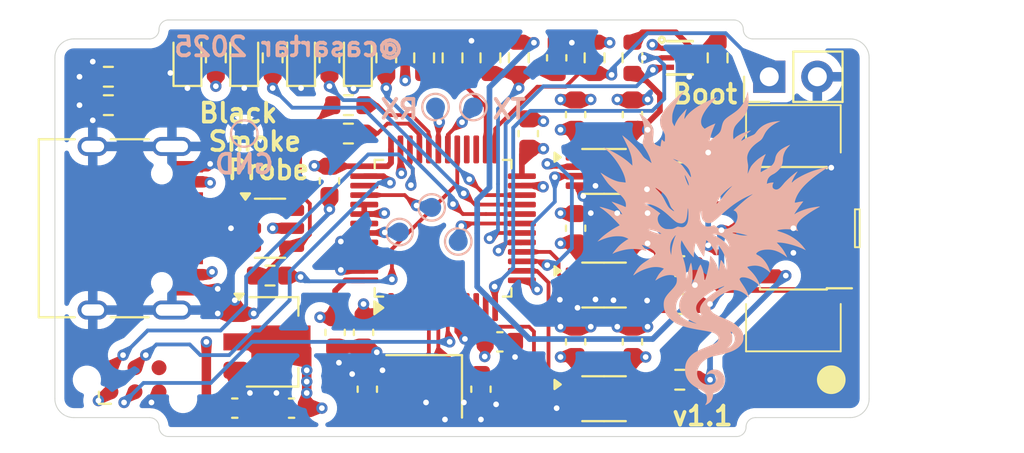
<source format=kicad_pcb>
(kicad_pcb (version 20241229) (generator "pcbnew") (generator_version "9.0")
  (layers (0 "F.Cu" signal) (4 "In1.Cu" signal) (6 "In2.Cu" signal) (2 "B.Cu" signal) (13 "F.Paste" user) (15 "B.Paste" user) (5 "F.SilkS" user "F.Silkscreen") (7 "B.SilkS" user "B.Silkscreen") (1 "F.Mask" user) (3 "B.Mask" user) (25 "Edge.Cuts" user))
  (net 0 "")
  (net 1 "GND")
  (net 2 "Net-(U3-PB0)")
  (net 3 "Net-(U3-PD0)")
  (net 4 "Net-(U3-PD1)")
  (net 5 "+5V")
  (net 6 "+3V3")
  (net 7 "Net-(U4-VCCB)")
  (net 8 "Net-(D1-A)")
  (net 9 "Net-(D2-A)")
  (net 10 "Net-(D3-A)")
  (net 11 "Net-(D4-A)")
  (net 12 "Net-(J1-D+-PadA6)")
  (net 13 "Net-(J1-D--PadA7)")
  (net 14 "Net-(J1-CC1)")
  (net 15 "Net-(J1-CC2)")
  (net 16 "Net-(J2-Pin_1)")
  (net 18 "/NRST")
  (net 19 "/SWCLK")
  (net 20 "/SWDIO")
  (net 21 "/VREF")
  (net 22 "Net-(J4-~{RESET})")
  (net 23 "Net-(J4-NC{slash}TDI)")
  (net 24 "Net-(J4-SWDIO{slash}TMS)")
  (net 26 "Net-(J4-SWCLK{slash}TCK)")
  (net 27 "Net-(J4-SWO{slash}TDO)")
  (net 28 "Net-(U3-PB13)")
  (net 29 "Net-(U3-PA8)")
  (net 30 "/USBX1+")
  (net 31 "/USBX1-")
  (net 32 "/USBX2-")
  (net 33 "/USBX2+")
  (net 34 "/RESET")
  (net 35 "Net-(U4-1B)")
  (net 36 "Net-(U6-1B)")
  (net 37 "Net-(U5-1B)")
  (net 38 "Net-(U4-2B)")
  (net 39 "/LED0")
  (net 40 "/LED1")
  (net 41 "/LED2")
  (net 42 "Net-(U3-PB1)")
  (net 43 "Net-(U3-PB3)")
  (net 44 "Net-(U3-PB7)")
  (net 45 "/TX")
  (net 46 "/RX")
  (net 50 "/RST_SENSE")
  (net 51 "Net-(U3-PA6)")
  (net 53 "Net-(U3-PA4)")
  (net 59 "Net-(U3-PA3)")
  (net 60 "/RST")
  (net 61 "Net-(U3-PA1)")
  (net 62 "Net-(U3-PA5)")
  (footprint "LED_SMD:LED_0603_1608Metric" (layer "F.Cu") (at 136 71 90)
    (property "Reference" "D4" (hide yes))
    (property "Value" "YELLOW")
  )
  (footprint "Capacitor_SMD:C_0603_1608Metric" (layer "F.Cu") (at 150.5 86 90)
    (property "Reference" "C16" (hide yes))
    (property "Value" "1uF")
  )
  (footprint "Resistor_SMD:R_0603_1608Metric" (layer "F.Cu") (at 131.5 71 90)
    (property "Reference" "R18" (hide yes))
    (property "Value" "330")
  )
  (footprint "Package_QFP:LQFP-48_7x7mm_P0.5mm" (layer "F.Cu") (at 140.5 80 90)
    (property "Reference" "U3" (hide yes))
    (property "Value" "STM32F103CBTx")
  )
  (footprint "Capacitor_SMD:C_0603_1608Metric" (layer "F.Cu") (at 147.5 80 90)
    (property "Reference" "C12" (hide yes))
    (property "Value" "1uF")
  )
  (footprint "Resistor_SMD:R_0603_1608Metric" (layer "F.Cu") (at 153 82)
    (property "Reference" "R16" (hide yes))
    (property "Value" "100")
  )
  (footprint "Resistor_SMD:R_0603_1608Metric" (layer "F.Cu") (at 128.5 71 90)
    (property "Reference" "R17" (hide yes))
    (property "Value" "330")
  )
  (footprint "Package_TO_SOT_SMD:SOT-89-3" (layer "F.Cu") (at 131.5 86)
    (property "Reference" "U2" (hide yes))
    (property "Value" "AZ1117-3.3")
  )
  (footprint "Resistor_SMD:R_0603_1608Metric" (layer "F.Cu") (at 141 71 90)
    (property "Reference" "R2" (hide yes))
    (property "Value" "10k")
  )
  (footprint "LED_SMD:LED_0603_1608Metric" (layer "F.Cu") (at 130 71 90)
    (property "Reference" "D2" (hide yes))
    (property "Value" "RED")
  )
  (footprint "Capacitor_SMD:C_0603_1608Metric" (layer "F.Cu") (at 150.5 80 90)
    (property "Reference" "C15" (hide yes))
    (property "Value" "1uF")
  )
  (footprint "Resistor_SMD:R_0603_1608Metric" (layer "F.Cu") (at 134.5 71 90)
    (property "Reference" "R19" (hide yes))
    (property "Value" "330")
  )
  (footprint "Resistor_SMD:R_0603_1608Metric" (layer "F.Cu") (at 144.5 71 -90)
    (property "Reference" "R3" (hide yes))
    (property "Value" "4k7")
  )
  (footprint "Resistor_SMD:R_0603_1608Metric" (layer "F.Cu") (at 122.825 72 180)
    (property "Reference" "R6" (hide yes))
    (property "Value" "5k1")
  )
  (footprint "LED_SMD:LED_0603_1608Metric" (layer "F.Cu") (at 127 71 90)
    (property "Reference" "D1" (hide yes))
    (property "Value" "GREEN")
  )
  (footprint "Capacitor_SMD:C_0603_1608Metric" (layer "F.Cu") (at 143.5 86)
    (property "Reference" "C8" (hide yes))
    (property "Value" "1uF")
  )
  (footprint "Package_SO:VSSOP-8_2.3x2mm_P0.5mm" (layer "F.Cu") (at 149 77)
    (property "Reference" "U4" (hide yes))
    (property "Value" "74LVC2T45DC")
  )
  (footprint "Crystal:Crystal_SMD_3225-4Pin_3.2x2.5mm" (layer "F.Cu") (at 139.5 88.35 180)
    (property "Reference" "Y1" (hide yes))
    (property "Value" "8MHz")
  )
  (footprint "Capacitor_SMD:C_0603_1608Metric" (layer "F.Cu") (at 146.5 71 90)
    (property "Reference" "C1" (hide yes))
    (property "Value" "100nF")
  )
  (footprint "Capacitor_SMD:C_0603_1608Metric" (layer "F.Cu") (at 132.5 89.5 180)
    (property "Reference" "C5" (hide yes))
    (property "Value" "22uF")
  )
  (footprint "Resistor_SMD:R_0603_1608Metric" (layer "F.Cu") (at 137.5 71 90)
    (property "Reference" "R20" (hide yes))
    (property "Value" "330")
  )
  (footprint "Capacitor_SMD:C_0603_1608Metric" (layer "F.Cu") (at 147.5 86 90)
    (property "Reference" "C13" (hide yes))
    (property "Value" "1uF")
  )
  (footprint "Capacitor_SMD:C_0603_1608Metric" (layer "F.Cu") (at 142.5 88.5 90)
    (property "Reference" "C3" (hide yes))
    (property "Value" "30pF")
  )
  (footprint "Capacitor_SMD:C_0603_1608Metric" (layer "F.Cu") (at 145 75 90)
    (property "Reference" "C7" (hide yes))
    (property "Value" "1uF")
  )
  (footprint "Resistor_SMD:R_0603_1608Metric" (layer "F.Cu") (at 131.3625 82.5 180)
    (property "Reference" "R8" (hide yes))
    (property "Value" "1k5")
  )
  (footprint "Resistor_SMD:R_0603_1608Metric" (layer "F.Cu") (at 150.5 71 90)
    (property "Reference" "R21" (hide yes))
    (property "Value" "10k")
  )
  (footprint "Resistor_SMD:R_0603_1608Metric" (layer "F.Cu") (at 153 78)
    (property "Reference" "R15" (hide yes))
    (property "Value" "100")
  )
  (footprint "Resistor_SMD:R_0603_1608Metric" (layer "F.Cu") (at 135.5 75 180)
    (property "Reference" "R10" (hide yes))
    (property "Value" "22")
  )
  (footprint "Resistor_SMD:R_0603_1608Metric" (layer "F.Cu") (at 153 84)
    (property "Reference" "R14" (hide yes))
    (property "Value" "100")
  )
  (footprint "EasyEDA:SOT-563-6_L1.6-W1.2-P0.5-LS1.6-BL" (layer "F.Cu") (at 153 71 -90)
    (property "Reference" "U7" (hide yes))
    (property "Value" "DMG1024UV-7")
  )
  (footprint "Package_SO:VSSOP-8_2.3x2mm_P0.5mm" (layer "F.Cu") (at 149 83)
    (property "Reference" "U5" (hide yes))
    (property "Value" "74LVC2T45DC")
  )
  (footprint "Resistor_SMD:R_0603_1608Metric" (layer "F.Cu") (at 153 88)
    (property "Reference" "R13" (hide yes))
    (property "Value" "100")
  )
  (footprint "Resistor_SMD:R_0603_1608Metric" (layer "F.Cu") (at 135.5 73.5 180)
    (property "Reference" "R9" (hide yes))
    (property "Value" "22")
  )
  (footprint "Connector_PinHeader_2.54mm:PinHeader_1x02_P2.54mm_Vertical" (layer "F.Cu") (at 157.725 72 90)
    (property "Reference" "J2" (hide yes))
    (property "Value" "MCU_BOOT")
  )
  (footprint "Connector_USB:USB_C_Receptacle_HRO_TYPE-C-31-M-12" (layer "F.Cu") (at 123.05 80 -90)
    (property "Reference" "J1" (hide yes))
    (property "Value" "USB_C_Receptacle_USB2.0_14P")
  )
  (footprint "Capacitor_SMD:C_0603_1608Metric" (layer "F.Cu") (at 129.5 89.5)
    (property "Reference" "C4" (hide yes))
    (property "Value" "10uF")
  )
  (footprint "Resistor_SMD:R_0603_1608Metric" (layer "F.Cu") (at 155 71 -90)
    (property "Reference" "R11" (hide yes))
    (property "Value" "100")
  )
  (footprint "Capacitor_SMD:C_0603_1608Metric" (layer "F.Cu") (at 134.8 85.5 -90)
    (property "Reference" "C10" (hide yes))
    (property "Value" "1uF")
  )
  (footprint "Resistor_SMD:R_0603_1608Metric" (layer "F.Cu") (at 139.5 71 -90)
    (property "Reference" "R1" (hide yes))
    (property "Value" "4k7")
  )
  (footprint "Capacitor_SMD:C_0603_1608Metric" (layer "F.Cu") (at 134.5 77.5 -90)
    (property "Reference" "C6" (hide yes))
    (property "Value" "1uF")
  )
  (footprint "Capacitor_SMD:C_0603_1608Metric" (layer "F.Cu") (at 136.3 85.5 -90)
    (property "Reference" "C9" (hide yes))
    (property "Value" "1uF")
  )
  (footprint "Capacitor_SMD:C_0603_1608Metric" (layer "F.Cu") (at 136.5 88.5 90)
    (property "Reference" "C2" (hide yes))
    (property "Value" "30pF")
  )
  (footprint "Package_TO_SOT_SMD:SOT-23-6" (layer "F.Cu") (at 131.3625 80)
    (property "Reference" "U1" (hide yes))
    (property "Value" "USBLC6-2SC6")
  )
  (footprint "Capacitor_SMD:C_0603_1608Metric" (layer "F.Cu") (at 150.5 74 90)
    (property "Reference" "C14" (hide yes))
    (property "Value" "1uF")
  )
  (footprint "Connector_PinHeader_1.27mm:PinHeader_2x05_P1.27mm_Vertical_SMD" (layer "F.Cu") (at 159 80 180)
    (property "Reference" "J4" (hide yes))
    (property "Value" "Conn_ARM_JTAG_SWD_10")
  )
  (footprint "Resistor_SMD:R_0603_1608Metric" (layer "F.Cu") (at 153 76)
    (property "Reference" "R12" (hide yes))
    (property "Value" "100")
  )
  (footprint "Capacitor_SMD:C_0603_1608Metric" (layer "F.Cu") (at 147.5 74 90)
    (property "Reference" "C11" (hide yes))
    (property "Value" "1uF")
  )
  (footprint "Resistor_SMD:R_0603_1608Metric" (layer "F.Cu") (at 143 71 90)
    (property "Reference" "R4" (hide yes))
    (property "Value" "10k")
  )
  (footprint "LED_SMD:LED_0603_1608Metric" (layer "F.Cu") (at 133 71 90)
    (property "Reference" "D3" (hide yes))
    (property "Value" "ORANGE")
  )
  (footprint "Resistor_SMD:R_0603_1608Metric" (layer "F.Cu") (at 122.825 73.5 180)
    (property "Reference" "R7" (hide yes))
    (property "Value" "5k1")
  )
  (footprint "Resistor_SMD:R_0603_1608Metric" (layer "F.Cu") (at 148.5 71 -90)
    (property "Reference" "R5" (hide yes))
    (property "Value" "10k")
  )
  (footprint "Connector:Tag-Connect_TC2030-IDC-NL_2x03_P1.27mm_Vertical" (layer "F.Cu") (at 124.23 88)
    (property "Reference" "J3" (hide yes))
    (property "Value" "SWD_TagConnect")
  )
  (footprint "Package_SO:VSSOP-8_2.3x2mm_P0.5mm" (layer "F.Cu") (at 149 89)
    (property "Reference" "U6" (hide yes))
    (property "Value" "74LVC2T45DC")
  )
  (footprint "TestPoint:TestPoint_Pad_D1.0mm" (layer "B.Cu") (at 130 75)
    (property "Reference" "TP6" (hide yes))
    (property "Value" "TestPoint")
  )
  (footprint "TestPoint:TestPoint_Pad_D1.0mm" (layer "B.Cu") (at 141.3 80.7)
    (property "Reference" "TP1" (hide yes))
    (property "Value" "TestPoint")
  )
  (footprint "TestPoint:TestPoint_Pad_D1.0mm" (layer "B.Cu") (at 142.1 73.6)
    (property "Reference" "TP4" (hide yes))
    (property "Value" "TX")
  )
  (footprint "TestPoint:TestPoint_Pad_D1.0mm" (layer "B.Cu") (at 140.1 73.6)
    (property "Reference" "TP5" (hide yes))
    (property "Value" "RX")
  )
  (footprint "TestPoint:TestPoint_Pad_D1.0mm" (layer "B.Cu") (at 139.9 78.9)
    (property "Reference" "TP2" (hide yes))
    (property "Value" "TestPoint")
  )
  (footprint "TestPoint:TestPoint_Pad_D1.0mm" (layer "B.Cu") (at 138.2 80.2)
    (property "Reference" "TP3" (hide yes))
    (property "Value" "TestPoint")
  )
  (gr_line (start 156.5 76) (end 156.5 73.5) (stroke (width 0.1)) (layer "F.SilkS"))
  (gr_line (start 156.5 84) (end 156.5 86.5) (stroke (width 0.1)) (layer "F.SilkS"))
  (gr_line (start 162.25 79) (end 162.25 81) (stroke (width 0.1)) (layer "F.SilkS"))
  (gr_line (start 161.5 86.5) (end 161.5 84) (stroke (width 0.1)) (layer "F.SilkS"))
  (gr_line (start 162.25 81) (end 162.5 81) (stroke (width 0.1)) (layer "F.SilkS"))
  (gr_line (start 161.5 73.5) (end 161.5 76) (stroke (width 0.1)) (layer "F.SilkS"))
  (gr_line (start 161.5 86.5) (end 156.5 86.5) (stroke (width 0.1)) (layer "F.SilkS"))
  (gr_line (start 162.5 79) (end 162.25 79) (stroke (width 0.1)) (layer "F.SilkS"))
  (gr_circle (center 161 88) (end 161.5 88.5) (stroke (width 0.1)) (fill yes) (layer "F.SilkS"))
  (gr_line (start 156.5 73.5) (end 161.5 73.5) (stroke (width 0.1)) (layer "F.SilkS"))
  (gr_line (start 162.5 81) (end 162.5 79) (stroke (width 0.1)) (layer "F.SilkS"))
  (gr_poly (pts (xy 153.25 72.75) (xy 153.250219 72.750562) (xy 153.249801 72.752769) (xy 153.248282 72.756356) (xy 153.245712 72.761248) (xy 153.237612 72.774646) (xy 153.225895 72.792364) (xy 153.210954 72.813803) (xy 153.193181 72.838363) (xy 153.172968 72.865445) (xy 153.15071 72.894449) (xy 153.110028 72.949481) (xy 153.070081 73.005963) (xy 153.03098 73.06369) (xy 152.992841 73.122459) (xy 152.955777 73.182065) (xy 152.919902 73.242303) (xy 152.885329 73.302971) (xy 152.852171 73.363864) (xy 152.820543 73.424777) (xy 152.790559 73.485507) (xy 152.762332 73.545849) (xy 152.735975 73.605599) (xy 152.711602 73.664554) (xy 152.689328 73.722509) (xy 152.669266 73.779259) (xy 152.651528 73.834602) (xy 152.637758 73.881248) (xy 152.626696 73.923347) (xy 152.622097 73.943338) (xy 152.618073 73.962966) (xy 152.614593 73.982491) (xy 152.611621 74.002171) (xy 152.609124 74.022265) (xy 152.60707 74.04303) (xy 152.604152 74.08761) (xy 152.602598 74.137977) (xy 152.60214 74.196199) (xy 152.601747 74.261924) (xy 152.601869 74.289162) (xy 152.602305 74.313222) (xy 152.603135 74.334532) (xy 152.604434 74.353523) (xy 152.606282 74.370621) (xy 152.608754 74.386258) (xy 152.61193 74.400861) (xy 152.615886 74.414859) (xy 152.620699 74.428681) (xy 152.626448 74.442757) (xy 152.63321 74.457515) (xy 152.641062 74.473384) (xy 152.660348 74.510171) (xy 152.72032 74.619532) (xy 152.748542 74.536629) (xy 152.756897 74.513425) (xy 152.766677 74.488911) (xy 152.777781 74.463266) (xy 152.790104 74.436666) (xy 152.803544 74.409292) (xy 152.817996 74.381321) (xy 152.849525 74.324301) (xy 152.883866 74.267033) (xy 152.920191 74.210944) (xy 152.938839 74.183786) (xy 152.957674 74.157459) (xy 152.97659 74.132139) (xy 152.995487 74.108004) (xy 153.043891 74.04961) (xy 153.101265 73.982493) (xy 153.162857 73.911985) (xy 153.223911 73.843421) (xy 153.279673 73.782133) (xy 153.325389 73.733454) (xy 153.342995 73.715509) (xy 153.356306 73.702716) (xy 153.364728 73.695742) (xy 153.36692 73.694646) (xy 153.367668 73.695254) (xy 153.366624 73.701169) (xy 153.363616 73.713141) (xy 153.352454 73.75236) (xy 153.33567 73.807123) (xy 153.314751 73.871643) (xy 153.304137 73.907179) (xy 153.293667 73.944266) (xy 153.283652 73.981807) (xy 153.274402 74.018707) (xy 153.266227 74.053871) (xy 153.259437 74.086204) (xy 153.254341 74.114609) (xy 153.252526 74.126996) (xy 153.251251 74.137991) (xy 153.240668 74.240296) (xy 153.297112 74.153865) (xy 153.331941 74.103321) (xy 153.371522 74.052297) (xy 153.415729 74.00089) (xy 153.464433 73.949199) (xy 153.51751 73.897322) (xy 153.574831 73.845357) (xy 153.636272 73.793402) (xy 153.701704 73.741556) (xy 153.771002 73.689917) (xy 153.844038 73.638582) (xy 153.920687 73.587651) (xy 154.000821 73.537221) (xy 154.084314 73.48739) (xy 154.17104 73.438257) (xy 154.260871 73.38992) (xy 154.353681 73.342476) (xy 154.427889 73.306137) (xy 154.520369 73.263101) (xy 154.62244 73.217089) (xy 154.725421 73.17182) (xy 154.82063 73.131017) (xy 154.899385 73.098399) (xy 154.953004 73.077687) (xy 154.967675 73.072958) (xy 154.971501 73.072204) (xy 154.972807 73.072601) (xy 154.969124 73.077021) (xy 154.958558 73.088449) (xy 154.91967 73.129266) (xy 154.86193 73.188936) (xy 154.791126 73.261338) (xy 154.678192 73.380477) (xy 154.575567 73.496355) (xy 154.483308 73.608813) (xy 154.401472 73.717689) (xy 154.364481 73.770734) (xy 154.330116 73.822824) (xy 154.298386 73.873938) (xy 154.269297 73.924057) (xy 154.242857 73.97316) (xy 154.219072 74.021229) (xy 154.19795 74.068241) (xy 154.179498 74.114178) (xy 154.163722 74.15902) (xy 154.15063 74.202745) (xy 154.14023 74.245336) (xy 154.132527 74.28677) (xy 154.12753 74.327029) (xy 154.125245 74.366093) (xy 154.12568 74.403941) (xy 154.128841 74.440553) (xy 154.134736 74.475909) (xy 154.143371 74.509989) (xy 154.154755 74.542774) (xy 154.168893 74.574243) (xy 154.185794 74.604376) (xy 154.205464 74.633153) (xy 154.22791 74.660554) (xy 154.25314 74.68656) (xy 154.313112 74.744768) (xy 154.436585 74.672449) (xy 154.464338 74.656911) (xy 154.496557 74.639762) (xy 154.532083 74.621537) (xy 154.569758 74.602775) (xy 154.646929 74.565788) (xy 154.684108 74.548639) (xy 154.718807 74.533101) (xy 154.881084 74.466074) (xy 154.805237 74.644226) (xy 154.771799 74.725613) (xy 154.742454 74.800551) (xy 154.716499 74.871189) (xy 154.69323 74.939678) (xy 154.671947 75.008166) (xy 154.651944 75.078805) (xy 154.632521 75.153742) (xy 154.612973 75.235129) (xy 154.57064 75.418574) (xy 154.651779 75.337435) (xy 154.671947 75.318649) (xy 154.697364 75.295956) (xy 154.726999 75.270245) (xy 154.759817 75.242405) (xy 154.794785 75.213325) (xy 154.830869 75.183894) (xy 154.867035 75.155) (xy 154.902251 75.127532) (xy 154.941451 75.09678) (xy 154.976572 75.06838) (xy 155.007915 75.041871) (xy 155.035783 75.016793) (xy 155.060478 74.992687) (xy 155.082302 74.969092) (xy 155.101558 74.945549) (xy 155.118548 74.921598) (xy 155.133574 74.896779) (xy 155.146939 74.870631) (xy 155.158945 74.842696) (xy 155.169894 74.812513) (xy 155.180088 74.779621) (xy 155.189831 74.743562) (xy 155.199423 74.703876) (xy 155.209168 74.660102) (xy 155.222912 74.600257) (xy 155.236684 74.545972) (xy 155.250968 74.496608) (xy 155.266246 74.451522) (xy 155.283003 74.410074) (xy 155.30172 74.371623) (xy 155.322882 74.335529) (xy 155.334531 74.318165) (xy 155.346972 74.30115) (xy 155.374472 74.267846) (xy 155.405866 74.234977) (xy 155.441637 74.2019) (xy 155.482268 74.167977) (xy 155.528242 74.132564) (xy 155.580043 74.095023) (xy 155.638154 74.054712) (xy 155.703057 74.010991) (xy 155.755481 73.976112) (xy 155.808587 73.939663) (xy 155.860908 73.902718) (xy 155.910975 73.866351) (xy 155.957322 73.831639) (xy 155.998481 73.799654) (xy 156.032984 73.771473) (xy 156.04728 73.759145) (xy 156.059363 73.748171) (xy 156.101959 73.708267) (xy 156.143072 73.666656) (xy 156.182665 73.623407) (xy 156.220703 73.578589) (xy 156.257149 73.532273) (xy 156.291968 73.484528) (xy 156.325123 73.435424) (xy 156.356577 73.38503) (xy 156.386295 73.333417) (xy 156.414241 73.280654) (xy 156.440378 73.226811) (xy 156.46467 73.171958) (xy 156.487082 73.116165) (xy 156.507576 73.0595) (xy 156.526116 73.002034) (xy 156.542668 72.943838) (xy 156.550495 72.913511) (xy 156.557991 72.885106) (xy 156.564992 72.859223) (xy 156.571331 72.836461) (xy 156.576843 72.81742) (xy 156.581363 72.802699) (xy 156.584725 72.792898) (xy 156.585921 72.790029) (xy 156.586765 72.788616) (xy 156.588143 72.788125) (xy 156.589625 72.789565) (xy 156.592859 72.797862) (xy 156.600132 72.833484) (xy 156.607942 72.889447) (xy 156.615649 72.959713) (xy 156.622611 73.038247) (xy 156.628189 73.119014) (xy 156.631741 73.195977) (xy 156.632627 73.263101) (xy 156.631552 73.318554) (xy 156.628995 73.3731) (xy 156.62496 73.4267) (xy 156.619452 73.479316) (xy 156.612476 73.530908) (xy 156.604038 73.581439) (xy 156.594143 73.630868) (xy 156.582796 73.679159) (xy 156.570002 73.726271) (xy 156.555766 73.772166) (xy 156.540093 73.816805) (xy 156.522989 73.86015) (xy 156.504459 73.902162) (xy 156.484507 73.942802) (xy 156.46314 73.982031) (xy 156.440362 74.01981) (xy 156.42376 74.043653) (xy 156.39982 74.074628) (xy 156.369637 74.111432) (xy 156.334308 74.152763) (xy 156.294927 74.197318) (xy 156.25259 74.243796) (xy 156.208394 74.290894) (xy 156.163432 74.33731) (xy 156.123144 74.378527) (xy 156.086775 74.416437) (xy 156.05407 74.451412) (xy 156.024774 74.483823) (xy 155.998629 74.514043) (xy 155.975381 74.542445) (xy 155.954774 74.569399) (xy 155.936551 74.595279) (xy 155.920458 74.620455) (xy 155.906238 74.645301) (xy 155.893635 74.670189) (xy 155.882394 74.69549) (xy 155.872259 74.721576) (xy 155.862974 74.74882) (xy 155.854284 74.777593) (xy 155.845931 74.808269) (xy 155.84118 74.828724) (xy 155.836857 74.852104) (xy 155.832979 74.877985) (xy 155.829561 74.905943) (xy 155.824166 74.966398) (xy 155.820796 75.030077) (xy 155.819577 75.093591) (xy 155.820631 75.15355) (xy 155.82205 75.181136) (xy 155.824083 75.206563) (xy 155.826747 75.229406) (xy 155.830057 75.249241) (xy 155.84064 75.300393) (xy 155.90414 75.238657) (xy 155.932952 75.213028) (xy 155.96497 75.187166) (xy 155.999929 75.161212) (xy 156.037562 75.135304) (xy 156.077603 75.109582) (xy 156.119786 75.084186) (xy 156.163845 75.059254) (xy 156.209513 75.034928) (xy 156.256526 75.011345) (xy 156.304615 74.988646) (xy 156.353516 74.966971) (xy 156.402962 74.946458) (xy 156.452688 74.927247) (xy 156.502426 74.909478) (xy 156.551911 74.893291) (xy 156.600876 74.878824) (xy 156.631779 74.870587) (xy 156.660573 74.863197) (xy 156.686639 74.85684) (xy 156.709355 74.851704) (xy 156.719264 74.849651) (xy 156.728104 74.847973) (xy 156.735796 74.846692) (xy 156.742263 74.845833) (xy 156.747428 74.845419) (xy 156.751213 74.845471) (xy 156.752564 74.84568) (xy 156.753541 74.846015) (xy 156.754135 74.846478) (xy 156.754334 74.847073) (xy 156.753868 74.848369) (xy 156.752502 74.850246) (xy 156.750288 74.852666) (xy 156.747279 74.85559) (xy 156.73908 74.862794) (xy 156.728317 74.871548) (xy 156.715405 74.881542) (xy 156.700756 74.892466) (xy 156.684785 74.904011) (xy 156.667904 74.915865) (xy 156.644793 74.932156) (xy 156.620596 74.950444) (xy 156.595552 74.970494) (xy 156.569898 74.992071) (xy 156.543872 75.01494) (xy 156.517711 75.038865) (xy 156.491654 75.063613) (xy 156.465938 75.088947) (xy 156.440801 75.114632) (xy 156.416481 75.140434) (xy 156.393214 75.166117) (xy 156.37124 75.191445) (xy 156.350795 75.216185) (xy 156.332117 75.240101) (xy 156.315445 75.262957) (xy 156.301015 75.284519) (xy 156.278525 75.321064) (xy 156.268645 75.337414) (xy 156.260005 75.351987) (xy 156.252852 75.36441) (xy 156.247437 75.374311) (xy 156.245457 75.378199) (xy 156.244005 75.381318) (xy 156.243111 75.38362) (xy 156.242883 75.38445) (xy 156.242806 75.385059) (xy 156.242894 75.385494) (xy 156.243152 75.385807) (xy 156.243578 75.386) (xy 156.244167 75.386076) (xy 156.245818 75.385885) (xy 156.248071 75.385253) (xy 156.250892 75.384196) (xy 156.254248 75.382734) (xy 156.26243 75.378666) (xy 156.272348 75.373191) (xy 156.283734 75.366456) (xy 156.296319 75.358605) (xy 156.309834 75.349782) (xy 156.346307 75.326007) (xy 156.392599 75.298822) (xy 156.447283 75.26895) (xy 156.508933 75.237114) (xy 156.576123 75.204037) (xy 156.647426 75.170444) (xy 156.721416 75.137058) (xy 156.796668 75.104602) (xy 156.846277 75.082956) (xy 156.867082 75.073406) (xy 156.885634 75.06439) (xy 156.902243 75.055675) (xy 156.917218 75.047023) (xy 156.930871 75.038202) (xy 156.943511 75.028975) (xy 156.955449 75.019107) (xy 156.966993 75.008363) (xy 156.978455 74.996508) (xy 156.990144 74.983306) (xy 157.002371 74.968524) (xy 157.015445 74.951925) (xy 157.045376 74.912337) (xy 157.09449 74.849218) (xy 157.146007 74.790122) (xy 157.200057 74.73498) (xy 157.256767 74.683721) (xy 157.316268 74.636275) (xy 157.378689 74.592574) (xy 157.444159 74.552547) (xy 157.512807 74.516124) (xy 157.584762 74.483236) (xy 157.660153 74.453812) (xy 157.739111 74.427784) (xy 157.821763 74.405082) (xy 157.908239 74.385635) (xy 157.998668 74.369373) (xy 158.09318 74.356228) (xy 158.191904 74.346129) (xy 158.315376 74.335546) (xy 158.184849 74.399046) (xy 158.119793 74.431318) (xy 158.057556 74.464654) (xy 157.998104 74.499086) (xy 157.941404 74.534645) (xy 157.887422 74.571361) (xy 157.836125 74.609266) (xy 157.787479 74.64839) (xy 157.74145 74.688765) (xy 157.698006 74.730421) (xy 157.657111 74.77339) (xy 157.618733 74.817703) (xy 157.582838 74.86339) (xy 157.549393 74.910483) (xy 157.518364 74.959012) (xy 157.489716 75.009009) (xy 157.463418 75.060505) (xy 157.425739 75.137957) (xy 157.408867 75.170909) (xy 157.392835 75.200568) (xy 157.377288 75.227355) (xy 157.361874 75.251687) (xy 157.346237 75.273982) (xy 157.330024 75.294661) (xy 157.312881 75.31414) (xy 157.294453 75.332839) (xy 157.274388 75.351177) (xy 157.25233 75.369571) (xy 157.227926 75.388441) (xy 157.200822 75.408204) (xy 157.170664 75.429281) (xy 157.137098 75.452088) (xy 157.07076 75.499343) (xy 157.008062 75.547765) (xy 156.94909 75.597242) (xy 156.89393 75.647659) (xy 156.842665 75.698903) (xy 156.795383 75.75086) (xy 156.752167 75.803417) (xy 156.713104 75.856459) (xy 156.678278 75.909874) (xy 156.647774 75.963546) (xy 156.621679 76.017364) (xy 156.600077 76.071212) (xy 156.583053 76.124978) (xy 156.570694 76.178548) (xy 156.566289 76.205223) (xy 156.563083 76.231807) (xy 156.561085 76.258285) (xy 156.560307 76.284643) (xy 156.560868 76.308521) (xy 156.562484 76.337091) (xy 156.565051 76.369258) (xy 156.568465 76.403926) (xy 156.572623 76.44) (xy 156.577422 76.476383) (xy 156.582759 76.511982) (xy 156.588529 76.545699) (xy 156.596729 76.591918) (xy 156.602861 76.634003) (xy 156.607009 76.673939) (xy 156.608364 76.693721) (xy 156.609255 76.713709) (xy 156.609682 76.755298) (xy 156.608373 76.800691) (xy 156.60541 76.851871) (xy 156.600876 76.910823) (xy 156.594702 76.990722) (xy 156.589852 77.056565) (xy 156.588129 77.082097) (xy 156.586986 77.101572) (xy 156.586503 77.114143) (xy 156.586536 77.117575) (xy 156.586765 77.118963) (xy 156.587012 77.119068) (xy 156.587421 77.11873) (xy 156.588708 77.116768) (xy 156.593049 77.108021) (xy 156.607932 77.073763) (xy 156.655557 76.958449) (xy 156.670116 76.923391) (xy 156.685708 76.887673) (xy 156.701879 76.852285) (xy 156.718175 76.818219) (xy 156.734139 76.78647) (xy 156.749318 76.758027) (xy 156.763257 76.733884) (xy 156.76962 76.723734) (xy 156.775501 76.715032) (xy 156.790026 76.695196) (xy 156.806369 76.674163) (xy 156.824366 76.652102) (xy 156.843852 76.62918) (xy 156.886626 76.581428) (xy 156.933369 76.532249) (xy 156.982758 76.482987) (xy 157.03347 76.434987) (xy 157.084181 76.389591) (xy 157.13357 76.348143) (xy 157.178422 76.314491) (xy 157.235408 76.27406) (xy 157.299297 76.230321) (xy 157.364861 76.186747) (xy 157.426869 76.146812) (xy 157.480092 76.113987) (xy 157.501775 76.101326) (xy 157.519301 76.091746) (xy 157.532015 76.085679) (xy 157.539265 76.08356) (xy 157.539689 76.083693) (xy 157.539972 76.084088) (xy 157.540123 76.085637) (xy 157.539742 76.088153) (xy 157.538852 76.09158) (xy 157.535637 76.100954) (xy 157.530666 76.113326) (xy 157.524124 76.12826) (xy 157.516197 76.145324) (xy 157.507071 76.164082) (xy 157.496932 76.184102) (xy 157.46944 76.24312) (xy 157.4417 76.30898) (xy 157.414456 76.379594) (xy 157.388452 76.452874) (xy 157.364433 76.526734) (xy 157.343143 76.599084) (xy 157.325325 76.667838) (xy 157.311724 76.730908) (xy 157.300668 76.79213) (xy 157.291411 76.849281) (xy 157.287502 76.875935) (xy 157.284097 76.901099) (xy 157.281214 76.924614) (xy 157.278871 76.946322) (xy 157.277086 76.966068) (xy 157.275877 76.983691) (xy 157.275262 76.999036) (xy 157.27526 77.011945) (xy 157.275889 77.022259) (xy 157.276445 77.026394) (xy 157.277166 77.029821) (xy 157.278053 77.032521) (xy 157.279109 77.034474) (xy 157.280337 77.03566) (xy 157.281738 77.03606) (xy 157.283013 77.035877) (xy 157.284828 77.035337) (xy 157.287144 77.034456) (xy 157.289923 77.033249) (xy 157.296713 77.029921) (xy 157.304888 77.025476) (xy 157.314138 77.02004) (xy 157.324153 77.013735) (xy 157.334623 77.006686) (xy 157.345237 76.999018) (xy 157.359717 76.990091) (xy 157.380047 76.978209) (xy 157.434534 76.947645) (xy 157.501259 76.911458) (xy 157.572779 76.873782) (xy 157.626999 76.845314) (xy 157.677293 76.816694) (xy 157.723789 76.787768) (xy 157.766614 76.758385) (xy 157.805894 76.728393) (xy 157.841755 76.697638) (xy 157.874325 76.665968) (xy 157.903729 76.633232) (xy 157.930095 76.599276) (xy 157.953549 76.563947) (xy 157.974217 76.527095) (xy 157.992227 76.488565) (xy 158.007704 76.448206) (xy 158.020776 76.405866) (xy 158.031569 76.361391) (xy 158.040209 76.314629) (xy 158.050164 76.264552) (xy 158.063536 76.216134) (xy 158.080397 76.169297) (xy 158.100816 76.123964) (xy 158.124862 76.080057) (xy 158.152606 76.037499) (xy 158.184117 75.996212) (xy 158.219465 75.956119) (xy 158.25872 75.917142) (xy 158.301951 75.879204) (xy 158.349228 75.842227) (xy 158.400622 75.806133) (xy 158.456201 75.770846) (xy 158.516036 75.736288) (xy 158.580197 75.70238) (xy 158.648752 75.669046) (xy 158.683106 75.652975) (xy 158.715558 75.63804) (xy 158.745365 75.624553) (xy 158.771782 75.612822) (xy 158.794065 75.603159) (xy 158.81147 75.595872) (xy 158.823252 75.591273) (xy 158.826803 75.590078) (xy 158.828668 75.589671) (xy 158.829026 75.58982) (xy 158.82911 75.590261) (xy 158.828482 75.59199) (xy 158.826831 75.594799) (xy 158.824204 75.598628) (xy 158.816204 75.609112) (xy 158.804856 75.622964) (xy 158.790531 75.639711) (xy 158.773602 75.658876) (xy 158.75444 75.679984) (xy 158.733418 75.702559) (xy 158.711621 75.727054) (xy 158.689018 75.753657) (xy 158.66629 75.781501) (xy 158.644121 75.809716) (xy 158.623192 75.837435) (xy 158.604185 75.86379) (xy 158.587783 75.887913) (xy 158.580772 75.898866) (xy 158.574668 75.908935) (xy 158.561614 75.933437) (xy 158.548953 75.959185) (xy 158.536748 75.985976) (xy 158.525058 76.01361) (xy 158.513948 76.041885) (xy 158.503478 76.070599) (xy 158.493712 76.099551) (xy 158.48471 76.128539) (xy 158.476534 76.157361) (xy 158.469248 76.185817) (xy 158.462912 76.213704) (xy 158.45759 76.240821) (xy 158.453342 76.266967) (xy 158.450231 76.29194) (xy 158.448319 76.315538) (xy 158.447668 76.337559) (xy 158.447298 76.363217) (xy 158.4462 76.389198) (xy 158.444389 76.415411) (xy 158.44188 76.441767) (xy 158.438689 76.468174) (xy 158.434832 76.494542) (xy 158.430323 76.520781) (xy 158.425178 76.546801) (xy 158.419414 76.572511) (xy 158.413045 76.59782) (xy 158.406087 76.622638) (xy 158.398555 76.646874) (xy 158.390465 76.670439) (xy 158.381832 76.693242) (xy 158.372673 76.715192) (xy 158.363001 76.736199) (xy 158.348671 76.763469) (xy 158.331623 76.791558) (xy 158.312074 76.820252) (xy 158.29024 76.849336) (xy 158.26634 76.878595) (xy 158.24059 76.907816) (xy 158.213206 76.936784) (xy 158.184407 76.965284) (xy 158.154409 76.993102) (xy 158.123429 77.020023) (xy 158.091684 77.045833) (xy 158.059392 77.070318) (xy 158.026768 77.093263) (xy 157.994032 77.114453) (xy 157.961398 77.133675) (xy 157.929085 77.150713) (xy 157.892963 77.169806) (xy 157.859297 77.189439) (xy 157.828025 77.209698) (xy 157.799081 77.230667) (xy 157.7724 77.252432) (xy 157.747917 77.275077) (xy 157.725569 77.29869) (xy 157.705291 77.323354) (xy 157.687018 77.349154) (xy 157.670685 77.376177) (xy 157.656228 77.404508) (xy 157.643583 77.434231) (xy 157.632684 77.465432) (xy 157.623467 77.498196) (xy 157.615867 77.532608) (xy 157.609821 77.568755) (xy 157.597473 77.653421) (xy 157.659209 77.626963) (xy 157.6724 77.622263) (xy 157.689085 77.617478) (xy 157.708664 77.612688) (xy 157.730537 77.607973) (xy 157.778768 77.599088) (xy 157.828984 77.591464) (xy 157.876388 77.585742) (xy 157.897538 77.583794) (xy 157.916186 77.582562) (xy 157.931734 77.582126) (xy 157.943582 77.582566) (xy 157.95113 77.583962) (xy 157.953104 77.585043) (xy 157.953779 77.586394) (xy 157.953637 77.587648) (xy 157.953221 77.589404) (xy 157.951629 77.594276) (xy 157.949128 77.600718) (xy 157.945841 77.608442) (xy 157.941893 77.617158) (xy 157.937408 77.626577) (xy 157.932509 77.636409) (xy 157.92732 77.646365) (xy 157.921989 77.657891) (xy 157.917247 77.670526) (xy 157.913104 77.684095) (xy 157.909571 77.698427) (xy 157.906658 77.713349) (xy 157.904376 77.728686) (xy 157.902734 77.744266) (xy 157.901744 77.759916) (xy 157.901415 77.775462) (xy 157.901758 77.790732) (xy 157.902783 77.805552) (xy 157.9045 77.81975) (xy 157.90692 77.833152) (xy 157.910053 77.845585) (xy 157.91391 77.856876) (xy 157.918501 77.866851) (xy 157.923814 77.875089) (xy 157.930411 77.883226) (xy 157.93817 77.891203) (xy 157.946971 77.89896) (xy 157.956692 77.906438) (xy 157.967211 77.913577) (xy 157.978407 77.920319) (xy 157.990159 77.926603) (xy 158.002345 77.932371) (xy 158.014843 77.937562) (xy 158.027533 77.942118) (xy 158.040292 77.945979) (xy 158.053 77.949085) (xy 158.065534 77.951377) (xy 158.077774 77.952796) (xy 158.089598 77.953282) (xy 158.111907 77.952253) (xy 158.133375 77.949682) (xy 158.15428 77.945348) (xy 158.174899 77.939033) (xy 158.195507 77.930516) (xy 158.216381 77.919578) (xy 158.237798 77.906) (xy 158.260034 77.889561) (xy 158.283366 77.870043) (xy 158.308069 77.847225) (xy 158.334421 77.820887) (xy 158.362698 77.790811) (xy 158.393176 77.756777) (xy 158.426133 77.718564) (xy 158.500585 77.628726) (xy 158.529537 77.594737) (xy 158.564277 77.556734) (xy 158.60402 77.51542) (xy 158.647979 77.471493) (xy 158.745406 77.378602) (xy 158.850275 77.283666) (xy 158.956301 77.192285) (xy 159.057202 77.110061) (xy 159.103766 77.074133) (xy 159.146692 77.042596) (xy 159.185194 77.016148) (xy 159.218488 76.995491) (xy 159.220002 76.994881) (xy 159.220413 76.995098) (xy 159.220599 76.995653) (xy 159.220313 76.997742) (xy 159.219176 77.001085) (xy 159.214487 77.011272) (xy 159.206801 77.025697) (xy 159.196387 77.043842) (xy 159.183513 77.065191) (xy 159.168448 77.089228) (xy 159.15146 77.115435) (xy 159.127007 77.153241) (xy 159.102757 77.19224) (xy 159.078957 77.231932) (xy 159.055852 77.271815) (xy 159.033687 77.311388) (xy 159.012709 77.350149) (xy 158.993162 77.387599) (xy 158.975291 77.423234) (xy 158.959344 77.456554) (xy 158.945564 77.487058) (xy 158.934197 77.514244) (xy 158.925489 77.537611) (xy 158.919685 77.556658) (xy 158.917949 77.564405) (xy 158.917031 77.570884) (xy 158.916962 77.576032) (xy 158.917773 77.579787) (xy 158.919493 77.582086) (xy 158.922154 77.582866) (xy 158.922857 77.582815) (xy 158.923639 77.582663) (xy 158.92543 77.58207) (xy 158.927506 77.58111) (xy 158.929843 77.579806) (xy 158.932418 77.578182) (xy 158.935207 77.576261) (xy 158.938187 77.574066) (xy 158.941336 77.571621) (xy 158.948043 77.566071) (xy 158.955144 77.559797) (xy 158.962451 77.552986) (xy 158.969779 77.545823) (xy 159.002652 77.512791) (xy 159.043917 77.477442) (xy 159.092872 77.440144) (xy 159.148814 77.401267) (xy 159.211039 77.361181) (xy 159.278845 77.320256) (xy 159.42839 77.237364) (xy 159.591825 77.155546) (xy 159.763529 77.077759) (xy 159.937879 77.006959) (xy 160.024289 76.975103) (xy 160.109252 76.946101) (xy 160.187004 76.922409) (xy 160.294377 76.891834) (xy 160.549121 76.82285) (xy 160.775753 76.764779) (xy 160.847986 76.747846) (xy 160.868488 76.743807) (xy 160.876543 76.743254) (xy 160.8712 76.747912) (xy 160.854632 76.760011) (xy 160.792537 76.803226) (xy 160.699685 76.866286) (xy 160.585501 76.942574) (xy 160.428385 77.049461) (xy 160.28041 77.154568) (xy 160.141458 77.258016) (xy 160.01141 77.359927) (xy 159.890147 77.460421) (xy 159.77755 77.559621) (xy 159.6735 77.657649) (xy 159.577879 77.754624) (xy 159.490568 77.850669) (xy 159.411447 77.945906) (xy 159.340398 78.040455) (xy 159.277302 78.134439) (xy 159.22204 78.227978) (xy 159.174493 78.321194) (xy 159.134543 78.414208) (xy 159.102071 78.507143) (xy 159.098228 78.519637) (xy 159.094643 78.531934) (xy 159.091327 78.543963) (xy 159.08829 78.55565) (xy 159.085543 78.566924) (xy 159.083095 78.577713) (xy 159.080957 78.587943) (xy 159.07914 78.597543) (xy 159.077653 78.60644) (xy 159.076508 78.614562) (xy 159.075714 78.621836) (xy 159.075281 78.62819) (xy 159.075221 78.633552) (xy 159.075543 78.63785) (xy 159.075851 78.639577) (xy 159.076258 78.641011) (xy 159.076766 78.642142) (xy 159.077376 78.642962) (xy 159.079496 78.644142) (xy 159.082513 78.64504) (xy 159.086372 78.645664) (xy 159.091019 78.646022) (xy 159.096399 78.646121) (xy 159.10246 78.64597) (xy 159.116402 78.644947) (xy 159.132411 78.643015) (xy 159.150054 78.640235) (xy 159.168895 78.636669) (xy 159.188501 78.63238) (xy 159.230249 78.62273) (xy 159.28105 78.612729) (xy 159.336399 78.603017) (xy 159.391789 78.594235) (xy 159.442714 78.587024) (xy 159.484668 78.582025) (xy 159.500873 78.580556) (xy 159.513145 78.579879) (xy 159.520922 78.580076) (xy 159.522948 78.580527) (xy 159.523639 78.581226) (xy 159.520835 78.586149) (xy 159.51278 78.59779) (xy 159.48307 78.638332) (xy 159.438808 78.697065) (xy 159.384293 78.768199) (xy 159.327011 78.845483) (xy 159.268345 78.927417) (xy 159.211374 79.009394) (xy 159.159177 79.086801) (xy 159.114835 79.155031) (xy 159.081428 79.209474) (xy 159.069787 79.230085) (xy 159.062035 79.24552) (xy 159.058557 79.255204) (xy 159.05854 79.257709) (xy 159.059737 79.25856) (xy 159.06089 79.258438) (xy 159.062345 79.258078) (xy 159.064074 79.25749) (xy 159.066048 79.256686) (xy 159.06824 79.255675) (xy 159.07062 79.254467) (xy 159.07316 79.253073) (xy 159.075833 79.251504) (xy 159.078608 79.249769) (xy 159.081458 79.24788) (xy 159.084355 79.245845) (xy 159.08727 79.243677) (xy 159.090175 79.241384) (xy 159.093041 79.238978) (xy 159.09584 79.236468) (xy 159.098543 79.233865) (xy 159.118826 79.218037) (xy 159.146123 79.200503) (xy 159.17972 79.181543) (xy 159.218901 79.161436) (xy 159.31115 79.118896) (xy 159.417145 79.075115) (xy 159.531161 79.032327) (xy 159.647471 78.992764) (xy 159.760349 78.958658) (xy 159.813712 78.944349) (xy 159.86407 78.932241) (xy 159.937981 78.917106) (xy 160.023096 78.901455) (xy 160.112923 78.886259) (xy 160.200973 78.872489) (xy 160.280755 78.861116) (xy 160.345778 78.853113) (xy 160.389551 78.849451) (xy 160.401441 78.849551) (xy 160.404532 78.850137) (xy 160.405585 78.851101) (xy 160.404731 78.85254) (xy 160.402229 78.854839) (xy 160.392631 78.861822) (xy 160.377493 78.871658) (xy 160.357518 78.883954) (xy 160.305869 78.914354) (xy 160.243306 78.949879) (xy 160.135792 79.010733) (xy 160.021167 79.080186) (xy 159.90373 79.155262) (xy 159.787782 79.232983) (xy 159.677622 79.310374) (xy 159.577549 79.384458) (xy 159.491863 79.452257) (xy 159.455758 79.48287) (xy 159.424863 79.510796) (xy 159.382256 79.552171) (xy 159.34371 79.592345) (xy 159.309195 79.631397) (xy 159.27868 79.669408) (xy 159.252134 79.706458) (xy 159.240339 79.724647) (xy 159.229525 79.742627) (xy 159.219688 79.760406) (xy 159.210823 79.777994) (xy 159.202928 79.795403) (xy 159.195997 79.812641) (xy 159.190028 79.829719) (xy 159.185016 79.846647) (xy 159.180958 79.863435) (xy 159.177849 79.880093) (xy 159.175685 79.89663) (xy 159.174464 79.913058) (xy 159.17418 79.929385) (xy 159.174831 79.945622) (xy 159.176411 79.961779) (xy 159.178918 79.977866) (xy 159.182348 79.993893) (xy 159.186696 80.00987) (xy 159.191959 80.025807) (xy 159.198132 80.041713) (xy 159.205213 80.0576) (xy 159.213196 80.073477) (xy 159.255528 80.152852) (xy 159.147931 80.121101) (xy 159.085668 80.103965) (xy 159.02388 80.089517) (xy 158.961555 80.077631) (xy 158.89768 80.068185) (xy 158.831242 80.061054) (xy 158.761227 80.056113) (xy 158.686623 80.05324) (xy 158.606418 80.05231) (xy 158.570183 80.052714) (xy 158.533168 80.053888) (xy 158.49575 80.055775) (xy 158.458307 80.058318) (xy 158.421214 80.061461) (xy 158.38485 80.065146) (xy 158.349592 80.069317) (xy 158.315817 80.073918) (xy 158.283903 80.07889) (xy 158.254226 80.084177) (xy 158.227164 80.089723) (xy 158.203094 80.09547) (xy 158.182393 80.101362) (xy 158.165438 80.107342) (xy 158.152608 80.113352) (xy 158.147857 80.116352) (xy 158.144278 80.119337) (xy 158.143868 80.120076) (xy 158.143954 80.120964) (xy 158.14557 80.123172) (xy 158.149042 80.125922) (xy 158.154283 80.129177) (xy 158.169735 80.137042) (xy 158.191242 80.146457) (xy 158.218125 80.157113) (xy 158.249699 80.168699) (xy 158.285283 80.180905) (xy 158.324195 80.193421) (xy 158.420131 80.224223) (xy 158.513483 80.257772) (xy 158.604272 80.294085) (xy 158.692518 80.333181) (xy 158.778242 80.375078) (xy 158.861465 80.419794) (xy 158.942208 80.467348) (xy 159.020491 80.517756) (xy 159.096335 80.571037) (xy 159.16976 80.62721) (xy 159.240788 80.686292) (xy 159.309438 80.748302) (xy 159.375732 80.813257) (xy 159.439691 80.881176) (xy 159.501334 80.952077) (xy 159.560683 81.025977) (xy 159.58228 81.054237) (xy 159.601831 81.080409) (xy 159.618942 81.103894) (xy 159.633222 81.124093) (xy 159.644277 81.140405) (xy 159.648473 81.146917) (xy 159.651715 81.152232) (xy 159.653954 81.156276) (xy 159.655142 81.158974) (xy 159.655327 81.159795) (xy 159.65523 81.160251) (xy 159.654845 81.160333) (xy 159.654167 81.160032) (xy 159.573666 81.122163) (xy 159.503934 81.089917) (xy 159.442676 81.062301) (xy 159.3876 81.038323) (xy 159.336409 81.016991) (xy 159.286811 80.997313) (xy 159.236509 80.978296) (xy 159.183209 80.958948) (xy 159.044593 80.913339) (xy 158.909697 80.873207) (xy 158.779265 80.838739) (xy 158.654043 80.810121) (xy 158.593618 80.798063) (xy 158.534774 80.787538) (xy 158.477604 80.778568) (xy 158.422202 80.771178) (xy 158.36866 80.765388) (xy 158.317071 80.761225) (xy 158.267529 80.758709) (xy 158.220127 80.757866) (xy 158.123113 80.757866) (xy 158.230709 80.867227) (xy 158.253881 80.892132) (xy 158.279161 80.919951) (xy 158.305682 80.949796) (xy 158.332574 80.980777) (xy 158.358971 81.012007) (xy 158.384003 81.042596) (xy 158.406802 81.071655) (xy 158.426501 81.098296) (xy 158.445704 81.125281) (xy 158.466027 81.155506) (xy 158.487098 81.188283) (xy 158.50855 81.222926) (xy 158.551114 81.29506) (xy 158.590764 81.366407) (xy 158.624543 81.431471) (xy 158.638307 81.459929) (xy 158.649496 81.484753) (xy 158.657739 81.505257) (xy 158.662667 81.520754) (xy 158.663772 81.52641) (xy 158.66391 81.530556) (xy 158.663035 81.533107) (xy 158.661099 81.533977) (xy 158.660258 81.533951) (xy 158.659387 81.533875) (xy 158.658491 81.533751) (xy 158.657572 81.53358) (xy 158.655673 81.533105) (xy 158.653713 81.532461) (xy 158.651711 81.531662) (xy 158.649689 81.530721) (xy 158.647666 81.529651) (xy 158.645664 81.528464) (xy 158.643704 81.527175) (xy 158.641806 81.525795) (xy 158.63999 81.524337) (xy 158.638277 81.522815) (xy 158.636689 81.521241) (xy 158.635246 81.519628) (xy 158.633967 81.51799) (xy 158.633397 81.517165) (xy 158.632875 81.516338) (xy 158.625896 81.508252) (xy 158.613917 81.497455) (xy 158.597479 81.484297) (xy 158.57712 81.469126) (xy 158.526805 81.434141) (xy 158.467291 81.395291) (xy 158.402899 81.355365) (xy 158.337948 81.317156) (xy 158.27676 81.283452) (xy 158.248926 81.269162) (xy 158.223654 81.257046) (xy 158.186613 81.240484) (xy 158.150159 81.225178) (xy 158.114176 81.211103) (xy 158.078546 81.198231) (xy 158.043154 81.186537) (xy 158.007884 81.175996) (xy 157.972619 81.166582) (xy 157.937242 81.158268) (xy 157.901639 81.151029) (xy 157.865691 81.144839) (xy 157.829284 81.139672) (xy 157.7923 81.135503) (xy 157.754624 81.132305) (xy 157.71614 81.130053) (xy 157.67673 81.12872) (xy 157.636279 81.128282) (xy 157.590835 81.128962) (xy 157.546489 81.13099) (xy 157.503307 81.134351) (xy 157.461351 81.139031) (xy 157.420687 81.145012) (xy 157.38138 81.152281) (xy 157.343494 81.16082) (xy 157.307093 81.170615) (xy 157.272243 81.181651) (xy 157.239008 81.193911) (xy 157.207452 81.207381) (xy 157.17764 81.222044) (xy 157.149637 81.237885) (xy 157.123507 81.254889) (xy 157.099315 81.273041) (xy 157.077126 81.292324) (xy 157.066982 81.301928) (xy 157.058402 81.310945) (xy 157.054708 81.315257) (xy 157.051418 81.31945) (xy 157.048536 81.323534) (xy 157.046065 81.327519) (xy 157.04401 81.331413) (xy 157.042376 81.335226) (xy 157.041165 81.338967) (xy 157.040384 81.342646) (xy 157.040035 81.346272) (xy 157.040123 81.349855) (xy 157.040653 81.353403) (xy 157.041628 81.356926) (xy 157.043052 81.360434) (xy 157.04493 81.363935) (xy 157.047266 81.36744) (xy 157.050065 81.370958) (xy 157.053329 81.374497) (xy 157.057065 81.378068) (xy 157.061275 81.38168) (xy 157.065964 81.385341) (xy 157.071136 81.389062) (xy 157.076796 81.392852) (xy 157.089594 81.400676) (xy 157.104392 81.408887) (xy 157.121223 81.41756) (xy 157.168131 81.443321) (xy 157.21421 81.472254) (xy 157.259374 81.504268) (xy 157.303538 81.539268) (xy 157.346617 81.577163) (xy 157.388525 81.617858) (xy 157.429178 81.661261) (xy 157.468489 81.707279) (xy 157.506375 81.755818) (xy 157.542748 81.806787) (xy 157.577525 81.860091) (xy 157.61062 81.915638) (xy 157.641947 81.973335) (xy 157.671422 82.033089) (xy 157.698959 82.094806) (xy 157.724473 82.158394) (xy 157.752802 82.231953) (xy 157.763777 82.261147) (xy 157.772512 82.285504) (xy 157.778921 82.305189) (xy 157.781227 82.313332) (xy 157.782919 82.320368) (xy 157.783988 82.32632) (xy 157.784422 82.331206) (xy 157.78421 82.335049) (xy 157.783343 82.337869) (xy 157.78266 82.338902) (xy 157.781809 82.339686) (xy 157.780789 82.340226) (xy 157.779598 82.340522) (xy 157.776698 82.340396) (xy 157.773101 82.33933) (xy 157.768793 82.337344) (xy 157.763766 82.334458) (xy 157.758009 82.330694) (xy 157.75151 82.326073) (xy 157.736246 82.314339) (xy 157.717889 82.299421) (xy 157.671556 82.260698) (xy 157.627722 82.224933) (xy 157.584144 82.1917) (xy 157.540747 82.160968) (xy 157.497455 82.132706) (xy 157.454195 82.106884) (xy 157.41089 82.083469) (xy 157.367467 82.062432) (xy 157.32385 82.04374) (xy 157.279964 82.027364) (xy 157.235735 82.013272) (xy 157.191087 82.001433) (xy 157.145945 81.991816) (xy 157.100236 81.98439) (xy 157.053882 81.979124) (xy 157.006811 81.975987) (xy 156.958946 81.974949) (xy 156.932864 81.975412) (xy 156.905157 81.976754) (xy 156.876226 81.978902) (xy 156.84647 81.981784) (xy 156.81629 81.985327) (xy 156.786088 81.989459) (xy 156.756262 81.994109) (xy 156.727215 81.999202) (xy 156.699345 82.004668) (xy 156.673054 82.010433) (xy 156.648743 82.016426) (xy 156.626811 82.022573) (xy 156.607659 82.028804) (xy 156.591688 82.035045) (xy 156.579298 82.041223) (xy 156.574572 82.044267) (xy 156.57089 82.047268) (xy 156.570259 82.048114) (xy 156.570012 82.049322) (xy 156.570646 82.05279) (xy 156.572731 82.057597) (xy 156.576209 82.063667) (xy 156.581021 82.070925) (xy 156.587106 82.079297) (xy 156.602861 82.099082) (xy 156.622997 82.122423) (xy 156.64704 82.148719) (xy 156.674515 82.177372) (xy 156.704946 82.207781) (xy 156.749449 82.252034) (xy 156.792337 82.296806) (xy 156.833608 82.34208) (xy 156.873259 82.387836) (xy 156.911287 82.434058) (xy 156.94769 82.480726) (xy 156.982466 82.527824) (xy 157.01561 82.575332) (xy 157.047122 82.623233) (xy 157.076999 82.671509) (xy 157.105237 82.720141) (xy 157.131834 82.769112) (xy 157.156788 82.818403) (xy 157.180096 82.867997) (xy 157.201756 82.917874) (xy 157.221765 82.968018) (xy 157.230749 82.992072) (xy 157.239073 83.014927) (xy 157.246569 83.036045) (xy 157.253074 83.05489) (xy 157.25842 83.070923) (xy 157.262444 83.083608) (xy 157.26498 83.092407) (xy 157.265638 83.095181) (xy 157.265862 83.096782) (xy 157.265759 83.09732) (xy 157.265455 83.097616) (xy 157.264953 83.097673) (xy 157.26426 83.097499) (xy 157.262315 83.096472) (xy 157.259661 83.094577) (xy 157.256334 83.091856) (xy 157.252374 83.088349) (xy 157.242711 83.079143) (xy 157.23098 83.067292) (xy 157.217493 83.053126) (xy 157.202558 83.036975) (xy 157.186487 83.01917) (xy 157.143881 82.974263) (xy 157.098317 82.930942) (xy 157.050143 82.889388) (xy 156.999708 82.849783) (xy 156.947361 82.812306) (xy 156.893451 82.777139) (xy 156.838326 82.744464) (xy 156.782336 82.71446) (xy 156.725829 82.687308) (xy 156.669154 82.66319) (xy 156.61266 82.642286) (xy 156.556696 82.624777) (xy 156.50161 82.610844) (xy 156.447752 82.600668) (xy 156.395469 82.59443) (xy 156.345112 82.59231) (xy 156.330794 82.592417) (xy 156.317548 82.592751) (xy 156.305289 82.593333) (xy 156.293932 82.594184) (xy 156.283391 82.595325) (xy 156.273582 82.596775) (xy 156.264418 82.598556) (xy 156.255815 82.600689) (xy 156.247688 82.603193) (xy 156.239951 82.606091) (xy 156.232519 82.609401) (xy 156.225306 82.613146) (xy 156.218228 82.617346) (xy 156.211198 82.622021) (xy 156.204133 82.627192) (xy 156.196946 82.632879) (xy 156.186183 82.642439) (xy 156.177154 82.651562) (xy 156.170021 82.66068) (xy 156.164948 82.670224) (xy 156.163234 82.675291) (xy 156.162097 82.680626) (xy 156.161555 82.686284) (xy 156.16163 82.692318) (xy 156.163711 82.70573) (xy 156.168503 82.721294) (xy 156.176168 82.739442) (xy 156.186869 82.760606) (xy 156.200768 82.785216) (xy 156.21803 82.813705) (xy 156.263288 82.884043) (xy 156.323946 82.975073) (xy 156.382988 83.064284) (xy 156.433803 83.144049) (xy 156.477425 83.21633) (xy 156.496861 83.250279) (xy 156.514887 83.283093) (xy 156.531631 83.315018) (xy 156.547222 83.3463) (xy 156.561791 83.377184) (xy 156.575465 83.407916) (xy 156.588375 83.43874) (xy 156.600649 83.469904) (xy 156.612417 83.50165) (xy 156.623807 83.534227) (xy 156.640095 83.582154) (xy 156.653572 83.622641) (xy 156.658792 83.638802) (xy 156.66275 83.651553) (xy 156.665262 83.660376) (xy 156.665917 83.663153) (xy 156.66614 83.664754) (xy 156.665976 83.664931) (xy 156.665489 83.664805) (xy 156.66358 83.663673) (xy 156.656246 83.658085) (xy 156.644653 83.648445) (xy 156.629319 83.635209) (xy 156.589493 83.599766) (xy 156.540904 83.555393) (xy 156.48791 83.509057) (xy 156.433538 83.466648) (xy 156.377942 83.428207) (xy 156.321273 83.393777) (xy 156.263684 83.363398) (xy 156.205328 83.337112) (xy 156.146357 83.31496) (xy 156.086923 83.296984) (xy 156.02718 83.283224) (xy 155.967278 83.273722) (xy 155.907372 83.26852) (xy 155.847613 83.267659) (xy 155.788153 83.27118) (xy 155.729146 83.279124) (xy 155.670743 83.291533) (xy 155.613098 83.308449) (xy 155.592582 83.315821) (xy 155.567375 83.325757) (xy 155.538405 83.337842) (xy 155.506604 83.351664) (xy 155.4729 83.366808) (xy 155.438225 83.382862) (xy 155.403509 83.399412) (xy 155.369682 83.416045) (xy 155.314198 83.444696) (xy 155.260551 83.474054) (xy 155.208778 83.504063) (xy 155.158918 83.534667) (xy 155.111008 83.565808) (xy 155.065088 83.59743) (xy 155.021194 83.629475) (xy 154.979366 83.661888) (xy 154.939641 83.69461) (xy 154.902057 83.727586) (xy 154.866653 83.760758) (xy 154.833466 83.794069) (xy 154.802535 83.827463) (xy 154.773898 83.860883) (xy 154.747593 83.894272) (xy 154.723657 83.927574) (xy 154.70213 83.96073) (xy 154.683049 83.993685) (xy 154.666453 84.026382) (xy 154.652378 84.058763) (xy 154.640865 84.090772) (xy 154.63195 84.122352) (xy 154.625672 84.153447) (xy 154.622069 84.183999) (xy 154.621178 84.213951) (xy 154.623039 84.243248) (xy 154.627689 84.271831) (xy 154.635167 84.299644) (xy 154.64551 84.32663) (xy 154.658756 84.352733) (xy 154.674945 84.377895) (xy 154.694113 84.40206) (xy 154.711561 84.421112) (xy 154.729766 84.439387) (xy 154.749113 84.457099) (xy 154.769987 84.474462) (xy 154.792773 84.49169) (xy 154.817857 84.508999) (xy 154.845622 84.526602) (xy 154.876454 84.544714) (xy 154.94886 84.583324) (xy 155.038153 84.626543) (xy 155.147414 84.676087) (xy 155.279724 84.733671) (xy 155.442435 84.805581) (xy 155.514105 84.838359) (xy 155.579971 84.869408) (xy 155.640524 84.899021) (xy 155.696256 84.927489) (xy 155.747658 84.955104) (xy 155.79522 84.982159) (xy 155.839434 85.008945) (xy 155.880789 85.035755) (xy 155.919778 85.062879) (xy 155.956891 85.090611) (xy 155.992619 85.119242) (xy 156.027454 85.149064) (xy 156.061885 85.180369) (xy 156.096404 85.213449) (xy 156.13011 85.247024) (xy 156.161168 85.279726) (xy 156.189658 85.311714) (xy 156.215659 85.34315) (xy 156.239252 85.374192) (xy 156.260518 85.405003) (xy 156.279535 85.435741) (xy 156.296385 85.466566) (xy 156.311146 85.49764) (xy 156.3239 85.529123) (xy 156.334727 85.561173) (xy 156.343706 85.593952) (xy 156.350918 85.627621) (xy 156.356443 85.662338) (xy 156.36036 85.698264) (xy 156.36275 85.73556) (xy 156.363902 85.766628) (xy 156.364025 85.796411) (xy 156.363084 85.825032) (xy 156.361042 85.852611) (xy 156.357863 85.87927) (xy 156.353511 85.905131) (xy 156.34795 85.930315) (xy 156.341143 85.954944) (xy 156.333055 85.979138) (xy 156.323649 86.00302) (xy 156.312889 86.026711) (xy 156.300739 86.050332) (xy 156.287163 86.074004) (xy 156.272124 86.09785) (xy 156.255587 86.12199) (xy 156.237515 86.146547) (xy 156.198321 86.194254) (xy 156.155973 86.239564) (xy 156.110209 86.2826) (xy 156.060768 86.323486) (xy 156.007389 86.362347) (xy 155.949811 86.399306) (xy 155.887774 86.434487) (xy 155.821017 86.468015) (xy 155.749277 86.500013) (xy 155.672295 86.530605) (xy 155.58981 86.559916) (xy 155.50156 86.588069) (xy 155.407285 86.615189) (xy 155.306723 86.641399) (xy 155.199613 86.666824) (xy 155.085696 86.691588) (xy 154.95966 86.719204) (xy 154.839413 86.747151) (xy 154.785748 86.760318) (xy 154.738678 86.772452) (xy 154.699917 86.783179) (xy 154.671182 86.792129) (xy 154.599126 86.817676) (xy 154.529895 86.846596) (xy 154.463625 86.878752) (xy 154.400452 86.914003) (xy 154.340515 86.95221) (xy 154.283949 86.993234) (xy 154.230893 87.036934) (xy 154.181482 87.083171) (xy 154.135854 87.131807) (xy 154.094145 87.1827) (xy 154.056493 87.235712) (xy 154.023035 87.290704) (xy 153.993907 87.347535) (xy 153.969247 87.406066) (xy 153.958635 87.435926) (xy 153.949191 87.466159) (xy 153.940932 87.496746) (xy 153.933876 87.527672) (xy 153.928958 87.551703) (xy 153.924791 87.574321) (xy 153.921385 87.595725) (xy 153.918745 87.616114) (xy 153.916881 87.635686) (xy 153.915799 87.65464) (xy 153.915509 87.673176) (xy 153.916016 87.691492) (xy 153.91733 87.709788) (xy 153.919458 87.728262) (xy 153.922408 87.747113) (xy 153.926186 87.76654) (xy 153.930802 87.786743) (xy 153.936263 87.807919) (xy 153.942577 87.830269) (xy 153.949751 87.85399) (xy 153.964317 87.894979) (xy 153.982114 87.934519) (xy 154.00298 87.972483) (xy 154.026756 88.008744) (xy 154.05328 88.043175) (xy 154.082394 88.075651) (xy 154.113937 88.106044) (xy 154.147748 88.134228) (xy 154.183667 88.160076) (xy 154.221535 88.183462) (xy 154.26119 88.204259) (xy 154.302474 88.22234) (xy 154.345225 88.237579) (xy 154.389283 88.249849) (xy 154.434489 88.259024) (xy 154.480682 88.264976) (xy 154.507763 88.267008) (xy 154.534694 88.267832) (xy 154.561367 88.267484) (xy 154.587673 88.265996) (xy 154.613503 88.263403) (xy 154.63875 88.259737) (xy 154.663304 88.255032) (xy 154.687057 88.249322) (xy 154.7099 88.242641) (xy 154.731726 88.235022) (xy 154.752425 88.226498) (xy 154.771889 88.217104) (xy 154.790009 88.206872) (xy 154.806677 88.195837) (xy 154.821785 88.184032) (xy 154.82872 88.177851) (xy 154.835224 88.17149) (xy 154.857025 88.146906) (xy 154.875854 88.121847) (xy 154.891797 88.096427) (xy 154.904942 88.070759) (xy 154.915375 88.044959) (xy 154.923183 88.019139) (xy 154.928453 87.993415) (xy 154.931272 87.967899) (xy 154.931727 87.942707) (xy 154.929905 87.917951) (xy 154.925892 87.893747) (xy 154.919776 87.870207) (xy 154.911643 87.847446) (xy 154.90158 87.825579) (xy 154.889675 87.804718) (xy 154.876013 87.784979) (xy 154.860682 87.766474) (xy 154.843769 87.749319) (xy 154.825361 87.733627) (xy 154.805544 87.719512) (xy 154.784405 87.707088) (xy 154.762032 87.696469) (xy 154.738511 87.687769) (xy 154.713928 87.681102) (xy 154.688372 87.676583) (xy 154.661929 87.674325) (xy 154.634685 87.674441) (xy 154.606727 87.677048) (xy 154.578144 87.682257) (xy 154.54902 87.690183) (xy 154.519444 87.700941) (xy 154.489501 87.714644) (xy 154.478418 87.720267) (xy 154.473241 87.722834) (xy 154.468304 87.725238) (xy 154.463603 87.72748) (xy 154.459135 87.729562) (xy 154.454898 87.731484) (xy 154.450889 87.733247) (xy 154.447104 87.734854) (xy 154.443541 87.736303) (xy 154.440198 87.737597) (xy 154.43707 87.738736) (xy 154.434156 87.739721) (xy 154.431452 87.740553) (xy 154.428955 87.741234) (xy 154.426663 87.741764) (xy 154.424572 87.742144) (xy 154.42268 87.742375) (xy 154.420983 87.742458) (xy 154.419479 87.742394) (xy 154.418799 87.742308) (xy 154.418166 87.742185) (xy 154.417579 87.742025) (xy 154.417039 87.74183) (xy 154.416545 87.741598) (xy 154.416096 87.741331) (xy 154.415693 87.741028) (xy 154.415335 87.740689) (xy 154.415021 87.740315) (xy 154.414752 87.739905) (xy 154.414526 87.73946) (xy 154.414344 87.73898) (xy 154.414205 87.738465) (xy 154.414109 87.737914) (xy 154.414055 87.737329) (xy 154.414043 87.73671) (xy 154.414144 87.735367) (xy 154.414409 87.733887) (xy 154.414834 87.732271) (xy 154.415418 87.730519) (xy 154.417392 87.725014) (xy 154.419304 87.719219) (xy 154.421092 87.713341) (xy 154.422694 87.707588) (xy 154.424048 87.702165) (xy 154.425092 87.69728) (xy 154.425478 87.695104) (xy 154.425763 87.693139) (xy 154.42594 87.691412) (xy 154.426001 87.689949) (xy 154.426353 87.686259) (xy 154.427388 87.682152) (xy 154.429077 87.677656) (xy 154.431389 87.672799) (xy 154.437768 87.662114) (xy 154.446286 87.650317) (xy 154.456705 87.637631) (xy 154.468789 87.624279) (xy 154.482299 87.610482) (xy 154.496998 87.596463) (xy 154.512647 87.582444) (xy 154.529009 87.568648) (xy 154.545847 87.555295) (xy 154.562923 87.54261) (xy 154.579999 87.530813) (xy 154.596836 87.520127) (xy 154.613199 87.510774) (xy 154.628848 87.502977) (xy 154.649562 87.493924) (xy 154.671278 87.485951) (xy 154.693883 87.479063) (xy 154.717263 87.473266) (xy 154.741305 87.468564) (xy 154.765894 87.464963) (xy 154.790918 87.462468) (xy 154.816262 87.461084) (xy 154.841812 87.460817) (xy 154.867456 87.46167) (xy 154.893079 87.46365) (xy 154.918567 87.466762) (xy 154.943808 87.471011) (xy 154.968686 87.476401) (xy 154.99309 87.482939) (xy 155.016904 87.490629) (xy 155.040645 87.499818) (xy 155.064784 87.511389) (xy 155.08914 87.525162) (xy 155.113532 87.540955) (xy 155.13778 87.558588) (xy 155.161701 87.57788) (xy 155.185117 87.598649) (xy 155.207845 87.620716) (xy 155.229705 87.643899) (xy 155.250516 87.668017) (xy 155.270097 87.69289) (xy 155.288267 87.718336) (xy 155.304846 87.744176) (xy 155.319652 87.770227) (xy 155.332505 87.796309) (xy 155.343223 87.822241) (xy 155.353917 87.853398) (xy 155.358385 87.867804) (xy 155.362295 87.881662) (xy 155.365668 87.895148) (xy 155.368524 87.908437) (xy 155.370884 87.921706) (xy 155.372768 87.93513) (xy 155.374198 87.948884) (xy 155.375194 87.963145) (xy 155.375776 87.978088) (xy 155.375966 87.993889) (xy 155.375783 88.010724) (xy 155.375249 88.028767) (xy 155.37321 88.069185) (xy 155.371055 88.099709) (xy 155.367877 88.129161) (xy 155.363644 88.157625) (xy 155.358327 88.185188) (xy 155.351893 88.211935) (xy 155.344312 88.23795) (xy 155.335553 88.263319) (xy 155.325584 88.288128) (xy 155.314376 88.312461) (xy 155.301896 88.336404) (xy 155.288114 88.360042) (xy 155.272998 88.38346) (xy 155.256519 88.406744) (xy 155.238644 88.429979) (xy 155.219343 88.453251) (xy 155.198584 88.476643) (xy 155.183299 88.492178) (xy 155.165436 88.508238) (xy 155.145309 88.524644) (xy 155.123233 88.541218) (xy 155.099525 88.557782) (xy 155.074499 88.574156) (xy 155.04847 88.590165) (xy 155.021755 88.605627) (xy 154.994667 88.620367) (xy 154.967522 88.634205) (xy 154.940636 88.646962) (xy 154.914323 88.658462) (xy 154.888899 88.668524) (xy 154.864679 88.676972) (xy 154.841978 88.683627) (xy 154.821112 88.68831) (xy 154.801823 88.692045) (xy 154.793963 88.693938) (xy 154.787185 88.696027) (xy 154.784177 88.697188) (xy 154.78141 88.698447) (xy 154.778873 88.699823) (xy 154.776557 88.701333) (xy 154.774451 88.702992) (xy 154.772546 88.704817) (xy 154.770832 88.706826) (xy 154.769298 88.709036) (xy 154.767935 88.711462) (xy 154.766732 88.714123) (xy 154.76568 88.717033) (xy 154.764768 88.720212) (xy 154.763986 88.723674) (xy 154.763326 88.727438) (xy 154.762325 88.735935) (xy 154.761686 88.745838) (xy 154.761329 88.757281) (xy 154.76114 88.785324) (xy 154.76053 88.805737) (xy 154.758742 88.827165) (xy 154.755838 88.849425) (xy 154.751879 88.872333) (xy 154.746929 88.895707) (xy 154.741048 88.919362) (xy 154.734299 88.943116) (xy 154.726744 88.966784) (xy 154.718445 88.990183) (xy 154.709463 89.013131) (xy 154.699862 89.035443) (xy 154.689702 89.056935) (xy 154.679047 89.077426) (xy 154.667957 89.09673) (xy 154.656495 89.114665) (xy 154.644723 89.131047) (xy 154.634371 89.143864) (xy 154.622595 89.157105) (xy 154.609543 89.170657) (xy 154.595362 89.184404) (xy 154.580199 89.198234) (xy 154.564201 89.212034) (xy 154.547516 89.225688) (xy 154.530291 89.239084) (xy 154.512673 89.252109) (xy 154.49481 89.264647) (xy 154.476848 89.276586) (xy 154.458936 89.287811) (xy 154.44122 89.29821) (xy 154.423848 89.307669) (xy 154.406966 89.316073) (xy 154.390723 89.323309) (xy 154.337806 89.346242) (xy 154.385432 89.254518) (xy 154.39862 89.227584) (xy 154.404237 89.214993) (xy 154.409244 89.202759) (xy 154.413673 89.190711) (xy 154.417554 89.178678) (xy 154.420918 89.16649) (xy 154.423796 89.153977) (xy 154.42622 89.140968) (xy 154.428219 89.127291) (xy 154.429826 89.112778) (xy 154.431072 89.097257) (xy 154.431986 89.080558) (xy 154.432601 89.06251) (xy 154.433056 89.021686) (xy 154.433278 89.000158) (xy 154.433256 88.98043) (xy 154.432956 88.962321) (xy 154.43234 88.945645) (xy 154.431373 88.93022) (xy 154.430018 88.915862) (xy 154.42824 88.902388) (xy 154.426001 88.889614) (xy 154.423267 88.877357) (xy 154.42 88.865433) (xy 154.416165 88.853659) (xy 154.411725 88.841851) (xy 154.406644 88.829826) (xy 154.400887 88.817401) (xy 154.394416 88.804392) (xy 154.387196 88.790616) (xy 154.374879 88.768276) (xy 154.361668 88.746839) (xy 154.347454 88.726212) (xy 154.332129 88.706307) (xy 154.315585 88.687032) (xy 154.297713 88.668297) (xy 154.278404 88.650012) (xy 154.25755 88.632086) (xy 154.235042 88.614429) (xy 154.210772 88.59695) (xy 154.184632 88.579558) (xy 154.156512 88.562164) (xy 154.126304 88.544678) (xy 154.093901 88.527007) (xy 154.059192 88.509063) (xy 154.02207 88.490755) (xy 153.930015 88.443861) (xy 153.84431 88.39507) (xy 153.7649 88.344306) (xy 153.691727 88.29149) (xy 153.624735 88.236545) (xy 153.563866 88.179393) (xy 153.509064 88.119958) (xy 153.460272 88.058161) (xy 153.438112 88.026352) (xy 153.417433 87.993924) (xy 153.398228 87.960867) (xy 153.38049 87.927171) (xy 153.364212 87.892827) (xy 153.349387 87.857824) (xy 153.336008 87.822153) (xy 153.324067 87.785805) (xy 153.313557 87.74877) (xy 153.304472 87.711037) (xy 153.290546 87.633442) (xy 153.282232 87.552943) (xy 153.279473 87.469462) (xy 153.280517 87.412366) (xy 153.28369 87.357394) (xy 153.289054 87.304395) (xy 153.296671 87.253221) (xy 153.306603 87.203721) (xy 153.318913 87.155746) (xy 153.333661 87.109145) (xy 153.350911 87.063768) (xy 153.370723 87.019467) (xy 153.393161 86.976091) (xy 153.418286 86.933489) (xy 153.44616 86.891514) (xy 153.476846 86.850013) (xy 153.510404 86.808838) (xy 153.546898 86.767839) (xy 153.586389 86.726866) (xy 153.618 86.696391) (xy 153.649683 86.66761) (xy 153.681965 86.640236) (xy 153.715374 86.613977) (xy 153.750436 86.588545) (xy 153.78768 86.563651) (xy 153.827631 86.539005) (xy 153.870817 86.514317) (xy 153.917765 86.489299) (xy 153.969002 86.46366) (xy 154.086452 86.409365) (xy 154.210233 86.35645) (xy 155.510793 86.35645) (xy 155.621917 86.278837) (xy 155.658264 86.252801) (xy 155.691929 86.226899) (xy 155.722958 86.201059) (xy 155.751398 86.175209) (xy 155.777296 86.149276) (xy 155.800697 86.123188) (xy 155.82165 86.096873) (xy 155.840199 86.070258) (xy 155.856392 86.043271) (xy 155.870275 86.015839) (xy 155.881894 85.987891) (xy 155.891297 85.959353) (xy 155.898529 85.930155) (xy 155.903637 85.900222) (xy 155.906668 85.869483) (xy 155.907668 85.837866) (xy 155.907213 85.817795) (xy 155.905852 85.79793) (xy 155.903587 85.778273) (xy 155.900419 85.758822) (xy 155.896353 85.739577) (xy 155.891389 85.72054) (xy 155.885532 85.701709) (xy 155.878784 85.683085) (xy 155.871146 85.664667) (xy 155.862623 85.646456) (xy 155.853216 85.628452) (xy 155.842927 85.610654) (xy 155.83176 85.593064) (xy 155.819718 85.575679) (xy 155.806801 85.558502) (xy 155.793015 85.541531) (xy 155.787957 85.535564) (xy 155.782728 85.529594) (xy 155.777365 85.523661) (xy 155.771903 85.517802) (xy 155.76638 85.512057) (xy 155.760831 85.506464) (xy 155.755292 85.501063) (xy 155.7498 85.495891) (xy 155.74439 85.490988) (xy 155.739099 85.486393) (xy 155.733963 85.482144) (xy 155.729019 85.47828) (xy 155.724302 85.474839) (xy 155.719848 85.471861) (xy 155.715694 85.469385) (xy 155.711876 85.467448) (xy 155.707249 85.464814) (xy 155.703298 85.462908) (xy 155.70004 85.461797) (xy 155.698675 85.461562) (xy 155.697489 85.46155) (xy 155.696485 85.461771) (xy 155.695663 85.462233) (xy 155.695025 85.462944) (xy 155.694575 85.463913) (xy 155.694313 85.465149) (xy 155.694242 85.466658) (xy 155.694678 85.470535) (xy 155.6959 85.47561) (xy 155.697923 85.481952) (xy 155.700763 85.489627) (xy 155.704434 85.498702) (xy 155.714335 85.521322) (xy 155.727751 85.550351) (xy 155.741442 85.581771) (xy 155.747199 85.596116) (xy 155.75228 85.609883) (xy 155.75672 85.623319) (xy 155.760555 85.636672) (xy 155.763822 85.650191) (xy 155.766556 85.664123) (xy 155.768795 85.678716) (xy 155.770573 85.694219) (xy 155.771928 85.71088) (xy 155.772895 85.728946) (xy 155.773812 85.770287) (xy 155.773612 85.820227) (xy 155.773203 85.85725) (xy 155.771907 85.891761) (xy 155.769624 85.924019) (xy 155.766254 85.954282) (xy 155.761694 85.98281) (xy 155.755846 86.009859) (xy 155.748607 86.035688) (xy 155.739878 86.060557) (xy 155.729557 86.084722) (xy 155.717543 86.108444) (xy 155.703736 86.131979) (xy 155.688036 86.155586) (xy 155.670341 86.179525) (xy 155.65055 86.204052) (xy 155.628563 86.229427) (xy 155.604279 86.255908) (xy 155.510793 86.35645) (xy 154.210233 86.35645) (xy 154.227385 86.349117) (xy 154.396015 86.280601) (xy 154.492911 86.241696) (xy 154.579587 86.206077) (xy 154.656616 86.173352) (xy 154.724567 86.143128) (xy 154.784013 86.115013) (xy 154.810724 86.101623) (xy 154.835523 86.088613) (xy 154.858481 86.075934) (xy 154.87967 86.063536) (xy 154.89916 86.051371) (xy 154.917024 86.03939) (xy 154.933332 86.027542) (xy 154.948156 86.01578) (xy 154.961567 86.004055) (xy 154.973637 85.992316) (xy 154.984437 85.980515) (xy 154.994038 85.968603) (xy 155.002513 85.956531) (xy 155.009931 85.94425) (xy 155.016365 85.93171) (xy 155.021886 85.918863) (xy 155.026565 85.90566) (xy 155.030474 85.89205) (xy 155.033684 85.877986) (xy 155.036266 85.863418) (xy 155.038293 85.848297) (xy 155.039834 85.832574) (xy 155.041021 85.816313) (xy 155.041887 85.801785) (xy 155.042361 85.788782) (xy 155.04237 85.777094) (xy 155.042177 85.771678) (xy 155.041841 85.766512) (xy 155.041352 85.761571) (xy 155.040702 85.756827) (xy 155.039882 85.752255) (xy 155.038882 85.747829) (xy 155.037693 85.743522) (xy 155.036306 85.739309) (xy 155.034713 85.735162) (xy 155.032904 85.731057) (xy 155.030871 85.726967) (xy 155.028603 85.722865) (xy 155.026093 85.718726) (xy 155.023331 85.714523) (xy 155.017014 85.705822) (xy 155.009581 85.696552) (xy 155.00096 85.686505) (xy 154.991078 85.675471) (xy 154.979862 85.66324) (xy 154.956394 85.638191) (xy 154.931848 85.615153) (xy 154.905561 85.593903) (xy 154.876868 85.574218) (xy 154.845105 85.555878) (xy 154.809609 85.538658) (xy 154.769715 85.522338) (xy 154.72476 85.506695) (xy 154.674079 85.491506) (xy 154.617008 85.47655) (xy 154.48104 85.446447) (xy 154.311544 85.414608) (xy 154.103209 85.379254) (xy 153.931435 85.350357) (xy 153.77156 85.321049) (xy 153.622955 85.291085) (xy 153.484994 85.260219) (xy 153.357047 85.228206) (xy 153.238487 85.1948) (xy 153.128686 85.159756) (xy 153.027017 85.122829) (xy 152.93285 85.083772) (xy 152.84556 85.042341) (xy 152.764517 84.99829) (xy 152.689094 84.951373) (xy 152.618663 84.901346) (xy 152.552596 84.847962) (xy 152.490265 84.790976) (xy 152.431043 84.730143) (xy 152.3965 84.691234) (xy 152.364297 84.65187) (xy 152.334421 84.612011) (xy 152.306854 84.571614) (xy 152.281582 84.530638) (xy 152.258588 84.489042) (xy 152.237858 84.446784) (xy 152.219376 84.403824) (xy 152.203127 84.360119) (xy 152.189094 84.315629) (xy 152.177263 84.270313) (xy 152.167617 84.224128) (xy 152.160142 84.177033) (xy 152.156348 84.142769) (xy 152.803223 84.142769) (xy 152.80406 84.17643) (xy 152.806568 84.209613) (xy 152.810744 84.242314) (xy 152.816586 84.27453) (xy 152.824091 84.306257) (xy 152.833256 84.337493) (xy 152.844077 84.368234) (xy 152.856553 84.398477) (xy 152.87068 84.428219) (xy 152.886454 84.457457) (xy 152.922937 84.514405) (xy 152.965977 84.569296) (xy 153.015551 84.622105) (xy 153.071637 84.672806) (xy 153.134211 84.721372) (xy 153.203249 84.767778) (xy 153.278729 84.811998) (xy 153.360627 84.854007) (xy 153.448921 84.893778) (xy 153.543585 84.931285) (xy 153.644599 84.966504) (xy 153.676579 84.976725) (xy 153.707461 84.986179) (xy 153.736891 84.994801) (xy 153.764515 85.002526) (xy 153.789979 85.00929) (xy 153.812929 85.015029) (xy 153.833011 85.019677) (xy 153.849871 85.02317) (xy 153.863155 85.025443) (xy 153.872508 85.026432) (xy 153.875601 85.026425) (xy 153.877578 85.026073) (xy 153.878396 85.025367) (xy 153.87801 85.0243) (xy 153.876376 85.022863) (xy 153.87345 85.021049) (xy 153.863544 85.016255) (xy 153.847939 85.009854) (xy 153.826279 85.001782) (xy 153.784706 84.98546) (xy 153.740996 84.966456) (xy 153.695616 84.945065) (xy 153.649036 84.92158) (xy 153.601721 84.896298) (xy 153.554141 84.869511) (xy 153.506762 84.841516) (xy 153.460052 84.812605) (xy 153.414479 84.783075) (xy 153.37051 84.753219) (xy 153.328614 84.723332) (xy 153.289257 84.693708) (xy 153.252909 84.664643) (xy 153.220035 84.63643) (xy 153.191104 84.609365) (xy 153.166584 84.583741) (xy 153.131508 84.542553) (xy 153.099711 84.500383) (xy 153.071206 84.457283) (xy 153.046006 84.413305) (xy 153.024123 84.3685) (xy 153.005571 84.322919) (xy 152.990362 84.276615) (xy 152.97851 84.22964) (xy 152.975985 84.215474) (xy 153.864166 84.215474) (xy 153.864285 84.230498) (xy 153.86491 84.245327) (xy 153.866042 84.259962) (xy 153.86768 84.274402) (xy 153.869825 84.288648) (xy 153.872476 84.3027) (xy 153.875633 84.316559) (xy 153.879297 84.330224) (xy 153.883468 84.343697) (xy 153.888144 84.356977) (xy 153.893327 84.370065) (xy 153.899017 84.382961) (xy 153.905213 84.395666) (xy 153.911915 84.40818) (xy 153.919124 84.420502) (xy 153.92684 84.432634) (xy 153.935061 84.444576) (xy 153.943789 84.456328) (xy 153.953024 84.46789) (xy 153.962765 84.479263) (xy 153.973012 84.490447) (xy 153.983766 84.501443) (xy 153.995027 84.51225) (xy 154.006793 84.522869) (xy 154.019066 84.533301) (xy 154.045132 84.553603) (xy 154.073223 84.573157) (xy 154.086701 84.581962) (xy 154.098696 84.589194) (xy 154.109213 84.594849) (xy 154.113919 84.597085) (xy 154.118258 84.598926) (xy 154.122229 84.600372) (xy 154.125834 84.601422) (xy 154.129074 84.602076) (xy 154.131949 84.602333) (xy 154.134459 84.602195) (xy 154.136605 84.601659) (xy 154.138389 84.600726) (xy 154.13981 84.599395) (xy 154.14087 84.597666) (xy 154.141568 84.595539) (xy 154.141906 84.593014) (xy 154.141884 84.59009) (xy 154.141503 84.586766) (xy 154.140763 84.583043) (xy 154.139666 84.57892) (xy 154.138212 84.574397) (xy 154.134233 84.56415) (xy 154.128834 84.552297) (xy 154.122019 84.538838) (xy 154.113793 84.523768) (xy 154.102528 84.50199) (xy 154.09255 84.479681) (xy 154.083864 84.456893) (xy 154.076476 84.433672) (xy 154.070389 84.410069) (xy 154.06561 84.386133) (xy 154.062143 84.361913) (xy 154.059994 84.337457) (xy 154.059168 84.312816) (xy 154.05967 84.288037) (xy 154.061506 84.263171) (xy 154.064679 84.238266) (xy 154.069197 84.213371) (xy 154.075063 84.188536) (xy 154.082283 84.163809) (xy 154.090862 84.13924) (xy 154.105304 84.104727) (xy 154.122808 84.069343) (xy 154.143335 84.033127) (xy 154.166847 83.996118) (xy 154.193304 83.958354) (xy 154.222668 83.919874) (xy 154.2549 83.880718) (xy 154.289961 83.840923) (xy 154.327813 83.800529) (xy 154.368416 83.759574) (xy 154.411733 83.718097) (xy 154.457723 83.676137) (xy 154.50635 83.633732) (xy 154.557573 83.590922) (xy 154.611354 83.547745) (xy 154.667654 83.504239) (xy 154.72537 83.462003) (xy 154.801627 83.409431) (xy 154.889997 83.350575) (xy 154.984051 83.289487) (xy 155.077362 83.230217) (xy 155.1635 83.176818) (xy 155.236036 83.133342) (xy 155.288543 83.103838) (xy 155.296041 83.100184) (xy 155.303298 83.096517) (xy 155.310282 83.092866) (xy 155.316958 83.089258) (xy 155.323293 83.085723) (xy 155.329254 83.082289) (xy 155.334806 83.078983) (xy 155.339916 83.075836) (xy 155.344551 83.072874) (xy 155.348677 83.070127) (xy 155.35226 83.067623) (xy 155.355267 83.06539) (xy 155.357665 83.063457) (xy 155.359419 83.061852) (xy 155.360044 83.061181) (xy 155.360496 83.060604) (xy 155.36077 83.060122) (xy 155.360862 83.05974) (xy 155.360593 83.057336) (xy 155.359622 83.055468) (xy 155.3577 83.054221) (xy 155.354578 83.053677) (xy 155.35001 83.053918) (xy 155.343747 83.055027) (xy 155.325144 83.060181) (xy 155.296784 83.0698) (xy 155.256683 83.084545) (xy 155.133321 83.132059) (xy 155.035938 83.170789) (xy 154.943951 83.210718) (xy 154.855973 83.252549) (xy 154.813055 83.274397) (xy 154.770621 83.296984) (xy 154.686509 83.344726) (xy 154.602252 83.396478) (xy 154.516466 83.452943) (xy 154.427765 83.514824) (xy 154.358039 83.56593) (xy 154.293623 83.614855) (xy 154.23437 83.661776) (xy 154.180132 83.706867) (xy 154.130761 83.750304) (xy 154.086112 83.792264) (xy 154.046035 83.832921) (xy 154.010385 83.872452) (xy 153.979013 83.911032) (xy 153.951773 83.948837) (xy 153.939657 83.967503) (xy 153.928518 83.986042) (xy 153.918338 84.004475) (xy 153.909099 84.022824) (xy 153.900782 84.041111) (xy 153.89337 84.059357) (xy 153.886843 84.077586) (xy 153.881183 84.095819) (xy 153.876372 84.114077) (xy 153.872392 84.132384) (xy 153.869223 84.15076) (xy 153.866848 84.169227) (xy 153.865448 84.184839) (xy 153.864554 84.200254) (xy 153.864166 84.215474) (xy 152.975985 84.215474) (xy 152.970027 84.182044) (xy 152.964926 84.13388) (xy 152.96322 84.085199) (xy 152.964922 84.036053) (xy 152.970046 83.986494) (xy 152.978603 83.936573) (xy 152.990607 83.886341) (xy 153.00607 83.835852) (xy 153.015799 83.806989) (xy 153.025855 83.779163) (xy 153.03632 83.752209) (xy 153.047274 83.725967) (xy 153.058795 83.700272) (xy 153.070965 83.674962) (xy 153.083864 83.649874) (xy 153.097572 83.624846) (xy 153.112169 83.599715) (xy 153.127734 83.574317) (xy 153.144348 83.54849) (xy 153.162092 83.522072) (xy 153.201287 83.466809) (xy 153.24596 83.407226) (xy 153.263264 83.385308) (xy 153.279225 83.364838) (xy 153.293492 83.346269) (xy 153.305711 83.330056) (xy 153.315533 83.316655) (xy 153.319435 83.311151) (xy 153.322606 83.30652) (xy 153.325002 83.302819) (xy 153.326578 83.300105) (xy 153.327292 83.298435) (xy 153.327311 83.298009) (xy 153.327098 83.297866) (xy 153.324017 83.298956) (xy 153.31915 83.302141) (xy 153.304522 83.314292) (xy 153.25894 83.358169) (xy 153.197773 83.421393) (xy 153.12844 83.495862) (xy 153.058364 83.573473) (xy 152.994964 83.646123) (xy 152.945661 83.705709) (xy 152.928615 83.728071) (xy 152.917876 83.744129) (xy 152.905542 83.766783) (xy 152.893705 83.790342) (xy 152.882405 83.814675) (xy 152.871684 83.839655) (xy 152.861583 83.865151) (xy 152.852144 83.891035) (xy 152.843407 83.917177) (xy 152.835414 83.943449) (xy 152.828207 83.96972) (xy 152.821827 83.995862) (xy 152.816314 84.021746) (xy 152.811712 84.047243) (xy 152.80806 84.072222) (xy 152.8054 84.096556) (xy 152.803774 84.120114) (xy 152.803223 84.142769) (xy 152.156348 84.142769) (xy 152.154822 84.128988) (xy 152.151641 84.079951) (xy 152.150585 84.02988) (xy 152.151473 83.980729) (xy 152.154302 83.934168) (xy 152.159317 83.889725) (xy 152.166763 83.846931) (xy 152.176886 83.805315) (xy 152.189931 83.764407) (xy 152.206144 83.723737) (xy 152.22577 83.682834) (xy 152.249055 83.641228) (xy 152.276244 83.59845) (xy 152.307583 83.554028) (xy 152.343317 83.507492) (xy 152.383691 83.458373) (xy 152.428952 83.4062) (xy 152.479343 83.350502) (xy 152.535112 83.290809) (xy 152.578422 83.244688) (xy 152.617832 83.201385) (xy 152.653496 83.16062) (xy 152.685566 83.12211) (xy 152.714195 83.085574) (xy 152.739534 83.050731) (xy 152.761736 83.017299) (xy 152.780954 82.984995) (xy 152.79734 82.95354) (xy 152.811047 82.92265) (xy 152.822226 82.892044) (xy 152.831032 82.861441) (xy 152.837615 82.830558) (xy 152.842128 82.799116) (xy 152.844724 82.76683) (xy 152.845556 82.733421) (xy 152.845682 82.709514) (xy 152.845322 82.687929) (xy 152.844363 82.668468) (xy 152.84269 82.650932) (xy 152.841551 82.642824) (xy 152.840191 82.635122) (xy 152.838596 82.627802) (xy 152.836751 82.620839) (xy 152.834643 82.614208) (xy 152.832257 82.607884) (xy 152.829579 82.601843) (xy 152.826595 82.596059) (xy 152.82329 82.590507) (xy 152.819651 82.585163) (xy 152.815663 82.580002) (xy 152.811312 82.574999) (xy 152.806584 82.570129) (xy 152.801465 82.565367) (xy 152.795939 82.560688) (xy 152.789994 82.556068) (xy 152.783615 82.551481) (xy 152.776787 82.546903) (xy 152.76173 82.537674) (xy 152.74471 82.528182) (xy 152.725612 82.518226) (xy 152.68559 82.500769) (xy 152.641824 82.487379) (xy 152.594663 82.477989) (xy 152.544455 82.472531) (xy 152.49155 82.470939) (xy 152.436296 82.473144) (xy 152.379043 82.479081) (xy 152.320138 82.488682) (xy 152.259931 82.501879) (xy 152.198771 82.518606) (xy 152.137006 82.538795) (xy 152.074985 82.562379) (xy 152.013057 82.589291) (xy 151.951572 82.619464) (xy 151.890876 82.652831) (xy 151.83132 82.689324) (xy 151.806846 82.704727) (xy 151.784026 82.718952) (xy 151.763356 82.731647) (xy 151.745331 82.742461) (xy 151.730448 82.751043) (xy 151.72434 82.754387) (xy 151.719203 82.757041) (xy 151.7151 82.758961) (xy 151.712093 82.760103) (xy 151.711019 82.760369) (xy 151.710243 82.760424) (xy 151.709771 82.760262) (xy 151.709612 82.759879) (xy 151.711091 82.754432) (xy 151.715324 82.744411) (xy 151.730834 82.71286) (xy 151.753702 82.669652) (xy 151.78149 82.619209) (xy 151.811759 82.565955) (xy 151.842069 82.514313) (xy 151.869981 82.468707) (xy 151.893056 82.43356) (xy 151.89887 82.424832) (xy 151.905669 82.415246) (xy 151.921857 82.393872) (xy 151.940898 82.370184) (xy 151.962069 82.344924) (xy 151.984644 82.318838) (xy 152.007902 82.292669) (xy 152.031119 82.267161) (xy 152.05357 82.243059) (xy 152.161167 82.133699) (xy 152.06239 82.096657) (xy 152.03547 82.087233) (xy 152.006438 82.078808) (xy 151.9755 82.071391) (xy 151.942859 82.06499) (xy 151.908719 82.059612) (xy 151.873285 82.055264) (xy 151.836761 82.051956) (xy 151.79935 82.049694) (xy 151.761257 82.048486) (xy 151.722686 82.04834) (xy 151.683842 82.049264) (xy 151.644927 82.051265) (xy 151.606147 82.054351) (xy 151.567705 82.058531) (xy 151.529806 82.063811) (xy 151.492654 82.070199) (xy 151.437351 82.081586) (xy 151.380795 82.095149) (xy 151.323304 82.110747) (xy 151.265195 82.128242) (xy 151.206786 82.147494) (xy 151.148396 82.168363) (xy 151.090341 82.190711) (xy 151.03294 82.214396) (xy 150.976511 82.239281) (xy 150.921371 82.265225) (xy 150.867838 82.292089) (xy 150.81623 82.319733) (xy 150.766865 82.348018) (xy 150.72006 82.376805) (xy 150.676134 82.405953) (xy 150.635404 82.435323) (xy 150.626254 82.442119) (xy 150.617358 82.448597) (xy 150.608762 82.454729) (xy 150.600512 82.460486) (xy 150.592655 82.46584) (xy 150.585236 82.470763) (xy 150.578304 82.475226) (xy 150.571904 82.4792) (xy 150.566082 82.482657) (xy 150.560886 82.48557) (xy 150.556362 82.487909) (xy 150.552556 82.489646) (xy 150.550937 82.490279) (xy 150.549515 82.490752) (xy 150.548296 82.49106) (xy 150.547285 82.491199) (xy 150.546489 82.491167) (xy 150.545913 82.490959) (xy 150.545563 82.490573) (xy 150.545445 82.490004) (xy 150.54703 82.483096) (xy 150.551588 82.471948) (xy 150.568459 82.438824) (xy 150.593722 82.394413) (xy 150.625041 82.342499) (xy 150.660081 82.286864) (xy 150.696506 82.231291) (xy 150.73198 82.179563) (xy 150.764168 82.135462) (xy 150.782313 82.112949) (xy 150.803166 82.088306) (xy 150.825962 82.062382) (xy 150.849937 82.036024) (xy 150.874325 82.010079) (xy 150.898361 81.985395) (xy 150.921281 81.962819) (xy 150.94232 81.943198) (xy 150.977726 81.912537) (xy 151.01125 81.884769) (xy 151.046965 81.857002) (xy 151.088944 81.82634) (xy 151.141258 81.789891) (xy 151.207979 81.74476) (xy 151.400931 81.616878) (xy 151.46069 81.576843) (xy 151.487027 81.55884) (xy 151.51123 81.541996) (xy 151.533469 81.526176) (xy 151.553914 81.511242) (xy 151.572738 81.497057) (xy 151.590109 81.483485) (xy 151.606198 81.470388) (xy 151.621177 81.45763) (xy 151.635214 81.445073) (xy 151.648482 81.432581) (xy 151.661151 81.420016) (xy 151.67339 81.407242) (xy 151.685372 81.394122) (xy 151.697265 81.380518) (xy 151.702537 81.374509) (xy 151.707114 81.368988) (xy 151.711004 81.363865) (xy 151.714215 81.359049) (xy 151.715568 81.356728) (xy 151.716753 81.35445) (xy 151.717773 81.352204) (xy 151.718628 81.349978) (xy 151.719319 81.347761) (xy 151.719846 81.345542) (xy 151.720212 81.343309) (xy 151.720416 81.341052) (xy 151.72046 81.338758) (xy 151.720345 81.336417) (xy 151.720071 81.334017) (xy 151.719641 81.331547) (xy 151.719054 81.328995) (xy 151.718311 81.326351) (xy 151.716364 81.320739) (xy 151.713808 81.314621) (xy 151.710649 81.307906) (xy 151.706896 81.300504) (xy 151.702556 81.292324) (xy 151.6895 81.269583) (xy 151.672929 81.246408) (xy 151.653009 81.222902) (xy 151.629906 81.199168) (xy 151.603786 81.175311) (xy 151.574812 81.151433) (xy 151.543152 81.127638) (xy 151.50897 81.104028) (xy 151.472431 81.080708) (xy 151.433701 81.057781) (xy 151.414804 81.047381) (xy 152.489341 81.047381) (xy 152.490205 81.092468) (xy 152.492944 81.137956) (xy 152.497565 81.183764) (xy 152.504072 81.229812) (xy 152.51247 81.276021) (xy 152.522765 81.32231) (xy 152.545695 81.419324) (xy 152.558042 81.260574) (xy 152.561002 81.226199) (xy 152.564519 81.189963) (xy 152.568491 81.152984) (xy 152.572815 81.116376) (xy 152.577387 81.081257) (xy 152.582103 81.048742) (xy 152.586861 81.019948) (xy 152.591557 80.995991) (xy 152.599585 80.956799) (xy 152.608067 80.919123) (xy 153.051794 80.919123) (xy 153.052499 80.964231) (xy 153.055187 81.011166) (xy 153.059906 81.060235) (xy 153.066704 81.111746) (xy 153.075631 81.166006) (xy 153.086737 81.223322) (xy 153.10007 81.284003) (xy 153.115679 81.348355) (xy 153.153923 81.489304) (xy 153.201862 81.64863) (xy 153.234414 81.758717) (xy 153.262192 81.862583) (xy 153.285547 81.961943) (xy 153.304829 82.058513) (xy 153.32039 82.154008) (xy 153.332583 82.250143) (xy 153.341757 82.348635) (xy 153.348264 82.451199) (xy 153.351427 82.52172) (xy 153.352923 82.551015) (xy 153.354383 82.57649) (xy 153.355822 82.598266) (xy 153.357256 82.61646) (xy 153.358701 82.631192) (xy 153.360171 82.642581) (xy 153.360921 82.647058) (xy 153.361682 82.650745) (xy 153.362459 82.653655) (xy 153.363251 82.655803) (xy 153.364061 82.657205) (xy 153.364474 82.65763) (xy 153.364892 82.657874) (xy 153.365315 82.657939) (xy 153.365744 82.657827) (xy 153.36662 82.657078) (xy 153.367522 82.655641) (xy 153.368452 82.653532) (xy 153.369412 82.650765) (xy 153.370403 82.647356) (xy 153.372488 82.638668) (xy 153.374723 82.627588) (xy 153.399683 82.502224) (xy 153.430534 82.365182) (xy 153.464733 82.225783) (xy 153.499739 82.09335) (xy 153.533008 81.977205) (xy 153.561999 81.886671) (xy 153.574095 81.853922) (xy 153.584168 81.831071) (xy 153.588346 81.823721) (xy 153.5919 81.819284) (xy 153.594788 81.817903) (xy 153.596973 81.819726) (xy 153.600246 81.828018) (xy 153.604635 81.84307) (xy 153.609933 81.864034) (xy 153.615935 81.890061) (xy 153.622432 81.920306) (xy 153.629219 81.95392) (xy 153.636089 81.990055) (xy 153.642835 82.027865) (xy 153.650897 82.077681) (xy 153.657886 82.131959) (xy 153.663806 82.189828) (xy 153.668659 82.250419) (xy 153.675174 82.376278) (xy 153.677451 82.502572) (xy 153.675511 82.622334) (xy 153.672967 82.677589) (xy 153.669376 82.728598) (xy 153.664741 82.774492) (xy 153.659064 82.814398) (xy 153.65235 82.847448) (xy 153.644599 82.872769) (xy 153.63514 82.89763) (xy 153.627886 82.91803) (xy 153.622767 82.934059) (xy 153.619711 82.945805) (xy 153.61865 82.953354) (xy 153.618846 82.955582) (xy 153.619515 82.956794) (xy 153.620647 82.957002) (xy 153.622234 82.956215) (xy 153.626739 82.951702) (xy 153.63296 82.943345) (xy 153.640826 82.931232) (xy 153.650269 82.915449) (xy 153.661217 82.896085) (xy 153.687355 82.846965) (xy 153.718682 82.784575) (xy 153.737588 82.743343) (xy 153.758149 82.696159) (xy 153.779701 82.644675) (xy 153.801584 82.590546) (xy 153.823137 82.535425) (xy 153.843697 82.480965) (xy 153.862604 82.42882) (xy 153.879196 82.380643) (xy 153.905774 82.304093) (xy 153.932415 82.232256) (xy 153.958849 82.16571) (xy 153.984808 82.105035) (xy 153.997525 82.07708) (xy 154.010023 82.05081) (xy 154.022267 82.026296) (xy 154.034225 82.003612) (xy 154.045862 81.982829) (xy 154.057145 81.964021) (xy 154.068041 81.947259) (xy 154.078515 81.932615) (xy 154.082623 81.927156) (xy 154.086411 81.922756) (xy 154.089972 81.919523) (xy 154.091696 81.918379) (xy 154.093398 81.917567) (xy 154.095089 81.917102) (xy 154.096782 81.916996) (xy 154.098488 81.917264) (xy 154.100219 81.917919) (xy 154.101986 81.918974) (xy 154.1038 81.920443) (xy 154.107619 81.924678) (xy 154.111769 81.930732) (xy 154.116342 81.938713) (xy 154.121432 81.948731) (xy 154.127132 81.960893) (xy 154.140734 81.992085) (xy 154.157891 82.033157) (xy 154.18399 82.099775) (xy 154.20794 82.169555) (xy 154.229575 82.241857) (xy 154.24873 82.31604) (xy 154.265239 82.391464) (xy 154.278937 82.467487) (xy 154.289658 82.543468) (xy 154.297238 82.618768) (xy 154.30782 82.777518) (xy 154.34839 82.685796) (xy 154.364185 82.646632) (xy 154.380994 82.598615) (xy 154.416741 82.480138) (xy 154.45381 82.338592) (xy 154.490383 82.182206) (xy 154.524641 82.019204) (xy 154.554765 81.857815) (xy 154.578935 81.706265) (xy 154.595334 81.572781) (xy 154.607681 81.444019) (xy 154.667654 81.502226) (xy 154.682217 81.517054) (xy 154.698584 81.53544) (xy 154.716449 81.556932) (xy 154.735508 81.581077) (xy 154.775988 81.63552) (xy 154.817584 81.695151) (xy 154.857857 81.756354) (xy 154.894368 81.815509) (xy 154.910451 81.84319) (xy 154.924678 81.869002) (xy 154.936746 81.892494) (xy 154.946348 81.913213) (xy 154.953572 81.929949) (xy 154.96181 81.95053) (xy 154.97075 81.97417) (xy 154.980083 82.000084) (xy 154.989498 82.027486) (xy 154.998686 82.055591) (xy 155.007337 82.083613) (xy 155.01514 82.110767) (xy 155.053946 82.237769) (xy 155.105098 81.978476) (xy 155.127519 81.861711) (xy 155.136585 81.815389) (xy 155.144565 81.776594) (xy 155.151719 81.74494) (xy 155.155067 81.731671) (xy 155.158304 81.720042) (xy 155.161465 81.710007) (xy 155.16458 81.701517) (xy 155.167682 81.694523) (xy 155.170803 81.688978) (xy 155.173976 81.684833) (xy 155.177233 81.682041) (xy 155.178904 81.681137) (xy 155.180607 81.680553) (xy 155.182347 81.680283) (xy 155.184129 81.680321) (xy 155.185956 81.680661) (xy 155.187832 81.681296) (xy 155.191748 81.683432) (xy 155.195909 81.686679) (xy 155.200348 81.69099) (xy 155.205097 81.696316) (xy 155.210189 81.70261) (xy 155.221529 81.717907) (xy 155.249737 81.75799) (xy 155.281043 81.803727) (xy 155.308028 81.845413) (xy 155.320152 81.865228) (xy 155.331499 81.884618) (xy 155.342169 81.903782) (xy 155.352263 81.922914) (xy 155.361881 81.942212) (xy 155.371125 81.961871) (xy 155.380095 81.982089) (xy 155.388891 82.003061) (xy 155.406368 82.048054) (xy 155.424362 82.098421) (xy 155.464932 82.213074) (xy 155.464932 82.049032) (xy 155.464362 81.976299) (xy 155.461284 81.905468) (xy 155.455626 81.836332) (xy 155.447321 81.768684) (xy 155.436297 81.702318) (xy 155.422485 81.637026) (xy 155.405816 81.572603) (xy 155.386219 81.508841) (xy 155.363624 81.445534) (xy 155.337963 81.382475) (xy 155.309165 81.319457) (xy 155.277161 81.256274) (xy 155.24188 81.192719) (xy 155.203253 81.128585) (xy 155.161211 81.063665) (xy 155.115682 80.997754) (xy 155.016904 80.858407) (xy 155.006321 81.085949) (xy 155.003868 81.133284) (xy 155.000588 81.180537) (xy 154.996647 81.226467) (xy 154.99221 81.269834) (xy 154.987442 81.309398) (xy 154.982508 81.343918) (xy 154.977575 81.372154) (xy 154.97516 81.383528) (xy 154.972807 81.392866) (xy 154.949876 81.47224) (xy 154.91989 81.384046) (xy 154.912924 81.363837) (xy 154.904181 81.340775) (xy 154.894031 81.315647) (xy 154.882849 81.289236) (xy 154.871004 81.26233) (xy 154.858871 81.235714) (xy 154.84682 81.210172) (xy 154.835224 81.18649) (xy 154.816107 81.151785) (xy 154.792343 81.11249) (xy 154.764697 81.069598) (xy 154.733938 81.024102) (xy 154.700833 80.976994) (xy 154.666149 80.929266) (xy 154.630653 80.881909) (xy 154.595114 80.835917) (xy 154.560298 80.792282) (xy 154.526973 80.751995) (xy 154.495907 80.716049) (xy 154.467866 80.685435) (xy 154.443618 80.661148) (xy 154.42393 80.644177) (xy 154.416037 80.638746) (xy 154.409571 80.635516) (xy 154.404629 80.634612) (xy 154.401306 80.636157) (xy 154.399105 80.644997) (xy 154.395271 80.667852) (xy 154.383447 80.749487) (xy 154.34839 81.01363) (xy 154.337789 81.096124) (xy 154.328405 81.168728) (xy 154.320132 81.23205) (xy 154.312864 81.286701) (xy 154.309574 81.310966) (xy 154.306495 81.333291) (xy 154.303615 81.353753) (xy 154.30092 81.372429) (xy 154.298397 81.389394) (xy 154.296032 81.404725) (xy 154.293812 81.418498) (xy 154.291725 81.430789) (xy 154.289757 81.441674) (xy 154.287894 81.45123) (xy 154.286123 81.459533) (xy 154.285269 81.463239) (xy 154.284432 81.466659) (xy 154.283612 81.469805) (xy 154.282806 81.472685) (xy 154.282014 81.475308) (xy 154.281234 81.477685) (xy 154.280463 81.479826) (xy 154.2797 81.481738) (xy 154.278944 81.483433) (xy 154.278193 81.484919) (xy 154.277445 81.486206) (xy 154.276698 81.487303) (xy 154.275952 81.488221) (xy 154.275204 81.488968) (xy 154.274452 81.489555) (xy 154.273695 81.48999) (xy 154.272932 81.490284) (xy 154.27216 81.490445) (xy 154.271379 81.490483) (xy 154.270585 81.490408) (xy 154.269778 81.49023) (xy 154.268957 81.489957) (xy 154.268118 81.4896) (xy 154.267262 81.489168) (xy 154.265487 81.488116) (xy 154.257083 81.481508) (xy 154.246539 81.470477) (xy 154.234032 81.455312) (xy 154.219736 81.436302) (xy 154.186484 81.387905) (xy 154.148188 81.327602) (xy 154.106255 81.257708) (xy 154.062089 81.180538) (xy 154.017096 81.098407) (xy 153.972682 81.01363) (xy 153.932753 80.936335) (xy 153.916305 80.904845) (xy 153.901961 80.87781) (xy 153.889538 80.854991) (xy 153.883992 80.845089) (xy 153.878858 80.836152) (xy 153.874114 80.82815) (xy 153.869738 80.821054) (xy 153.865707 80.814833) (xy 153.861998 80.809459) (xy 153.858588 80.804901) (xy 153.855456 80.801131) (xy 153.852579 80.798117) (xy 153.851228 80.796884) (xy 153.849933 80.79583) (xy 153.84869 80.794951) (xy 153.847497 80.794242) (xy 153.84635 80.793699) (xy 153.845247 80.793321) (xy 153.844185 80.793101) (xy 153.843161 80.793038) (xy 153.842173 80.793127) (xy 153.841217 80.793364) (xy 153.840291 80.793746) (xy 153.839392 80.794268) (xy 153.838516 80.794928) (xy 153.837662 80.795722) (xy 153.836827 80.796645) (xy 153.836007 80.797695) (xy 153.834402 80.800158) (xy 153.832826 80.80308) (xy 153.831256 80.806433) (xy 153.829669 80.810186) (xy 153.828043 80.81431) (xy 153.823527 80.827995) (xy 153.818624 80.846894) (xy 153.807924 80.898371) (xy 153.796479 80.964813) (xy 153.784828 81.042293) (xy 153.773507 81.126883) (xy 153.763054 81.214658) (xy 153.754007 81.301688) (xy 153.746903 81.384046) (xy 153.734557 81.542796) (xy 153.630487 81.428143) (xy 153.607061 81.401864) (xy 153.580988 81.371368) (xy 153.553097 81.33773) (xy 153.524213 81.302025) (xy 153.495164 81.265328) (xy 153.466776 81.228713) (xy 153.439877 81.193256) (xy 153.415293 81.160032) (xy 153.391139 81.125291) (xy 153.364278 81.085508) (xy 153.306152 80.996431) (xy 153.276748 80.94995) (xy 153.248357 80.904048) (xy 153.221909 80.86013) (xy 153.198334 80.819602) (xy 153.088973 80.634393) (xy 153.067806 80.750809) (xy 153.061076 80.791685) (xy 153.056131 80.833158) (xy 153.053021 80.875534) (xy 153.051794 80.919123) (xy 152.608067 80.919123) (xy 152.608985 80.915045) (xy 152.631106 80.826327) (xy 152.656328 80.734797) (xy 152.683058 80.645418) (xy 152.709706 80.563149) (xy 152.73468 80.492952) (xy 152.746041 80.46393) (xy 152.756387 80.439787) (xy 152.765519 80.421142) (xy 152.773237 80.408616) (xy 152.774848 80.406282) (xy 152.776365 80.403923) (xy 152.777779 80.401554) (xy 152.77908 80.39919) (xy 152.780257 80.396846) (xy 152.781299 80.394539) (xy 152.782196 80.392283) (xy 152.782939 80.390095) (xy 152.783516 80.387989) (xy 152.783739 80.386972) (xy 152.783917 80.385981) (xy 152.784049 80.385019) (xy 152.784132 80.384087) (xy 152.784167 80.383188) (xy 152.784151 80.382323) (xy 152.784084 80.381494) (xy 152.783964 80.380703) (xy 152.783789 80.379952) (xy 152.783559 80.379243) (xy 152.783272 80.378578) (xy 152.782927 80.377958) (xy 152.782522 80.377387) (xy 152.782057 80.376865) (xy 152.780373 80.376257) (xy 152.777997 80.376715) (xy 152.771322 80.380627) (xy 152.762352 80.388198) (xy 152.751409 80.399024) (xy 152.738812 80.412703) (xy 152.724882 80.428831) (xy 152.694303 80.466824) (xy 152.662236 80.509777) (xy 152.631244 80.554467) (xy 152.616952 80.576455) (xy 152.60389 80.597668) (xy 152.592378 80.617703) (xy 152.582737 80.636157) (xy 152.565127 80.672834) (xy 152.54934 80.710712) (xy 152.535383 80.749712) (xy 152.523261 80.789753) (xy 152.512978 80.830755) (xy 152.50454 80.872639) (xy 152.497953 80.915323) (xy 152.49322 80.958728) (xy 152.490348 81.002774) (xy 152.489341 81.047381) (xy 151.414804 81.047381) (xy 151.392946 81.03535) (xy 151.35033 81.013519) (xy 151.306019 80.99239) (xy 151.260179 80.972067) (xy 151.212974 80.952654) (xy 151.16457 80.934254) (xy 151.135167 80.923371) (xy 151.106941 80.913336) (xy 151.080576 80.904334) (xy 151.056753 80.896551) (xy 151.036154 80.890174) (xy 151.019463 80.885389) (xy 151.00736 80.882381) (xy 151.003243 80.881602) (xy 151.000529 80.881338) (xy 150.999484 80.881445) (xy 150.998663 80.881765) (xy 150.998062 80.882291) (xy 150.997676 80.883019) (xy 150.997503 80.883943) (xy 150.997537 80.885058) (xy 150.998214 80.887842) (xy 150.999676 80.891328) (xy 151.001893 80.895476) (xy 151.004833 80.900244) (xy 151.008466 80.905591) (xy 151.012761 80.911475) (xy 151.017685 80.917856) (xy 151.023209 80.924691) (xy 151.029302 80.931939) (xy 151.043069 80.947511) (xy 151.058737 80.964241) (xy 151.094676 81.003735) (xy 151.133261 81.047364) (xy 151.152099 81.069126) (xy 151.169862 81.09) (xy 151.185971 81.109344) (xy 151.199848 81.126518) (xy 151.218473 81.151605) (xy 151.225901 81.161764) (xy 151.232094 81.17045) (xy 151.237068 81.177751) (xy 151.239103 81.18091) (xy 151.240838 81.183755) (xy 151.242276 81.186298) (xy 151.243419 81.18855) (xy 151.244269 81.190521) (xy 151.244827 81.192223) (xy 151.245096 81.193667) (xy 151.245078 81.194863) (xy 151.244962 81.195372) (xy 151.244774 81.195823) (xy 151.244516 81.196217) (xy 151.244187 81.196557) (xy 151.243317 81.197077) (xy 151.242169 81.197393) (xy 151.240742 81.197517) (xy 151.23904 81.19746) (xy 151.237063 81.197232) (xy 151.234815 81.196844) (xy 151.22951 81.195634) (xy 151.223141 81.193917) (xy 151.215723 81.191782) (xy 151.149985 81.173841) (xy 151.083797 81.157724) (xy 151.017247 81.143436) (xy 150.950423 81.130983) (xy 150.883414 81.120369) (xy 150.816306 81.111601) (xy 150.749188 81.104682) (xy 150.682147 81.099619) (xy 150.615272 81.096415) (xy 150.548649 81.095078) (xy 150.482368 81.095611) (xy 150.416516 81.09802) (xy 150.351181 81.10231) (xy 150.28645 81.108486) (xy 150.222412 81.116554) (xy 150.159154 81.126518) (xy 150.071066 81.143613) (xy 149.977335 81.165048) (xy 149.881744 81.189708) (xy 149.788076 81.216476) (xy 149.700112 81.244237) (xy 149.621636 81.271873) (xy 149.587138 81.285296) (xy 149.556431 81.29827) (xy 149.529986 81.310654) (xy 149.508278 81.32231) (xy 149.502703 81.325842) (xy 149.497244 81.329155) (xy 149.491935 81.332235) (xy 149.486809 81.33507) (xy 149.4819 81.337647) (xy 149.477242 81.339952) (xy 149.472868 81.341973) (xy 149.468812 81.343697) (xy 149.465107 81.34511) (xy 149.461787 81.346201) (xy 149.460282 81.346622) (xy 149.458886 81.346956) (xy 149.457603 81.347204) (xy 149.456437 81.347362) (xy 149.455392 81.347431) (xy 149.454474 81.347407) (xy 149.453685 81.347289) (xy 149.45303 81.347077) (xy 149.452513 81.346767) (xy 149.452139 81.346359) (xy 149.451911 81.345851) (xy 149.451834 81.345241) (xy 149.45246 81.341754) (xy 149.454301 81.336961) (xy 149.461398 81.323736) (xy 149.47267 81.306119) (xy 149.487663 81.284662) (xy 149.526992 81.232441) (xy 149.575747 81.171497) (xy 149.63029 81.106254) (xy 149.686983 81.041135) (xy 149.742187 80.980564) (xy 149.792265 80.928963) (xy 149.817185 80.905294) (xy 149.84586 80.879595) (xy 149.87762 80.852355) (xy 149.911796 80.824066) (xy 149.984718 80.766306) (xy 150.059274 80.71024) (xy 150.130108 80.659797) (xy 150.162457 80.637911) (xy 150.191869 80.618904) (xy 150.217673 80.603266) (xy 150.239201 80.591488) (xy 150.255783 80.584061) (xy 150.262011 80.582133) (xy 150.266751 80.581476) (xy 150.274286 80.581051) (xy 150.277266 80.580527) (xy 150.279732 80.579806) (xy 150.281692 80.578891) (xy 150.283153 80.577791) (xy 150.284124 80.57651) (xy 150.284611 80.575055) (xy 150.284622 80.573432) (xy 150.284166 80.571647) (xy 150.28325 80.569707) (xy 150.281882 80.567617) (xy 150.27782 80.563013) (xy 150.272043 80.557884) (xy 150.264612 80.55228) (xy 150.255589 80.54625) (xy 150.245037 80.539842) (xy 150.233017 80.533107) (xy 150.219591 80.526092) (xy 150.204822 80.518848) (xy 150.188771 80.511422) (xy 150.171501 80.503865) (xy 150.114967 80.481713) (xy 150.088506 80.472293) (xy 150.062856 80.463902) (xy 150.037724 80.456482) (xy 150.012813 80.449977) (xy 149.98783 80.444329) (xy 149.96248 80.439483) (xy 149.936469 80.435381) (xy 149.909501 80.431966) (xy 149.881283 80.429182) (xy 149.85152 80.426971) (xy 149.786181 80.424043) (xy 149.711126 80.422727) (xy 149.658525 80.423496) (xy 149.605837 80.425821) (xy 149.552973 80.429727) (xy 149.499845 80.43524) (xy 149.446366 80.442386) (xy 149.392448 80.45119) (xy 149.338002 80.46168) (xy 149.282942 80.47388) (xy 149.227179 80.487816) (xy 149.170625 80.503514) (xy 149.113193 80.521001) (xy 149.054794 80.540301) (xy 148.995341 80.561441) (xy 148.934746 80.584446) (xy 148.872921 80.609343) (xy 148.809779 80.636157) (xy 148.649265 80.706712) (xy 148.763918 80.588531) (xy 148.807843 80.545231) (xy 148.855368 80.500837) (xy 148.906122 80.455621) (xy 148.959737 80.409855) (xy 149.036376 80.348121) (xy 154.722876 80.348121) (xy 154.722888 80.348288) (xy 154.722941 80.34845) (xy 154.723033 80.348608) (xy 154.723166 80.348761) (xy 154.723553 80.349054) (xy 154.724105 80.349328) (xy 154.724822 80.349583) (xy 154.725707 80.349819) (xy 154.726762 80.350035) (xy 154.727989 80.350231) (xy 154.72939 80.350406) (xy 154.746947 80.352466) (xy 154.766138 80.356278) (xy 154.808982 80.368855) (xy 154.857029 80.387524) (xy 154.909389 80.411674) (xy 154.96517 80.440692) (xy 155.02348 80.473965) (xy 155.083429 80.510881) (xy 155.144124 80.550829) (xy 155.204675 80.593194) (xy 155.264189 80.637366) (xy 155.321776 80.682732) (xy 155.376544 80.728678) (xy 155.427602 80.774594) (xy 155.474057 80.819866) (xy 155.51502 80.863883) (xy 155.549598 80.906032) (xy 155.577001 80.941926) (xy 155.587976 80.955459) (xy 155.597168 80.965977) (xy 155.604604 80.973425) (xy 155.607671 80.97598) (xy 155.610308 80.977749) (xy 155.612519 80.978722) (xy 155.614307 80.978895) (xy 155.615675 80.978259) (xy 155.616626 80.976808) (xy 155.617164 80.974536) (xy 155.617292 80.971435) (xy 155.61633 80.962721) (xy 155.613766 80.950612) (xy 155.609626 80.935053) (xy 155.603935 80.915991) (xy 155.59672 80.893371) (xy 155.57782 80.83724) (xy 155.561704 80.795635) (xy 155.542574 80.754923) (xy 155.520595 80.715255) (xy 155.495937 80.676781) (xy 155.468768 80.639651) (xy 155.439255 80.604014) (xy 155.407567 80.57002) (xy 155.373871 80.53782) (xy 155.338335 80.507563) (xy 155.301128 80.479398) (xy 155.262416 80.453476) (xy 155.222369 80.429947) (xy 155.181154 80.40896) (xy 155.138939 80.390666) (xy 155.095892 80.375214) (xy 155.052181 80.362754) (xy 155.033022 80.35798) (xy 155.013341 80.353587) (xy 154.993278 80.34958) (xy 154.972972 80.34597) (xy 154.952562 80.342762) (xy 154.932189 80.339965) (xy 154.911991 80.337587) (xy 154.892109 80.335635) (xy 154.872681 80.334117) (xy 154.853847 80.333041) (xy 154.835748 80.332414) (xy 154.818521 80.332245) (xy 154.802308 80.332541) (xy 154.787247 80.333309) (xy 154.773478 80.334558) (xy 154.76114 80.336296) (xy 154.755086 80.337598) (xy 154.749502 80.338856) (xy 154.744405 80.340067) (xy 154.739808 80.341229) (xy 154.735728 80.34234) (xy 154.732181 80.343396) (xy 154.729181 80.344396) (xy 154.727891 80.344873) (xy 154.726744 80.345336) (xy 154.725742 80.345783) (xy 154.724886 80.346214) (xy 154.724179 80.346629) (xy 154.723623 80.347027) (xy 154.723219 80.347409) (xy 154.722969 80.347774) (xy 154.722903 80.347949) (xy 154.722876 80.348121) (xy 149.036376 80.348121) (xy 149.074069 80.317758) (xy 149.195409 80.226714) (xy 149.3208 80.138895) (xy 149.418908 80.074964) (xy 151.342951 80.074964) (xy 151.343036 80.075983) (xy 151.343837 80.077247) (xy 151.345369 80.078768) (xy 151.350679 80.082628) (xy 151.359074 80.087656) (xy 151.370662 80.093945) (xy 151.385553 80.101588) (xy 151.425674 80.121308) (xy 151.480306 80.147559) (xy 151.536744 80.173811) (xy 151.592809 80.197169) (xy 151.649288 80.217881) (xy 151.706966 80.236195) (xy 151.766628 80.252359) (xy 151.82906 80.266622) (xy 151.895048 80.279231) (xy 151.965376 80.290435) (xy 151.987511 80.293291) (xy 151.996394 80.294338) (xy 152.003879 80.295093) (xy 152.010009 80.295527) (xy 152.012581 80.295615) (xy 152.01483 80.295613) (xy 152.016763 80.295516) (xy 152.018385 80.295321) (xy 152.019702 80.295025) (xy 152.020718 80.294624) (xy 152.02144 80.294115) (xy 152.021692 80.293818) (xy 152.021872 80.293493) (xy 152.021982 80.293139) (xy 152.022022 80.292756) (xy 152.021893 80.291899) (xy 152.021491 80.29092) (xy 152.020823 80.289814) (xy 152.019892 80.288579) (xy 152.018706 80.28721) (xy 152.017269 80.285704) (xy 152.015587 80.284058) (xy 152.011509 80.28033) (xy 152.006517 80.275998) (xy 152.000654 80.271032) (xy 151.989289 80.262704) (xy 151.97638 80.254265) (xy 151.961951 80.245727) (xy 151.956564 80.24281) (xy 155.784195 80.24281) (xy 155.785314 80.244436) (xy 155.788598 80.246641) (xy 155.801228 80.252622) (xy 155.821216 80.260421) (xy 155.847695 80.269709) (xy 155.879797 80.280155) (xy 155.916652 80.291427) (xy 155.957394 80.303195) (xy 156.001154 80.315129) (xy 156.059669 80.330959) (xy 156.113078 80.344206) (xy 156.162725 80.355096) (xy 156.209954 80.363857) (xy 156.256108 80.370716) (xy 156.302531 80.375901) (xy 156.350566 80.379639) (xy 156.401557 80.382158) (xy 156.586765 80.387449) (xy 156.401557 80.334532) (xy 156.317689 80.312456) (xy 156.226711 80.290214) (xy 156.139371 80.270288) (xy 156.100424 80.261968) (xy 156.066418 80.255157) (xy 156.036215 80.250135) (xy 156.007193 80.245656) (xy 155.979458 80.241724) (xy 155.953115 80.238345) (xy 155.928271 80.235524) (xy 155.905032 80.233267) (xy 155.883503 80.231578) (xy 155.863791 80.230462) (xy 155.846001 80.229926) (xy 155.830239 80.229973) (xy 155.816611 80.23061) (xy 155.805224 80.231841) (xy 155.800404 80.23268) (xy 155.796183 80.233671) (xy 155.792575 80.234812) (xy 155.789594 80.236106) (xy 155.787252 80.237551) (xy 155.785562 80.23915) (xy 155.784539 80.240903) (xy 155.784195 80.24281) (xy 151.956564 80.24281) (xy 151.946028 80.237105) (xy 151.909807 80.219655) (xy 151.867921 80.20202) (xy 151.820579 80.184302) (xy 151.767986 80.166604) (xy 151.710349 80.149031) (xy 151.647876 80.131685) (xy 151.614476 80.123117) (xy 151.579773 80.114735) (xy 151.544781 80.106725) (xy 151.510513 80.099273) (xy 151.477981 80.092566) (xy 151.448198 80.086789) (xy 151.422177 80.082128) (xy 151.400931 80.078769) (xy 151.37222 80.074924) (xy 151.361298 80.07373) (xy 151.35281 80.073146) (xy 151.346865 80.073265) (xy 151.34488 80.073617) (xy 151.343571 80.074179) (xy 151.342951 80.074964) (xy 149.418908 80.074964) (xy 149.447287 80.056471) (xy 149.510017 80.017961) (xy 149.571913 79.981613) (xy 149.632605 79.947699) (xy 149.691723 79.91649) (xy 149.718095 79.902734) (xy 149.742628 79.889453) (xy 149.764804 79.876958) (xy 149.774847 79.871102) (xy 149.784107 79.865559) (xy 149.792519 79.860366) (xy 149.80002 79.855564) (xy 149.806543 79.851191) (xy 149.812026 79.847286) (xy 149.816402 79.843887) (xy 149.819609 79.841033) (xy 149.820752 79.839822) (xy 149.82158 79.838763) (xy 149.822082 79.837859) (xy 149.822251 79.837115) (xy 149.820909 79.834431) (xy 149.81697 79.829116) (xy 149.801828 79.811153) (xy 149.777882 79.784343) (xy 149.746183 79.749803) (xy 149.663749 79.661994) (xy 149.562959 79.556656) (xy 149.465842 79.459371) (xy 149.369428 79.366405) (xy 149.274419 79.278441) (xy 149.181518 79.196162) (xy 149.091429 79.120249) (xy 149.004854 79.051385) (xy 148.963104 79.01981) (xy 148.922495 78.990252) (xy 148.883117 78.962798) (xy 148.845057 78.937532) (xy 148.834438 78.930675) (xy 148.824434 78.924017) (xy 148.815082 78.917592) (xy 148.806416 78.911432) (xy 148.798475 78.905573) (xy 148.791292 78.900046) (xy 148.784906 78.894887) (xy 148.779352 78.890128) (xy 148.776898 78.887909) (xy 148.774666 78.885803) (xy 148.772659 78.883814) (xy 148.770884 78.881946) (xy 148.769343 78.880203) (xy 148.768042 78.87859) (xy 148.766986 78.87711) (xy 148.766178 78.875769) (xy 148.765623 78.874569) (xy 148.765326 78.873516) (xy 148.765291 78.872613) (xy 148.765373 78.87222) (xy 148.765523 78.871865) (xy 148.765741 78.871551) (xy 148.766026 78.871276) (xy 148.766381 78.871043) (xy 148.766805 78.87085) (xy 148.767865 78.870592) (xy 148.769209 78.870505) (xy 148.795949 78.872716) (xy 148.833061 78.8791) (xy 148.933747 78.902888) (xy 149.061967 78.938872) (xy 149.208418 78.984055) (xy 149.363798 79.035438) (xy 149.518807 79.090026) (xy 149.664142 79.14482) (xy 149.790501 79.196824) (xy 149.961598 79.272671) (xy 149.936904 79.223282) (xy 149.924771 79.201382) (xy 149.909712 79.176898) (xy 149.89198 79.15014) (xy 149.871833 79.121418) (xy 149.825314 79.059323) (xy 149.772201 78.993095) (xy 149.71454 78.925212) (xy 149.654378 78.858157) (xy 149.593762 78.794409) (xy 149.563922 78.76455) (xy 149.534737 78.736448) (xy 149.518273 78.720834) (xy 149.502656 78.705787) (xy 149.487949 78.691382) (xy 149.474214 78.677689) (xy 149.461511 78.664782) (xy 149.449905 78.652733) (xy 149.439456 78.641614) (xy 149.430227 78.631497) (xy 149.422279 78.622456) (xy 149.415675 78.614561) (xy 149.410476 78.607887) (xy 149.406745 78.602504) (xy 149.405449 78.600319) (xy 149.404544 78.598485) (xy 149.404036 78.59701) (xy 149.403934 78.595903) (xy 149.404037 78.59549) (xy 149.404245 78.595173) (xy 149.404558 78.594952) (xy 149.404978 78.594829) (xy 149.406139 78.594881) (xy 149.407737 78.595337) (xy 149.67232 78.688824) (xy 149.721041 78.706091) (xy 149.771043 78.724433) (xy 149.869435 78.762026) (xy 149.956582 78.796972) (xy 149.992528 78.812006) (xy 150.02157 78.824643) (xy 150.139751 78.882852) (xy 150.152098 78.838755) (xy 150.153028 78.834073) (xy 150.153834 78.828667) (xy 150.155074 78.815934) (xy 150.155819 78.801051) (xy 150.156067 78.784515) (xy 150.155819 78.766821) (xy 150.155074 78.748465) (xy 150.153834 78.729944) (xy 150.152098 78.711754) (xy 150.149577 78.695879) (xy 151.118709 78.695879) (xy 151.206904 78.727629) (xy 151.229553 78.736544) (xy 151.254401 78.747356) (xy 151.310064 78.774317) (xy 151.37263 78.80781) (xy 151.440839 78.847133) (xy 151.513431 78.891581) (xy 151.589144 78.940454) (xy 151.666717 78.993046) (xy 151.74489 79.048657) (xy 151.830714 79.110186) (xy 151.864634 79.13459) (xy 151.893056 79.155262) (xy 151.916352 79.172586) (xy 151.926194 79.180111) (xy 151.934894 79.186943) (xy 151.942498 79.193129) (xy 151.949053 79.198717) (xy 151.954606 79.203754) (xy 151.959202 79.208289) (xy 151.96289 79.212369) (xy 151.965714 79.216042) (xy 151.967721 79.219356) (xy 151.968433 79.220893) (xy 151.968959 79.222359) (xy 151.969304 79.223758) (xy 151.969473 79.225098) (xy 151.969473 79.226384) (xy 151.96931 79.227621) (xy 151.96899 79.228817) (xy 151.968517 79.229977) (xy 151.96714 79.232212) (xy 151.965225 79.234375) (xy 151.96282 79.236513) (xy 151.95997 79.238675) (xy 151.956722 79.240907) (xy 151.949219 79.245777) (xy 151.940682 79.251504) (xy 151.936265 79.254824) (xy 151.931638 79.258794) (xy 151.926841 79.263364) (xy 151.921913 79.268482) (xy 151.916891 79.274096) (xy 151.911815 79.280154) (xy 151.906724 79.286605) (xy 151.901656 79.293396) (xy 151.896649 79.300478) (xy 151.891744 79.307797) (xy 151.886978 79.315302) (xy 151.88239 79.322941) (xy 151.87802 79.330663) (xy 151.873905 79.338417) (xy 151.870085 79.346149) (xy 151.866598 79.353809) (xy 151.858171 79.374239) (xy 151.851067 79.395145) (xy 151.845263 79.416478) (xy 151.840739 79.438187) (xy 151.837473 79.460221) (xy 151.835445 79.48253) (xy 151.834632 79.505064) (xy 151.835013 79.527773) (xy 151.836568 79.550605) (xy 151.839274 79.573512) (xy 151.843111 79.596441) (xy 151.848057 79.619344) (xy 151.85409 79.642168) (xy 151.86119 79.664865) (xy 151.869335 79.687384) (xy 151.878504 79.709674) (xy 151.888676 79.731685) (xy 151.899829 79.753367) (xy 151.911941 79.774668) (xy 151.924992 79.79554) (xy 151.938961 79.815931) (xy 151.953825 79.835791) (xy 151.969564 79.855069) (xy 151.986157 79.873716) (xy 152.003581 79.891681) (xy 152.021816 79.908913) (xy 152.040841 79.925362) (xy 152.060633 79.940978) (xy 152.081172 79.95571) (xy 152.102437 79.969509) (xy 152.124405 79.982323) (xy 152.147057 79.994102) (xy 152.17829 80.008885) (xy 152.192473 80.015035) (xy 152.206092 80.020422) (xy 152.219442 80.025097) (xy 152.232819 80.029107) (xy 152.246516 80.032503) (xy 152.260827 80.035333) (xy 152.276049 80.037646) (xy 152.292474 80.039491) (xy 152.310398 80.040918) (xy 152.330115 80.041975) (xy 152.376107 80.043177) (xy 152.432807 80.04349) (xy 152.4924 80.043218) (xy 152.517414 80.042758) (xy 152.539797 80.041975) (xy 152.559969 80.040788) (xy 152.578348 80.039119) (xy 152.595352 80.036886) (xy 152.6114 80.034009) (xy 152.626911 80.03041) (xy 152.642303 80.026006) (xy 152.657994 80.02072) (xy 152.674404 80.014469) (xy 152.691951 80.007174) (xy 152.711053 79.998756) (xy 152.755599 79.978226) (xy 152.893182 79.911199) (xy 153.016654 79.932366) (xy 153.05198 79.938147) (xy 153.067573 79.940404) (xy 153.081973 79.942232) (xy 153.095318 79.943627) (xy 153.107749 79.944582) (xy 153.119405 79.945093) (xy 153.130425 79.945154) (xy 153.140949 79.94476) (xy 153.151116 79.943907) (xy 153.161066 79.942588) (xy 153.170939 79.940799) (xy 153.180874 79.938535) (xy 153.19101 79.93579) (xy 153.201487 79.93256) (xy 153.212445 79.928838) (xy 153.231625 79.921111) (xy 153.250124 79.911833) (xy 153.267926 79.901025) (xy 153.285013 79.888709) (xy 153.301365 79.874904) (xy 153.316966 79.859632) (xy 153.331797 79.842913) (xy 153.345839 79.824768) (xy 153.359076 79.805217) (xy 153.371488 79.784281) (xy 153.383058 79.761981) (xy 153.393768 79.738337) (xy 153.403599 79.713371) (xy 153.412533 79.687102) (xy 153.420553 79.659552) (xy 153.42764 79.63074) (xy 153.432991 79.604131) (xy 153.437793 79.572976) (xy 153.445692 79.499358) (xy 153.451235 79.414537) (xy 153.451639 79.402571) (xy 154.07648 79.402571) (xy 154.07653 79.428858) (xy 154.07747 79.454635) (xy 154.079293 79.479888) (xy 154.081995 79.5046) (xy 154.08557 79.528755) (xy 154.090014 79.552338) (xy 154.09532 79.575333) (xy 154.101484 79.597724) (xy 154.108501 79.619495) (xy 154.116365 79.640631) (xy 154.125072 79.661115) (xy 154.134616 79.680932) (xy 154.144992 79.700066) (xy 154.156194 79.718501) (xy 154.168218 79.736221) (xy 154.181059 79.753211) (xy 154.194711 79.769454) (xy 154.209169 79.784935) (xy 154.224429 79.799638) (xy 154.240484 79.813547) (xy 154.257329 79.826646) (xy 154.27496 79.83892) (xy 154.293372 79.850352) (xy 154.312559 79.860927) (xy 154.332515 79.87063) (xy 154.361936 79.883648) (xy 154.375164 79.889051) (xy 154.387637 79.893753) (xy 154.399531 79.897783) (xy 154.411022 79.90117) (xy 154.422286 79.903942) (xy 154.433498 79.906128) (xy 154.444834 79.907755) (xy 154.45647 79.908853) (xy 154.468581 79.909449) (xy 154.481343 79.909573) (xy 154.494932 79.909252) (xy 154.509524 79.908515) (xy 154.525294 79.907391) (xy 154.542417 79.905907) (xy 154.566516 79.90271) (xy 154.591999 79.898521) (xy 154.618103 79.893505) (xy 154.644061 79.887828) (xy 154.669111 79.881654) (xy 154.692486 79.87515) (xy 154.713421 79.86848) (xy 154.722736 79.865135) (xy 154.731153 79.86181) (xy 154.805237 79.83006) (xy 154.88814 79.895324) (xy 154.921204 79.919711) (xy 154.956115 79.941926) (xy 154.992696 79.961944) (xy 155.030767 79.979742) (xy 155.070151 79.995298) (xy 155.110669 80.008588) (xy 155.152143 80.019589) (xy 155.194395 80.028277) (xy 155.237247 80.034629) (xy 155.280519 80.038622) (xy 155.324035 80.040233) (xy 155.367615 80.039439) (xy 155.411081 80.036216) (xy 155.454256 80.03054) (xy 155.49696 80.02239) (xy 155.539015 80.011741) (xy 155.562418 80.00393) (xy 155.586833 79.994484) (xy 155.612034 79.983545) (xy 155.637793 79.971254) (xy 155.663883 79.957754) (xy 155.690076 79.943186) (xy 155.716145 79.927694) (xy 155.741862 79.911419) (xy 155.767001 79.894503) (xy 155.791334 79.877089) (xy 155.814633 79.859318) (xy 155.836671 79.841332) (xy 155.857221 79.823275) (xy 155.876056 79.805286) (xy 155.892947 79.78751) (xy 155.907668 79.770088) (xy 155.925259 79.746763) (xy 155.941653 79.722809) (xy 155.956852 79.698298) (xy 155.970858 79.673305) (xy 155.983672 79.647902) (xy 155.995298 79.622163) (xy 156.005736 79.596161) (xy 156.014989 79.569969) (xy 156.023059 79.543661) (xy 156.029947 79.51731) (xy 156.035656 79.49099) (xy 156.040187 79.464773) (xy 156.043542 79.438733) (xy 156.045724 79.412943) (xy 156.046734 79.387477) (xy 156.046574 79.362408) (xy 156.045246 79.33781) (xy 156.042753 79.313755) (xy 156.039095 79.290316) (xy 156.034275 79.267568) (xy 156.028295 79.245584) (xy 156.021157 79.224436) (xy 156.012863 79.204199) (xy 156.003414 79.184945) (xy 155.992813 79.166747) (xy 155.981061 79.14968) (xy 155.968161 79.133816) (xy 155.954114 79.119229) (xy 155.938923 79.105992) (xy 155.922589 79.094179) (xy 155.905114 79.083862) (xy 155.886501 79.075115) (xy 155.835349 79.053948) (xy 156.034668 78.86874) (xy 156.136212 78.775519) (xy 156.236165 78.685874) (xy 156.3331 78.601067) (xy 156.42559 78.522357) (xy 156.51221 78.451005) (xy 156.591533 78.388274) (xy 156.662134 78.335422) (xy 156.693717 78.313096) (xy 156.722585 78.293712) (xy 156.746477 78.27741) (xy 156.768859 78.261852) (xy 156.789216 78.247452) (xy 156.807031 78.234622) (xy 156.821786 78.223777) (xy 156.832965 78.21533) (xy 156.840052 78.209693) (xy 156.841899 78.208059) (xy 156.842529 78.207282) (xy 156.843111 78.204136) (xy 156.843191 78.20296) (xy 156.842556 78.202293) (xy 156.840774 78.202319) (xy 156.837413 78.20322) (xy 156.824228 78.208384) (xy 156.759929 78.237296) (xy 156.622042 78.300768) (xy 156.531408 78.343334) (xy 156.441923 78.387788) (xy 156.353373 78.434284) (xy 156.265544 78.482973) (xy 156.178222 78.534008) (xy 156.091192 78.587541) (xy 156.004239 78.643726) (xy 155.917149 78.702714) (xy 155.829708 78.764658) (xy 155.741701 78.829711) (xy 155.652913 78.898024) (xy 155.563131 78.96975) (xy 155.472139 79.045043) (xy 155.379724 79.124053) (xy 155.189765 79.293838) (xy 155.058114 79.413048) (xy 155.001428 79.463381) (xy 154.950152 79.508012) (xy 154.903775 79.5473) (xy 154.861785 79.581603) (xy 154.823671 79.611281) (xy 154.788921 79.636693) (xy 154.757024 79.658199) (xy 154.727468 79.676157) (xy 154.713407 79.683918) (xy 154.699741 79.690927) (xy 154.686403 79.697228) (xy 154.673331 79.702867) (xy 154.660461 79.707888) (xy 154.647728 79.712337) (xy 154.62242 79.719696) (xy 154.596894 79.725304) (xy 154.57064 79.729519) (xy 154.556851 79.731004) (xy 154.542952 79.73183) (xy 154.528964 79.732011) (xy 154.514912 79.731558) (xy 154.500819 79.730485) (xy 154.486707 79.728805) (xy 154.472601 79.726531) (xy 154.458523 79.723675) (xy 154.444497 79.720251) (xy 154.430545 79.716272) (xy 154.416692 79.71175) (xy 154.40296 79.706698) (xy 154.389373 79.701129) (xy 154.375954 79.695057) (xy 154.362727 79.688493) (xy 154.349713 79.681452) (xy 154.336937 79.673946) (xy 154.324423 79.665987) (xy 154.312192 79.657589) (xy 154.300269 79.648765) (xy 154.288677 79.639527) (xy 154.277439 79.629889) (xy 154.266577 79.619864) (xy 154.256117 79.609463) (xy 154.24608 79.598701) (xy 154.23649 79.587591) (xy 154.227371 79.576144) (xy 154.218744 79.564374) (xy 154.210635 79.552294) (xy 154.203066 79.539917) (xy 154.19606 79.527256) (xy 154.18964 79.514324) (xy 154.181024 79.495439) (xy 154.173048 79.475281) (xy 154.165734 79.454021) (xy 154.159103 79.431835) (xy 154.153174 79.408893) (xy 154.147968 79.385371) (xy 154.143507 79.36144) (xy 154.13981 79.337274) (xy 154.136899 79.313046) (xy 154.134794 79.288929) (xy 154.133516 79.265096) (xy 154.133085 79.24172) (xy 154.133523 79.218975) (xy 154.134849 79.197034) (xy 154.137085 79.176069) (xy 154.140251 79.156254) (xy 154.143943 79.133419) (xy 154.14647 79.114462) (xy 154.147906 79.099293) (xy 154.148326 79.087821) (xy 154.147806 79.079956) (xy 154.147217 79.077348) (xy 154.146421 79.075608) (xy 154.145427 79.074725) (xy 154.144245 79.074686) (xy 154.142884 79.075482) (xy 154.141353 79.0771) (xy 154.137821 79.082759) (xy 154.133722 79.091573) (xy 154.129133 79.103451) (xy 154.124128 79.118303) (xy 154.118781 79.136039) (xy 154.113169 79.156568) (xy 154.107365 79.179799) (xy 154.101445 79.205643) (xy 154.09513 79.23505) (xy 154.089739 79.264058) (xy 154.085268 79.292652) (xy 154.081712 79.320816) (xy 154.079065 79.348535) (xy 154.077323 79.375792) (xy 154.07648 79.402571) (xy 153.451639 79.402571) (xy 153.454319 79.323162) (xy 153.454839 79.229886) (xy 153.452693 79.13936) (xy 153.447777 79.056233) (xy 153.444248 79.018898) (xy 153.439987 78.985158) (xy 153.436305 78.960873) (xy 153.434627 78.952559) (xy 153.433014 78.946986) (xy 153.431433 78.944296) (xy 153.430643 78.944077) (xy 153.429848 78.944632) (xy 153.428228 78.948137) (xy 153.426538 78.95495) (xy 153.422813 78.979076) (xy 153.418407 79.018147) (xy 153.406474 79.145671) (xy 153.399985 79.214799) (xy 153.39301 79.278176) (xy 153.385436 79.336086) (xy 153.381389 79.363079) (xy 153.377149 79.388812) (xy 153.372702 79.41332) (xy 153.368035 79.436639) (xy 153.363132 79.458805) (xy 153.35798 79.479852) (xy 153.352565 79.499816) (xy 153.346871 79.518734) (xy 153.340886 79.53664) (xy 153.334595 79.55357) (xy 153.327983 79.569559) (xy 153.321037 79.584644) (xy 153.313741 79.598859) (xy 153.306083 79.61224) (xy 153.298048 79.624823) (xy 153.289621 79.636643) (xy 153.280788 79.647735) (xy 153.271536 79.658136) (xy 153.261849 79.66788) (xy 153.251714 79.677004) (xy 153.241117 79.685542) (xy 153.230043 79.693531) (xy 153.218478 79.701005) (xy 153.206408 79.708001) (xy 153.193819 79.714554) (xy 153.180696 79.720699) (xy 153.168887 79.725683) (xy 153.157834 79.730063) (xy 153.14738 79.733853) (xy 153.13737 79.73707) (xy 153.12765 79.739729) (xy 153.118064 79.741845) (xy 153.108457 79.743434) (xy 153.098675 79.744511) (xy 153.088561 79.745092) (xy 153.077963 79.745193) (xy 153.066723 79.744829) (xy 153.054687 79.744015) (xy 153.041701 79.742767) (xy 153.027609 79.7411) (xy 152.995487 79.736574) (xy 152.968568 79.731651) (xy 152.943104 79.725966) (xy 152.918689 79.719253) (xy 152.894918 79.711245) (xy 152.871384 79.701677) (xy 152.847682 79.690282) (xy 152.823407 79.676794) (xy 152.798152 79.660947) (xy 152.771512 79.642475) (xy 152.743082 79.621111) (xy 152.712456 79.59659) (xy 152.679227 79.568646) (xy 152.642991 79.537012) (xy 152.603342 79.501422) (xy 152.512181 79.41731) (xy 152.43013 79.341682) (xy 152.352277 79.271996) (xy 152.278068 79.207912) (xy 152.206946 79.149089) (xy 152.138356 79.095185) (xy 152.071743 79.04586) (xy 152.006551 79.000772) (xy 151.942225 78.959581) (xy 151.878209 78.921945) (xy 151.813947 78.887523) (xy 151.748884 78.855975) (xy 151.682465 78.826959) (xy 151.614133 78.800133) (xy 151.543335 78.775158) (xy 151.469513 78.751692) (xy 151.392112 78.729394) (xy 151.364224 78.722307) (xy 151.335364 78.715695) (xy 151.306381 78.709704) (xy 151.278121 78.704478) (xy 151.251432 78.700161) (xy 151.227161 78.696899) (xy 151.206156 78.694835) (xy 151.197143 78.694298) (xy 151.189265 78.694115) (xy 151.118709 78.695879) (xy 150.149577 78.695879) (xy 150.146885 78.678924) (xy 150.139165 78.645894) (xy 150.128913 78.612632) (xy 150.116104 78.579104) (xy 150.10071 78.545276) (xy 150.082707 78.511115) (xy 150.062068 78.476587) (xy 150.038768 78.441659) (xy 150.012781 78.406296) (xy 149.984081 78.370466) (xy 149.952642 78.334134) (xy 149.918438 78.297268) (xy 149.881444 78.259833) (xy 149.841633 78.221796) (xy 149.79898 78.183124) (xy 149.753459 78.143782) (xy 149.647399 78.052611) (xy 149.553534 77.97037) (xy 149.470996 77.896231) (xy 149.433953 77.861869) (xy 151.705495 77.861869) (xy 151.70641 77.864912) (xy 151.708492 77.868929) (xy 151.711736 77.87392) (xy 151.716136 77.87989) (xy 151.728381 77.89477) (xy 151.745184 77.913589) (xy 151.766501 77.936363) (xy 151.792288 77.963111) (xy 151.822501 77.993851) (xy 151.890397 78.062977) (xy 151.921084 78.095872) (xy 151.949942 78.128155) (xy 151.977229 78.1602) (xy 152.003203 78.192382) (xy 152.028123 78.225076) (xy 152.052248 78.258655) (xy 152.075834 78.293496) (xy 152.099142 78.329972) (xy 152.122429 78.368458) (xy 152.145954 78.40933) (xy 152.194751 78.499725) (xy 152.247598 78.604156) (xy 152.271617 78.650407) (xy 152.296877 78.697009) (xy 152.322632 78.74266) (xy 152.34814 78.786058) (xy 152.372655 78.825901) (xy 152.395434 78.860886) (xy 152.40594 78.87615) (xy 152.415733 78.889711) (xy 152.424719 78.901407) (xy 152.432807 78.911074) (xy 152.446438 78.925402) (xy 152.461987 78.940454) (xy 152.479137 78.956002) (xy 152.497574 78.971818) (xy 152.516983 78.987676) (xy 152.537048 79.003347) (xy 152.557454 79.018606) (xy 152.577886 79.033223) (xy 152.598029 79.046973) (xy 152.617567 79.059626) (xy 152.636185 79.070957) (xy 152.653568 79.080738) (xy 152.669401 79.088741) (xy 152.683368 79.094739) (xy 152.695155 79.098504) (xy 152.700131 79.099479) (xy 152.704445 79.09981) (xy 152.704983 79.099672) (xy 152.705278 79.099261) (xy 152.705334 79.098586) (xy 152.705155 79.097653) (xy 152.704112 79.095043) (xy 152.702185 79.091487) (xy 152.699411 79.087041) (xy 152.695826 79.081764) (xy 152.686366 79.068942) (xy 152.674094 79.053473) (xy 152.659301 79.035814) (xy 152.642275 79.016418) (xy 152.623306 78.99574) (xy 152.594754 78.964314) (xy 152.582162 78.949456) (xy 152.5705 78.934831) (xy 152.559624 78.920185) (xy 152.549389 78.905265) (xy 152.539649 78.889818) (xy 152.530261 78.873591) (xy 152.52108 78.85633) (xy 152.511961 78.837783) (xy 152.502759 78.817696) (xy 152.49333 78.795815) (xy 152.473211 78.745661) (xy 152.458277 78.706061) (xy 154.943786 78.706061) (xy 154.944585 78.708227) (xy 154.946633 78.708814) (xy 154.94977 78.707969) (xy 154.959116 78.702198) (xy 154.972234 78.691351) (xy 154.988737 78.67587) (xy 155.030347 78.632758) (xy 155.080845 78.576376) (xy 155.137131 78.510237) (xy 155.196104 78.437855) (xy 155.254664 78.362746) (xy 155.30971 78.288421) (xy 155.341997 78.245099) (xy 155.378502 78.198159) (xy 155.417982 78.149112) (xy 155.459199 78.099464) (xy 155.500912 78.050727) (xy 155.541881 78.004407) (xy 155.580866 77.962015) (xy 155.616626 77.925059) (xy 155.67861 77.860457) (xy 155.728853 77.807761) (xy 155.762229 77.772263) (xy 155.77099 77.762617) (xy 155.773109 77.760109) (xy 155.773612 77.759254) (xy 155.770078 77.761335) (xy 155.76121 77.767302) (xy 155.729956 77.78924) (xy 155.684811 77.821762) (xy 155.630737 77.86156) (xy 155.563568 77.913622) (xy 155.496544 77.968495) (xy 155.430966 78.025022) (xy 155.368138 78.082046) (xy 155.309361 78.138407) (xy 155.281899 78.165979) (xy 155.255938 78.19295) (xy 155.231641 78.219178) (xy 155.209171 78.244517) (xy 155.188691 78.268822) (xy 155.170362 78.291949) (xy 155.155754 78.312166) (xy 155.139319 78.336604) (xy 155.102591 78.395191) (xy 155.063423 78.461799) (xy 155.025062 78.530515) (xy 154.990752 78.595427) (xy 154.963739 78.650624) (xy 154.953983 78.672733) (xy 154.947269 78.690195) (xy 154.944 78.702273) (xy 154.943786 78.706061) (xy 152.458277 78.706061) (xy 152.450446 78.685296) (xy 152.426746 78.623595) (xy 152.40248 78.565324) (xy 152.377454 78.510237) (xy 152.351475 78.458085) (xy 152.324349 78.40862) (xy 152.295881 78.361595) (xy 152.265879 78.31676) (xy 152.234149 78.273869) (xy 152.200496 78.232673) (xy 152.164726 78.192923) (xy 152.126647 78.154372) (xy 152.086064 78.116773) (xy 152.042784 78.079876) (xy 151.996613 78.043433) (xy 151.947356 78.007198) (xy 151.89482 77.970921) (xy 151.81828 77.920178) (xy 151.787528 77.900433) (xy 151.761729 77.884463) (xy 151.74084 77.872286) (xy 151.724815 77.86392) (xy 151.718614 77.861172) (xy 151.713612 77.859383) (xy 151.709805 77.858556) (xy 151.707187 77.858693) (xy 151.706322 77.859124) (xy 151.705752 77.859797) (xy 151.705495 77.861869) (xy 149.433953 77.861869) (xy 149.398918 77.829369) (xy 149.33643 77.768956) (xy 149.308512 77.740909) (xy 149.282666 77.714165) (xy 149.258784 77.68862) (xy 149.236757 77.66417) (xy 149.216476 77.640712) (xy 149.197834 77.618143) (xy 149.157155 77.564682) (xy 149.102584 77.489434) (xy 149.040077 77.40104) (xy 148.975584 77.30814) (xy 148.915061 77.219373) (xy 148.864459 77.143381) (xy 148.829733 77.088804) (xy 148.820183 77.072246) (xy 148.816834 77.064282) (xy 148.817008 77.064064) (xy 148.817525 77.064068) (xy 148.819552 77.064726) (xy 148.827335 77.068498) (xy 148.839624 77.075289) (xy 148.85586 77.084787) (xy 148.875487 77.096683) (xy 148.897946 77.110666) (xy 148.922678 77.126428) (xy 148.949126 77.143657) (xy 149.015742 77.186681) (xy 149.081876 77.227731) (xy 149.147373 77.266734) (xy 149.212083 77.303619) (xy 149.275852 77.338313) (xy 149.338529 77.370744) (xy 149.399959 77.400838) (xy 149.459992 77.428525) (xy 149.518475 77.453731) (xy 149.575255 77.476384) (xy 149.63018 77.496412) (xy 149.683097 77.513743) (xy 149.733854 77.528303) (xy 149.782298 77.540022) (xy 149.828278 77.548826) (xy 149.87164 77.554643) (xy 149.963142 77.564565) (xy 150.01129 77.57027) (xy 150.05332 77.57581) (xy 150.143279 77.584629) (xy 150.130931 77.484087) (xy 150.115018 77.392933) (xy 150.089532 77.295427) (xy 150.059399 77.205393) (xy 153.263598 77.205393) (xy 153.264967 77.225658) (xy 153.270089 77.253249) (xy 153.278496 77.286973) (xy 153.289726 77.325641) (xy 153.303311 77.36806) (xy 153.318788 77.413039) (xy 153.353556 77.505916) (xy 153.390309 77.594741) (xy 153.408266 77.634656) (xy 153.425325 77.669985) (xy 153.441019 77.699537) (xy 153.454884 77.72212) (xy 153.466454 77.736543) (xy 153.471233 77.740323) (xy 153.475265 77.741615) (xy 153.47589 77.741472) (xy 153.476444 77.741046) (xy 153.477339 77.739373) (xy 153.477955 77.736651) (xy 153.478297 77.732934) (xy 153.47837 77.728277) (xy 153.47818 77.722733) (xy 153.477029 77.709204) (xy 153.474886 77.692781) (xy 153.471792 77.673899) (xy 153.467789 77.652991) (xy 153.462918 77.630491) (xy 153.455757 77.60473) (xy 153.445816 77.574387) (xy 153.43354 77.540423) (xy 153.419372 77.503794) (xy 153.387139 77.426379) (xy 153.352675 77.349812) (xy 153.319533 77.281761) (xy 153.304569 77.253325) (xy 153.291269 77.229895) (xy 153.280078 77.212428) (xy 153.271439 77.201883) (xy 153.268216 77.199505) (xy 153.265798 77.199218) (xy 153.26424 77.201141) (xy 153.263598 77.205393) (xy 150.059399 77.205393) (xy 150.05511 77.192578) (xy 150.012393 77.085393) (xy 149.962016 76.974881) (xy 149.90462 76.862048) (xy 149.840841 76.747902) (xy 149.771319 76.633452) (xy 149.696691 76.519704) (xy 149.617595 76.407667) (xy 149.53467 76.298348) (xy 149.448555 76.192755) (xy 149.359886 76.091896) (xy 149.269303 75.996778) (xy 149.177443 75.908409) (xy 149.084945 75.827796) (xy 149.073894 75.818937) (xy 149.063259 75.81025) (xy 149.053083 75.801786) (xy 149.043411 75.793593) (xy 149.034287 75.785721) (xy 149.025755 75.778217) (xy 149.017859 75.771133) (xy 149.010642 75.764516) (xy 149.004148 75.758416) (xy 148.998422 75.752882) (xy 148.993507 75.747963) (xy 148.989447 75.743708) (xy 148.986287 75.740166) (xy 148.98407 75.737386) (xy 148.983328 75.736298) (xy 148.982839 75.735418) (xy 148.982608 75.734754) (xy 148.98264 75.73431) (xy 148.984623 75.7343) (xy 148.989161 75.735554) (xy 149.005378 75.741614) (xy 149.030234 75.752014) (xy 149.062676 75.76628) (xy 149.146103 75.804507) (xy 149.247223 75.85249) (xy 149.332024 75.893514) (xy 149.415068 75.935197) (xy 149.496293 75.977494) (xy 149.575637 76.020363) (xy 149.653038 76.063759) (xy 149.728434 76.107638) (xy 149.801763 76.151956) (xy 149.872963 76.196669) (xy 149.941971 76.241734) (xy 150.008727 76.287107) (xy 150.073168 76.332743) (xy 150.135231 76.378598) (xy 150.194855 76.424629) (xy 150.251978 76.470792) (xy 150.306538 76.517043) (xy 150.358473 76.563338) (xy 150.497821 76.690337) (xy 150.487237 76.515713) (xy 150.482924 76.459674) (xy 150.47654 76.403172) (xy 150.468002 76.345952) (xy 150.457224 76.287758) (xy 150.44412 76.228334) (xy 150.428605 76.167424) (xy 150.410595 76.104773) (xy 150.390003 76.040124) (xy 150.366744 75.973223) (xy 150.340734 75.903812) (xy 150.280118 75.756441) (xy 150.207471 75.595965) (xy 150.122112 75.420337) (xy 149.954543 75.083435) (xy 150.146807 75.235129) (xy 150.213414 75.288279) (xy 150.278909 75.342499) (xy 150.343209 75.3977) (xy 150.406236 75.453796) (xy 150.467909 75.510698) (xy 150.528148 75.568318) (xy 150.586872 75.626569) (xy 150.644003 75.685362) (xy 150.699459 75.74461) (xy 150.753161 75.804225) (xy 150.805028 75.864118) (xy 150.854981 75.924204) (xy 150.902938 75.984392) (xy 150.948822 76.044596) (xy 150.99255 76.104727) (xy 151.034043 76.164699) (xy 151.041947 76.175744) (xy 151.050397 76.186995) (xy 151.059316 76.198371) (xy 151.068631 76.209788) (xy 151.078267 76.221164) (xy 151.088148 76.232415) (xy 151.098199 76.24346) (xy 151.108347 76.254216) (xy 151.118514 76.264599) (xy 151.128628 76.274528) (xy 151.138612 76.283919) (xy 151.148393 76.292691) (xy 151.157894 76.300759) (xy 151.167041 76.308042) (xy 151.175759 76.314457) (xy 151.183973 76.319921) (xy 151.221291 76.346296) (xy 151.268199 76.380113) (xy 151.318415 76.416907) (xy 151.365654 76.452212) (xy 151.414244 76.490112) (xy 151.434053 76.505368) (xy 151.451092 76.518275) (xy 151.465527 76.528919) (xy 151.477523 76.537385) (xy 151.482658 76.540828) (xy 151.487245 76.543758) (xy 151.491305 76.546187) (xy 151.494859 76.548124) (xy 151.497927 76.54958) (xy 151.500529 76.550567) (xy 151.502688 76.551094) (xy 151.503607 76.551189) (xy 151.504422 76.551173) (xy 151.505137 76.551047) (xy 151.505754 76.550813) (xy 151.506275 76.550473) (xy 151.506703 76.550027) (xy 151.507041 76.549477) (xy 151.50729 76.548824) (xy 151.507537 76.547214) (xy 151.507463 76.54521) (xy 151.507089 76.542821) (xy 151.506436 76.540057) (xy 151.505525 76.536931) (xy 151.50301 76.52963) (xy 151.49971 76.521004) (xy 151.490421 76.495125) (xy 151.476999 76.45552) (xy 151.461262 76.407647) (xy 151.445029 76.356963) (xy 151.440959 76.34454) (xy 152.658478 76.34454) (xy 152.6595 76.346174) (xy 152.661633 76.348339) (xy 152.66925 76.354262) (xy 152.681364 76.362314) (xy 152.698007 76.3725) (xy 152.719213 76.384825) (xy 152.745015 76.399296) (xy 152.77332 76.415368) (xy 152.801298 76.431797) (xy 152.828867 76.448525) (xy 152.855947 76.465497) (xy 152.882459 76.482654) (xy 152.908323 76.499941) (xy 152.933458 76.5173) (xy 152.957784 76.534675) (xy 152.981222 76.552008) (xy 153.00369 76.569243) (xy 153.025109 76.586322) (xy 153.0454 76.60319) (xy 153.064481 76.61979) (xy 153.082272 76.636063) (xy 153.098695 76.651955) (xy 153.113667 76.667407) (xy 153.138114 76.695453) (xy 153.170002 76.735344) (xy 153.208669 76.78619) (xy 153.253456 76.847103) (xy 153.358738 76.995573) (xy 153.480557 77.173643) (xy 153.489477 77.186406) (xy 153.49834 77.198851) (xy 153.50709 77.210909) (xy 153.515669 77.222509) (xy 153.524021 77.233582) (xy 153.532088 77.244058) (xy 153.539815 77.253867) (xy 153.547143 77.26294) (xy 153.554017 77.271207) (xy 153.56038 77.278598) (xy 153.566173 77.285044) (xy 153.571342 77.290473) (xy 153.575828 77.294818) (xy 153.579576 77.298008) (xy 153.581154 77.299148) (xy 153.582527 77.299973) (xy 153.583687 77.300474) (xy 153.584626 77.300643) (xy 153.587286 77.29977) (xy 153.589329 77.297212) (xy 153.590777 77.293062) (xy 153.591654 77.287414) (xy 153.591788 77.271994) (xy 153.589918 77.251695) (xy 153.586228 77.227263) (xy 153.580905 77.19944) (xy 153.566105 77.136602) (xy 153.547006 77.069133) (xy 153.536309 77.035523) (xy 153.525095 77.002987) (xy 153.51355 76.972271) (xy 153.501861 76.944117) (xy 153.490213 76.919272) (xy 153.478793 76.898477) (xy 153.457985 76.864894) (xy 153.43462 76.831639) (xy 153.408743 76.79875) (xy 153.380401 76.766268) (xy 153.34964 76.73423) (xy 153.316508 76.702675) (xy 153.28105 76.671642) (xy 153.243313 76.641169) (xy 153.203344 76.611297) (xy 153.161189 76.582062) (xy 153.116895 76.553504) (xy 153.070507 76.525662) (xy 153.022074 76.498575) (xy 152.97164 76.472281) (xy 152.919253 76.446818) (xy 152.864959 76.422227) (xy 152.789846 76.389988) (xy 152.758512 76.376982) (xy 152.731372 76.366058) (xy 152.708459 76.357222) (xy 152.689807 76.350479) (xy 152.675449 76.345834) (xy 152.665419 76.343293) (xy 152.662038 76.342812) (xy 152.659751 76.34286) (xy 152.658563 76.343435) (xy 152.658478 76.34454) (xy 151.440959 76.34454) (xy 151.435014 76.326393) (xy 151.423535 76.294303) (xy 151.396439 76.226104) (xy 151.364259 76.15344) (xy 151.32751 76.077386) (xy 151.28671 75.999017) (xy 151.242375 75.919408) (xy 151.195022 75.839634) (xy 151.145168 75.760769) (xy 151.123389 75.726453) (xy 151.104305 75.695267) (xy 151.087842 75.666701) (xy 151.073923 75.640245) (xy 151.062475 75.615392) (xy 151.053421 75.591631) (xy 151.046688 75.568455) (xy 151.044169 75.556927) (xy 151.042201 75.545353) (xy 151.040775 75.533672) (xy 151.039883 75.521818) (xy 151.039662 75.497339) (xy 151.04146 75.471408) (xy 151.045205 75.443517) (xy 151.05082 75.413155) (xy 151.058231 75.379813) (xy 151.067362 75.342984) (xy 151.07814 75.302157) (xy 151.088923 75.259542) (xy 151.097598 75.218869) (xy 151.104371 75.177948) (xy 151.109449 75.134588) (xy 151.113038 75.086597) (xy 151.115347 75.031786) (xy 151.11658 74.967962) (xy 151.116945 74.892935) (xy 151.116635 74.813071) (xy 151.115457 74.747139) (xy 151.114426 74.718325) (xy 151.113038 74.691707) (xy 151.111248 74.666857) (xy 151.109008 74.643345) (xy 151.106271 74.620742) (xy 151.102993 74.59862) (xy 151.099125 74.57655) (xy 151.094621 74.554103) (xy 151.089435 74.530849) (xy 151.083521 74.506361) (xy 151.06932 74.451963) (xy 151.057917 74.413009) (xy 151.043909 74.369859) (xy 151.027835 74.323939) (xy 151.01023 74.276676) (xy 150.991634 74.229496) (xy 150.972582 74.183824) (xy 150.953613 74.141088) (xy 150.935265 74.102713) (xy 150.903877 74.039123) (xy 150.891744 74.014106) (xy 150.882265 73.993517) (xy 150.87565 73.97729) (xy 150.873481 73.970791) (xy 150.872106 73.965357) (xy 150.871552 73.96098) (xy 150.871844 73.957651) (xy 150.873009 73.955362) (xy 150.875072 73.954105) (xy 150.878061 73.953871) (xy 150.882001 73.954652) (xy 150.886918 73.956439) (xy 150.892839 73.959224) (xy 150.907795 73.967755) (xy 150.927079 73.980178) (xy 150.979469 74.016427) (xy 151.051682 74.067435) (xy 151.099851 74.102435) (xy 151.146411 74.138576) (xy 151.191282 74.175762) (xy 151.234382 74.213893) (xy 151.275632 74.252872) (xy 151.314952 74.292599) (xy 151.352262 74.332979) (xy 151.387482 74.373911) (xy 151.420531 74.415297) (xy 151.45133 74.457041) (xy 151.479798 74.499042) (xy 151.505855 74.541204) (xy 151.529422 74.583428) (xy 151.550418 74.625616) (xy 151.568762 74.667669) (xy 151.584376 74.70949) (xy 151.598446 74.755076) (xy 151.604142 74.776835) (xy 151.60896 74.798346) (xy 151.61291 74.81994) (xy 151.616002 74.841947) (xy 151.618246 74.864699) (xy 151.619654 74.888525) (xy 151.620234 74.913757) (xy 151.619998 74.940725) (xy 151.618956 74.969761) (xy 151.617118 75.001194) (xy 151.611096 75.072576) (xy 151.602015 75.157518) (xy 151.596805 75.210288) (xy 151.593822 75.258949) (xy 151.593203 75.281811) (xy 151.593186 75.303734) (xy 151.593785 75.324746) (xy 151.595014 75.344876) (xy 151.59689 75.364154) (xy 151.599427 75.382608) (xy 151.602639 75.400267) (xy 151.606542 75.417161) (xy 151.61115 75.433319) (xy 151.616478 75.448769) (xy 151.622542 75.463541) (xy 151.629355 75.477664) (xy 151.636933 75.491167) (xy 151.645291 75.504078) (xy 151.654444 75.516428) (xy 151.664406 75.528245) (xy 151.675192 75.539558) (xy 151.686817 75.550396) (xy 151.699296 75.560789) (xy 151.712644 75.570764) (xy 151.726875 75.580353) (xy 151.742005 75.589582) (xy 151.758049 75.598483) (xy 151.775021 75.607082) (xy 151.792935 75.615411) (xy 151.811808 75.623497) (xy 151.852487 75.63906) (xy 151.8753 75.646804) (xy 151.89708 75.654053) (xy 151.917289 75.66064) (xy 151.93539 75.6664) (xy 151.950845 75.671168) (xy 151.963116 75.674779) (xy 151.971667 75.677066) (xy 151.974379 75.677662) (xy 151.975959 75.677865) (xy 151.97647 75.677717) (xy 151.977011 75.677275) (xy 151.978171 75.675543) (xy 151.979424 75.672726) (xy 151.980755 75.668881) (xy 151.983587 75.658332) (xy 151.986543 75.644351) (xy 151.989498 75.627395) (xy 151.99233 75.607916) (xy 151.994914 75.586371) (xy 151.997126 75.563213) (xy 152.000082 75.538615) (xy 152.003575 75.512942) (xy 152.007482 75.486938) (xy 152.011678 75.461348) (xy 152.01604 75.436915) (xy 152.020442 75.414385) (xy 152.024762 75.394499) (xy 152.028876 75.378004) (xy 152.050043 75.305684) (xy 152.118834 75.370949) (xy 152.125462 75.377725) (xy 152.132084 75.384147) (xy 152.138655 75.390192) (xy 152.145127 75.395836) (xy 152.151455 75.401057) (xy 152.157592 75.40583) (xy 152.163491 75.410134) (xy 152.169105 75.413944) (xy 152.174389 75.417237) (xy 152.179296 75.41999) (xy 152.183779 75.422179) (xy 152.185847 75.423056) (xy 152.187792 75.423783) (xy 152.189607 75.424357) (xy 152.191287 75.424776) (xy 152.192827 75.425037) (xy 152.19422 75.425136) (xy 152.195461 75.425072) (xy 152.196543 75.42484) (xy 152.197461 75.424439) (xy 152.19821 75.423865) (xy 152.200307 75.42095) (xy 152.2023 75.416562) (xy 152.205964 75.403725) (xy 152.209189 75.386061) (xy 152.211962 75.364279) (xy 152.2161 75.31119) (xy 152.218274 75.250122) (xy 152.21838 75.186739) (xy 152.216317 75.126705) (xy 152.214439 75.099714) (xy 152.21198 75.075683) (xy 152.208926 75.055322) (xy 152.205265 75.039338) (xy 152.199212 75.022605) (xy 152.190575 75.002048) (xy 152.179747 74.978473) (xy 152.167121 74.952686) (xy 152.153089 74.925494) (xy 152.138044 74.897703) (xy 152.122379 74.870118) (xy 152.106487 74.843546) (xy 152.08527 74.807298) (xy 152.065904 74.772501) (xy 152.048335 74.738956) (xy 152.032514 74.706459) (xy 152.018387 74.67481) (xy 152.005904 74.643806) (xy 151.995012 74.613247) (xy 151.985661 74.582931) (xy 151.977797 74.552657) (xy 151.971371 74.522222) (xy 151.966329 74.491425) (xy 151.96262 74.460065) (xy 151.960193 74.427941) (xy 151.958996 74.39485) (xy 151.958977 74.360591) (xy 151.960084 74.324963) (xy 151.962337 74.275164) (xy 151.963782 74.253599) (xy 151.965541 74.233819) (xy 151.967694 74.215497) (xy 151.970316 74.198304) (xy 151.973487 74.181911) (xy 151.977282 74.165992) (xy 151.981781 74.150217) (xy 151.987059 74.134259) (xy 151.993196 74.11779) (xy 152.000268 74.10048) (xy 152.008353 74.082003) (xy 152.017528 74.062029) (xy 152.039459 74.016282) (xy 152.05653 73.98416) (xy 152.076804 73.948152) (xy 152.099518 73.909498) (xy 152.123906 73.869438) (xy 152.149203 73.829214) (xy 152.174645 73.790064) (xy 152.199467 73.753229) (xy 152.222904 73.719949) (xy 152.253782 73.679789) (xy 152.291006 73.634559) (xy 152.381433 73.531929) (xy 152.488066 73.418138) (xy 152.604786 73.299261) (xy 152.725474 73.181377) (xy 152.844013 73.070562) (xy 152.954283 72.972894) (xy 153.004406 72.930889) (xy 153.050167 72.894449) (xy 153.087743 72.865517) (xy 153.123231 72.838611) (xy 153.155867 72.814268) (xy 153.184885 72.793025) (xy 153.209521 72.775421) (xy 153.22901 72.761992) (xy 153.236585 72.757011) (xy 153.242587 72.753276) (xy 153.24692 72.750853) (xy 153.249487 72.74981)) (stroke (width -0.000001)) (fill yes) (layer "B.SilkS"))
  (gr_arc (start 156.853553 70) (mid 156.5 69.853553) (end 156.353553 69.5) (stroke (width 0.05)) (layer "Edge.Cuts"))
  (gr_line (start 120 71) (end 120 89) (stroke (width 0.05)) (layer "Edge.Cuts"))
  (gr_arc (start 125 90) (mid 125.353553 90.146447) (end 125.5 90.5) (stroke (width 0.05)) (layer "Edge.Cuts"))
  (gr_arc (start 125.5 69.5) (mid 125.353553 69.853553) (end 125 70) (stroke (width 0.05)) (layer "Edge.Cuts"))
  (gr_line (start 156.8536 70) (end 162 70) (stroke (width 0.05)) (layer "Edge.Cuts"))
  (gr_line (start 126 91) (end 156 91) (stroke (width 0.05)) (layer "Edge.Cuts"))
  (gr_arc (start 125.5 69.5) (mid 125.646447 69.146447) (end 126 69) (stroke (width 0.05)) (layer "Edge.Cuts"))
  (gr_arc (start 162 70) (mid 162.707107 70.292893) (end 163 71) (stroke (width 0.05)) (layer "Edge.Cuts"))
  (gr_line (start 126 69) (end 155.853553 69) (stroke (width 0.05)) (layer "Edge.Cuts"))
  (gr_line (start 157 90) (end 162 90) (stroke (width 0.05)) (layer "Edge.Cuts"))
  (gr_line (start 121 90) (end 125 90) (stroke (width 0.05)) (layer "Edge.Cuts"))
  (gr_arc (start 156.5 90.5) (mid 156.646447 90.146447) (end 157 90) (stroke (width 0.05)) (layer "Edge.Cuts"))
  (gr_arc (start 155.853553 69) (mid 156.207106 69.146447) (end 156.353553 69.5) (stroke (width 0.05)) (layer "Edge.Cuts"))
  (gr_arc (start 156.5 90.5) (mid 156.353553 90.853553) (end 156 91) (stroke (width 0.05)) (layer "Edge.Cuts"))
  (gr_arc (start 120 71) (mid 120.292893 70.292893) (end 121 70) (stroke (width 0.05)) (layer "Edge.Cuts"))
  (gr_arc (start 163 89) (mid 162.707107 89.707107) (end 162 90) (stroke (width 0.05)) (layer "Edge.Cuts"))
  (gr_line (start 163 71) (end 163 89) (stroke (width 0.05)) (layer "Edge.Cuts"))
  (gr_arc (start 121 90) (mid 120.292893 89.707107) (end 120 89) (stroke (width 0.05)) (layer "Edge.Cuts"))
  (gr_arc (start 126 91) (mid 125.646447 90.853553) (end 125.5 90.5) (stroke (width 0.05)) (layer "Edge.Cuts"))
  (gr_line (start 121 70) (end 125 70) (stroke (width 0.05)) (layer "Edge.Cuts"))
  (gr_text "Smoke" (at 128 76 0) (layer "F.SilkS") (effects (font (size 1 1) (thickness 0.2) (bold yes)) (justify left bottom)))
  (gr_text "Boot" (at 152.5 73.5 0) (layer "F.SilkS") (effects (font (size 1 1) (thickness 0.2) (bold yes)) (justify left bottom)))
  (gr_text "Black" (at 127.5 74.5 0) (layer "F.SilkS") (effects (font (size 1 1) (thickness 0.2) (bold yes)) (justify left bottom)))
  (gr_text "v1.1" (at 152.5 90.5 0) (layer "F.SilkS") (effects (font (size 1 1) (thickness 0.2) (bold yes)) (justify left bottom)))
  (gr_text "Probe" (at 129 77.5 0) (layer "F.SilkS") (effects (font (size 1 1) (thickness 0.2) (bold yes)) (justify left bottom)))
  (gr_text "RX" (at 139.3 74.3 0) (layer "B.SilkS") (effects (font (size 1 1) (thickness 0.2) (bold yes)) (justify left bottom mirror)))
  (gr_text "GND" (at 130 77.2 0) (layer "B.SilkS") (effects (font (size 1 1) (thickness 0.2) (bold yes)) (justify bottom mirror)))
  (gr_text "TX" (at 143 74.3 0) (layer "B.SilkS") (effects (font (size 1 1) (thickness 0.2) (bold yes)) (justify right bottom mirror)))
  (gr_text "@casartar 2025" (at 138.5 71 0) (layer "B.SilkS") (effects (font (size 1 1) (thickness 0.2) (bold yes)) (justify left bottom mirror)))
  (segment (start 136.5 87.725) (end 135.725 87.725) (width 0.5) (layer "F.Cu") (net 1))
  (segment (start 148.275 73.225) (end 148.3 73.2) (width 0.5) (layer "F.Cu") (net 1))
  (segment (start 146.725 85.225) (end 146.7 85.2) (width 0.5) (layer "F.Cu") (net 1))
  (segment (start 125.5 88.8) (end 125.1 89.2) (width 0.5) (layer "F.Cu") (net 1))
  (segment (start 147.5 85.225) (end 146.725 85.225) (width 0.5) (layer "F.Cu") (net 1))
  (segment (start 147.6 77.999) (end 147.901 78.3) (width 0.2) (layer "F.Cu") (net 1))
  (segment (start 150.5 73.225) (end 151.275 73.225) (width 0.5) (layer "F.Cu") (net 1))
  (segment (start 148.538711 77.75) (end 148.548448 77.759737) (width 0.2) (layer "F.Cu") (net 1))
  (segment (start 129.55 83.85) (end 129.5 83.8) (width 0.5) (layer "F.Cu") (net 1))
  (segment (start 133 71.7875) (end 133 72.6) (width 0.3) (layer "F.Cu") (net 1))
  (segment (start 129.55 84.5) (end 129.55 83.85) (width 0.5) (layer "F.Cu") (net 1))
  (segment (start 129.55 84.5) (end 128.6 84.5) (width 0.5) (layer "F.Cu") (net 1))
  (segment (start 144.275 86) (end 144.275 86.775) (width 0.5) (layer "F.Cu") (net 1))
  (segment (start 143.275 89.275) (end 143.3 89.3) (width 0.5) (layer "F.Cu") (net 1))
  (segment (start 153.64 71.86) (end 153.5 72) (width 0.2) (layer "F.Cu") (net 1))
  (segment (start 126.1125 71.7875) (end 126.1 71.8) (width 0.3) (layer "F.Cu") (net 1))
  (segment (start 138.25 75.8375) (end 138.25 77.05) (width 0.3) (layer "F.Cu") (net 1))
  (segment (start 136 71.7875) (end 136 72.389565) (width 0.3) (layer "F.Cu") (net 1))
  (segment (start 137.075 87.725) (end 137.3 87.5) (width 0.5) (layer "F.Cu") (net 1))
  (segment (start 149.725 85.225) (end 149.7 85.2) (width 0.5) (layer "F.Cu") (net 1))
  (segment (start 151.275 79.225) (end 151.3 79.2) (width 0.5) (layer "F.Cu") (net 1))
  (segment (start 127.095 83.25) (end 128.549 83.25) (width 0.5) (layer "F.Cu") (net 1))
  (segment (start 141.25 84.1625) (end 141.25 85.44424) (width 0.3) (layer "F.Cu") (net 1))
  (segment (start 136.3375 82.25) (end 135.15 82.25) (width 0.3) (layer "F.Cu") (net 1))
  (segment (start 142.5 89.275) (end 142.5 90.1) (width 0.5) (layer "F.Cu") (net 1))
  (segment (start 160.95 76.85) (end 161 76.8) (width 0.5) (layer "F.Cu") (net 1))
  (segment (start 150.4 83.75) (end 151.206431 83.75) (width 0.2) (layer "F.Cu") (net 1))
  (segment (start 127.095 76.75) (end 128.05 76.75) (width 0.5) (layer "F.Cu") (net 1))
  (segment (start 122 73.5) (end 122 74.3) (width 0.5) (layer "F.Cu") (net 1))
  (segment (start 140.6 89.2) (end 140.6 90.1) (width 0.5) (layer "F.Cu") (net 1))
  (segment (start 147.6 77.75) (end 148.538711 77.75) (width 0.2) (layer "F.Cu") (net 1))
  (segment (start 134.5 78.275) (end 134.5 79) (width 0.3) (layer "F.Cu") (net 1))
  (segment (start 138.4 87.5) (end 137.3 87.5) (width 0.5) (layer "F.Cu") (net 1))
  (segment (start 144.275 86.775) (end 144.3 86.8) (width 0.5) (layer "F.Cu") (net 1))
  (segment (start 146.5 70.225) (end 147.275 70.225) (width 0.3) (layer "F.Cu") (net 1))
  (segment (start 135.15 80.75) (end 135.1 80.7) (width 0.3) (layer "F.Cu") (net 1))
  (segment (start 159.03 81.27) (end 159 81.3) (width 0.5) (layer "F.Cu") (net 1))
  (segment (start 141 70.175) (end 141.925 70.175) (width 0.3) (layer "F.Cu") (net 1))
  (segment (start 147.6 89.75) (end 146.746254 89.75) (width 0.2) (layer "F.Cu") (net 1))
  (segment (start 144.6625 77.75) (end 145.723272 77.75) (width 0.3) (layer "F.Cu") (net 1))
  (segment (start 149.550164 83.75) (end 149.499509 83.800655) (width 0.2) (layer "F.Cu") (net 1))
  (segment (start 136.3 86.275) (end 136.725 86.275) (width 0.5) (layer "F.Cu") (net 1))
  (segment (start 149.725 73.225) (end 149.7 73.2) (width 0.5) (layer "F.Cu") (net 1))
  (segment (start 145.674 74.225) (end 145.8 74.351) (width 0.3) (layer "F.Cu") (net 1))
  (segment (start 150.5 85.225) (end 151.275 85.225) (width 0.5) (layer "F.Cu") (net 1))
  (segment (start 138.25 77.05) (end 138.3 77.1) (width 0.3) (layer "F.Cu") (net 1))
  (segment (start 146.725 73.225) (end 146.7 73.2) (width 0.5) (layer "F.Cu") (net 1))
  (segment (start 148.538711 83.75) (end 148.548448 83.759737) (width 0.2) (layer "F.Cu") (net 1))
  (segment (start 141.675 89.275) (end 141.6 89.2) (width 0.5) (layer "F.Cu") (net 1))
  (segment (start 140.6 89.2) (end 141.6 89.2) (width 0.5) (layer "F.Cu") (net 1))
  (segment (start 147.6 77.75) (end 147.6 77.999) (width 0.2) (layer "F.Cu") (net 1))
  (segment (start 125.5 88.635) (end 125.5 88.8) (width 0.5) (layer "F.Cu") (net 1))
  (segment (start 147.6 83.75) (end 148.538711 83.75) (width 0.2) (layer "F.Cu") (net 1))
  (segment (start 151.548199 70.301) (end 151.548199 70.389199) (width 0.2) (layer "F.Cu") (net 1))
  (segment (start 146.725 79.225) (end 146.7 79.2) (width 0.5) (layer "F.Cu") (net 1))
  (segment (start 160.95 80) (end 159 80) (width 0.5) (layer "F.Cu") (net 1))
  (segment (start 136.3375 80.75) (end 135.15 80.75) (width 0.3) (layer "F.Cu") (net 1))
  (segment (start 151.659 70.5) (end 152.36 70.5) (width 0.2) (layer "F.Cu") (net 1))
  (segment (start 142.5 89.275) (end 141.675 89.275) (width 0.5) (layer "F.Cu") (net 1))
  (segment (start 150.5 73.225) (end 149.725 73.225) (width 0.5) (layer "F.Cu") (net 1))
  (segment (start 151.548199 70.389199) (end 151.659 70.5) (width 0.2) (layer "F.Cu") (net 1))
  (segment (start 131.725 89.5) (end 131.725 88.725) (width 0.5) (layer "F.Cu") (net 1))
  (segment (start 135.725 87.725) (end 135.7 87.7) (width 0.5) (layer "F.Cu") (net 1))
  (segment (start 130 71.7875) (end 130 72.6) (width 0.3) (layer "F.Cu") (net 1))
  (segment (start 121.3 73.5) (end 122 73.5) (width 0.5) (layer "F.Cu") (net 1))
  (segment (start 135.15 82.25) (end 135.1 82.2) (width 0.3) (layer "F.Cu") (net 1))
  (segment (start 136 72.389565) (end 135.767725 72.62184) (width 0.3) (layer "F.Cu") (net 1))
  (segment (start 142.075 70.175) (end 142 70.1) (width 0.3) (layer "F.Cu") (net 1))
  (segment (start 140.6 89.2) (end 139.6 89.2) (width 0.5) (layer "F.Cu") (net 1))
  (segment (start 150.5 85.225) (end 149.725 85.225) (width 0.5) (layer "F.Cu") (net 1))
  (segment (start 145 74.225) (end 145.674 74.225) (width 0.3) (layer "F.Cu") (net 1))
  (segment (start 151.206431 83.75) (end 151.275 83.818569) (width 0.2) (layer "F.Cu") (net 1))
  (segment (start 160.95 77.46) (end 160.95 76.85) (width 0.5) (layer "F.Cu") (net 1))
  (segment (start 146.746254 89.75) (end 146.497044 89.50079) (width 0.2) (layer "F.Cu") (net 1))
  (segment (start 127 71.7875) (end 127 72.6) (width 0.3) (layer "F.Cu") (net 1))
  (segment (start 130.225 80) (end 129.3 80) (width 0.5) (layer "F.Cu") (net 1))
  (segment (start 122 72) (end 122 71.2) (width 0.5) (layer "F.Cu") (net 1))
  (segment (start 130.275 89.5) (end 130.275 88.725) (width 0.5) (layer "F.Cu") (net 1))
  (segment (start 142.5 89.275) (end 143.275 89.275) (width 0.5) (layer "F.Cu") (net 1))
  (segment (start 148.275 85.225) (end 148.3 85.2) (width 0.5) (layer "F.Cu") (net 1))
  (segment (start 150.5 79.225) (end 149.725 79.225) (width 0.5) (layer "F.Cu") (net 1))
  (segment (start 136.5 87.725) (end 137.075 87.725) (width 0.5) (layer "F.Cu") (net 1))
  (segment (start 145.723272 77.75) (end 145.785421 77.812149) (width 0.3) (layer "F.Cu") (net 1))
  (segment (start 141.25 85.44424) (end 141.65288 85.84712) (width 0.3) (layer "F.Cu") (net 1))
  (segment (start 150.4 83.75) (end 149.550164 83.75) (width 0.2) (layer "F.Cu") (net 1))
  (segment (start 122 72) (end 121.3 72) (width 0.5) (layer "F.Cu") (net 1))
  (segment (start 151.275 85.225) (end 151.3 85.2) (width 0.5) (layer "F.Cu") (net 1))
  (segment (start 153.64 71.5) (end 153.64 71.86) (width 0.2) (layer "F.Cu") (net 1))
  (segment (start 147.5 73.225) (end 148.275 73.225) (width 0.5) (layer "F.Cu") (net 1))
  (segment (start 128.549 83.25) (end 128.599 83.2) (width 0.5) (layer "F.Cu") (net 1))
  (segment (start 128.05 76.75) (end 128.2 76.6) (width 0.5) (layer "F.Cu") (net 1))
  (segment (start 143 70.175) (end 142.075 70.175) (width 0.3) (layer "F.Cu") (net 1))
  (segment (start 135 86.275) (end 135 87.1) (width 0.5) (layer "F.Cu") (net 1))
  (segment (start 151.275 73.225) (end 151.3 73.2) (width 0.5) (layer "F.Cu") (net 1))
  (segment (start 147.5 79.225) (end 148.275 79.225) (width 0.5) (layer "F.Cu") (net 1))
  (segment (start 127 71.7875) (end 126.1125 71.7875) (width 0.3) (layer "F.Cu") (net 1))
  (segment (start 147.5 85.225) (end 148.275 85.225) (width 0.5) (layer "F.Cu") (net 1))
  (segment (start 147.5 79.225) (end 146.725 79.225) (width 0.5) (layer "F.Cu") (net 1))
  (segment (start 147.6 83.75) (end 147.6 84.2) (width 0.2) (layer "F.Cu") (net 1))
  (segment (start 147.275 70.225) (end 147.3 70.2) (width 0.3) (layer "F.Cu") (net 1))
  (segment (start 149.725 79.225) (end 149.7 79.2) (width 0.5) (layer "F.Cu") (net 1))
  (segment (start 129.55 84.5) (end 130.5 84.5) (width 0.5) (layer "F.Cu") (net 1))
  (segment (start 136.725 86.275) (end 137 86.55) (width 0.5) (layer "F.Cu") (net 1))
  (segment (start 131.725 88.725) (end 131.7 88.7) (width 0.5) (layer "F.Cu") (net 1))
  (segment (start 122 73.5) (end 122 72) (width 0.5) (layer "F.Cu") (net 1))
  (segment (start 147.5 73.225) (end 146.725 73.225) (width 0.5) (layer "F.Cu") (net 1))
  (segment (start 147.6 83.75) (end 146.69354 83.75) (width 0.2) (layer "F.Cu") (net 1))
  (segment (start 141.925 70.175) (end 142 70.1) (width 0.3) (layer "F.Cu") (net 1))
  (segment (start 146.69354 83.75) (end 146.668304 83.775236) (width 0.2) (layer "F.Cu") (net 1))
  (segment (start 148.275 79.225) (end 148.3 79.2) (width 0.5) (layer "F.Cu") (net 1))
  (segment (start 160.95 81.27) (end 159.03 81.27) (width 0.5) (layer "F.Cu") (net 1))
  (segment (start 130.275 88.725) (end 130.3 88.7) (width 0.5) (layer "F.Cu") (net 1))
  (segment (start 150.5 79.225) (end 151.275 79.225) (width 0.5) (layer "F.Cu") (net 1))
  (segment (start 134.8 86.275) (end 136.3 86.275) (width 0.5) (layer "F.Cu") (net 1))
  (via (at 134.5 79) (size 0.6) (drill 0.3) (layers "F.Cu" "B.Cu") (net 1))
  (via (at 135.1 80.7) (size 0.6) (drill 0.3) (layers "F.Cu" "B.Cu") (net 1))
  (via (at 121.3 73.5) (size 0.6) (drill 0.3) (layers "F.Cu" "B.Cu") (net 1))
  (via (at 149.7 85.2) (size 0.6) (drill 0.3) (layers "F.Cu" "B.Cu") (net 1))
  (via (at 146.7 73.2) (size 0.6) (drill 0.3) (layers "F.Cu" "B.Cu") (net 1))
  (via (at 149.7 73.2) (size 0.6) (drill 0.3) (layers "F.Cu" "B.Cu") (net 1))
  (via (at 142 70.1) (size 0.6) (drill 0.3) (layers "F.Cu" "B.Cu") (net 1))
  (via (at 135.767725 72.62184) (size 0.6) (drill 0.3) (layers "F.Cu" "B.Cu") (net 1))
  (via (at 149.499509 83.800655) (size 0.6) (drill 0.3) (layers "F.Cu" "B.Cu") (net 1))
  (via (at 129.3 80) (size 0.6) (drill 0.3) (layers "F.Cu" "B.Cu") (net 1))
  (via (at 128.6 84.5) (size 0.6) (drill 0.3) (layers "F.Cu" "B.Cu") (net 1))
  (via (at 151.3 73.2) (size 0.6) (drill 0.3) (layers "F.Cu" "B.Cu") (net 1))
  (via (at 143.3 89.3) (size 0.6) (drill 0.3) (layers "F.Cu" "B.Cu") (net 1))
  (via (at 121.3 72) (size 0.6) (drill 0.3) (layers "F.Cu" "B.Cu") (net 1))
  (via (at 146.497044 89.50079) (size 0.6) (drill 0.3) (layers "F.Cu" "B.Cu") (net 1))
  (via (at 131.7 88.7) (size 0.6) (drill 0.3) (layers "F.Cu" "B.Cu") (net 1))
  (via (at 149.7 79.2) (size 0.6) (drill 0.3) (layers "F.Cu" "B.Cu") (net 1))
  (via (at 139.6 89.2) (size 0.6) (drill 0.3) (layers "F.Cu" "B.Cu") (net 1))
  (via (at 159 81.3) (size 0.6) (drill 0.3) (layers "F.Cu" "B.Cu") (net 1))
  (via (at 137 86.55) (size 0.6) (drill 0.3) (layers "F.Cu" "B.Cu") (net 1))
  (via (at 130.5 84.5) (size 0.6) (drill 0.3) (layers "F.Cu" "B.Cu") (net 1))
  (via (at 137.3 87.5) (size 0.6) (drill 0.3) (layers "F.Cu" "B.Cu") (net 1))
  (via (at 126.1 71.8) (size 0.6) (drill 0.3) (layers "F.Cu" "B.Cu") (net 1))
  (via (at 141.65288 85.84712) (size 0.6) (drill 0.3) (layers "F.Cu" "B.Cu") (net 1))
  (via (at 130.3 88.7) (size 0.6) (drill 0.3) (layers "F.Cu" "B.Cu") (net 1))
  (via (at 128.599 83.2) (size 0.6) (drill 0.3) (layers "F.Cu" "B.Cu") (net 1))
  (via (at 146.7 79.2) (size 0.6) (drill 0.3) (layers "F.Cu" "B.Cu") (net 1))
  (via (at 151.3 85.2) (size 0.6) (drill 0.3) (layers "F.Cu" "B.Cu") (net 1))
  (via (at 130 72.6) (size 0.6) (drill 0.3) (layers "F.Cu" "B.Cu") (net 1))
  (via (at 148.3 73.2) (size 0.6) (drill 0.3) (layers "F.Cu" "B.Cu") (net 1))
  (via (at 145.785421 77.812149) (size 0.6) (drill 0.3) (layers "F.Cu" "B.Cu") (net 1))
  (via (at 147.6 84.2) (size 0.6) (drill 0.3) (layers "F.Cu" "B.Cu") (net 1))
  (via (at 161 76.8) (size 0.6) (drill 0.3) (layers "F.Cu" "B.Cu") (net 1))
  (via (at 146.7 85.2) (size 0.6) (drill 0.3) (layers "F.Cu" "B.Cu") (net 1))
  (via (at 140.6 90.1) (size 0.6) (drill 0.3) (layers "F.Cu" "B.Cu") (net 1))
  (via (at 151.3 79.2) (size 0.6) (drill 0.3) (layers "F.Cu" "B.Cu") (net 1))
  (via (at 151.275 83.818569) (size 0.6) (drill 0.3) (layers "F.Cu" "B.Cu") (net 1))
  (via (at 122 74.3) (size 0.6) (drill 0.3) (layers "F.Cu" "B.Cu") (net 1))
  (via (at 122 71.2) (size 0.6) (drill 0.3) (layers "F.Cu" "B.Cu") (net 1))
  (via (at 148.548448 83.759737) (size 0.6) (drill 0.3) (layers "F.Cu" "B.Cu") (net 1))
  (via (at 129.5 83.8) (size 0.6) (drill 0.3) (layers "F.Cu" "B.Cu") (net 1))
  (via (at 148.3 79.2) (size 0.6) (drill 0.3) (layers "F.Cu" "B.Cu") (net 1))
  (via (at 135.7 87.7) (size 0.6) (drill 0.3) (layers "F.Cu" "B.Cu") (net 1))
  (via (at 135.1 82.2) (size 0.6) (drill 0.3) (layers "F.Cu" "B.Cu") (net 1))
  (via (at 127 72.6) (size 0.6) (drill 0.3) (layers "F.Cu" "B.Cu") (net 1))
  (via (at 133 72.6) (size 0.6) (drill 0.3) (layers "F.Cu" "B.Cu") (net 1))
  (via (at 145.8 74.351) (size 0.6) (drill 0.3) (layers "F.Cu" "B.Cu") (net 1))
  (via (at 148.3 85.2) (size 0.6) (drill 0.3) (layers "F.Cu" "B.Cu") (net 1))
  (via (at 147.901 78.3) (size 0.6) (drill 0.3) (layers "F.Cu" "B.Cu") (net 1))
  (via (at 135 87.1) (size 0.6) (drill 0.3) (layers "F.Cu" "B.Cu") (net 1))
  (via (at 144.3 86.8) (size 0.6) (drill 0.3) (layers "F.Cu" "B.Cu") (net 1))
  (via (at 138.3 77.1) (size 0.6) (drill 0.3) (layers "F.Cu" "B.Cu") (net 1))
  (via (at 153.5 72) (size 0.6) (drill 0.3) (layers "F.Cu" "B.Cu") (net 1))
  (via (at 159 80) (size 0.6) (drill 0.3) (layers "F.Cu" "B.Cu") (net 1))
  (via (at 125.1 89.2) (size 0.6) (drill 0.3) (layers "F.Cu" "B.Cu") (net 1))
  (via (at 141.6 89.2) (size 0.6) (drill 0.3) (layers "F.Cu" "B.Cu") (net 1))
  (via (at 128.2 76.6) (size 0.6) (drill 0.3) (layers "F.Cu" "B.Cu") (net 1))
  (via (at 142.5 90.1) (size 0.6) (drill 0.3) (layers "F.Cu" "B.Cu") (net 1))
  (via (at 151.548199 70.301) (size 0.6) (drill 0.3) (layers "F.Cu" "B.Cu") (net 1))
  (via (at 146.668304 83.775236) (size 0.6) (drill 0.3) (layers "F.Cu" "B.Cu") (net 1))
  (via (at 148.548448 77.759737) (size 0.6) (drill 0.3) (layers "F.Cu" "B.Cu") (net 1))
  (via (at 147.3 70.2) (size 0.6) (drill 0.3) (layers "F.Cu" "B.Cu") (net 1))
  (segment (start 143.238118 80.25) (end 144.6625 80.25) (width 0.2) (layer "F.Cu") (net 2))
  (segment (start 146.5 71.775) (end 144.55 71.775) (width 0.3) (layer "F.Cu") (net 2))
  (segment (start 143 71.825) (end 144.5 71.825) (width 0.3) (layer "F.Cu") (net 2))
  (segment (start 142.952739 80.535379) (end 143.238118 80.25) (width 0.2) (layer "F.Cu") (net 2))
  (segment (start 144.630619 80.218119) (end 144.6625 80.25) (width 0.2) (layer "F.Cu") (net 2))
  (segment (start 144.5 71.825) (end 144.5 72.6) (width 0.2) (layer "F.Cu") (net 2))
  (segment (start 144.55 71.775) (end 144.5 71.825) (width 0.3) (layer "F.Cu") (net 2))
  (via (at 142.952739 80.535379) (size 0.6) (drill 0.3) (layers "F.Cu" "B.Cu") (net 2))
  (via (at 144.5 72.6) (size 0.6) (drill 0.3) (layers "F.Cu" "B.Cu") (net 2))
  (segment (start 143.4 80.1) (end 142.964621 80.535379) (width 0.2) (layer "B.Cu") (net 2))
  (segment (start 142.964621 80.535379) (end 142.952739 80.535379) (width 0.2) (layer "B.Cu") (net 2))
  (segment (start 144.5 72.6) (end 143.402 73.698) (width 0.2) (layer "B.Cu") (net 2))
  (segment (start 143.402 78.03581) (end 143.4 78.03781) (width 0.2) (layer "B.Cu") (net 2))
  (segment (start 143.4 78.03781) (end 143.4 80.1) (width 0.2) (layer "B.Cu") (net 2))
  (segment (start 143.402 77.66219) (end 143.402 78.03581) (width 0.2) (layer "B.Cu") (net 2))
  (segment (start 143.402 73.698) (end 143.402 77.66219) (width 0.2) (layer "B.Cu") (net 2))
  (segment (start 139.75 84.1625) (end 139.75 86.599) (width 0.2) (layer "F.Cu") (net 3))
  (segment (start 139.401 88.299) (end 138.5 89.2) (width 0.2) (layer "F.Cu") (net 3))
  (segment (start 139.401 86.948) (end 139.401 88.299) (width 0.2) (layer "F.Cu") (net 3))
  (segment (start 136.575 89.2) (end 136.5 89.275) (width 0.2) (layer "F.Cu") (net 3))
  (segment (start 138.5 89.2) (end 138.4 89.2) (width 0.2) (layer "F.Cu") (net 3))
  (segment (start 139.75 86.599) (end 139.401 86.948) (width 0.2) (layer "F.Cu") (net 3))
  (segment (start 138.4 89.2) (end 136.575 89.2) (width 0.2) (layer "F.Cu") (net 3))
  (segment (start 140.25 84.1625) (end 140.25 87.15) (width 0.2) (layer "F.Cu") (net 4))
  (segment (start 140.25 87.15) (end 140.6 87.5) (width 0.2) (layer "F.Cu") (net 4))
  (segment (start 140.6 87.5) (end 142.275 87.5) (width 0.2) (layer "F.Cu") (net 4))
  (segment (start 142.275 87.5) (end 142.5 87.725) (width 0.2) (layer "F.Cu") (net 4))
  (segment (start 128.5 89.5) (end 128 89) (width 0.5) (layer "F.Cu") (net 5))
  (segment (start 139.5 70.175) (end 138.5 71.175) (width 0.5) (layer "F.Cu") (net 5))
  (segment (start 131.5 80) (end 132.5 80) (width 0.5) (layer "F.Cu") (net 5))
  (segment (start 127.095 77.55) (end 128.15 77.55) (width 0.5) (layer "F.Cu") (net 5))
  (segment (start 128.725 89.5) (end 128.5 89.5) (width 0.5) (layer "F.Cu") (net 5))
  (segment (start 138.5 71.175) (end 138.5 72.2) (width 0.5) (layer "F.Cu") (net 5))
  (segment (start 128.15 77.55) (end 128.2 77.6) (width 0.5) (layer "F.Cu") (net 5))
  (segment (start 127.095 82.45) (end 128.15 82.45) (width 0.5) (layer "F.Cu") (net 5))
  (segment (start 128.15 82.45) (end 128.3 82.3) (width 0.5) (layer "F.Cu") (net 5))
  (segment (start 129.55 88.675) (end 128.725 89.5) (width 0.5) (layer "F.Cu") (net 5))
  (segment (start 129.55 87.5) (end 129.55 88.675) (width 0.5) (layer "F.Cu") (net 5))
  (segment (start 128 89) (end 128 86) (width 0.5) (layer "F.Cu") (net 5))
  (via (at 128 86) (size 0.6) (drill 0.3) (layers "F.Cu" "B.Cu") (net 5))
  (via (at 138.5 72.2) (size 0.6) (drill 0.3) (layers "F.Cu" "B.Cu") (net 5))
  (via (at 128.3 82.3) (size 0.6) (drill 0.3) (layers "F.Cu" "B.Cu") (net 5))
  (via (at 131.5 80) (size 0.6) (drill 0.3) (layers "F.Cu" "B.Cu") (net 5))
  (via (at 128.2 77.6) (size 0.6) (drill 0.3) (layers "F.Cu" "B.Cu") (net 5))
  (segment (start 147.6 74.875) (end 147.5 74.775) (width 0.2) (layer "F.Cu") (net 6))
  (segment (start 137.75 84.1625) (end 137.2375 84.1625) (width 0.3) (layer "F.Cu") (net 6))
  (segment (start 135.35 82.75) (end 134.8 83.3) (width 0.3) (layer "F.Cu") (net 6))
  (segment (start 147.6 88.25) (end 147.6 86.875) (width 0.2) (layer "F.Cu") (net 6))
  (segment (start 136.3375 82.75) (end 135.35 82.75) (width 0.3) (layer "F.Cu") (net 6))
  (segment (start 145 75.775) (end 145.775 75.775) (width 0.3) (layer "F.Cu") (net 6))
  (segment (start 134.8 84.725) (end 134.025 84.725) (width 0.3) (layer "F.Cu") (net 6))
  (segment (start 146.725 86.775) (end 146.7 86.8) (width 0.5) (layer "F.Cu") (net 6))
  (segment (start 151.076471 77.75) (end 151.268584 77.942113) (width 0.2) (layer "F.Cu") (net 6))
  (segment (start 148.5 70.175) (end 149.275 70.175) (width 0.3) (layer "F.Cu") (net 6))
  (segment (start 146.725 74.775) (end 146.7 74.8) (width 0.5) (layer "F.Cu") (net 6))
  (segment (start 136.3375 79.75) (end 136.3375 78.75) (width 0.3) (layer "F.Cu") (net 6))
  (segment (start 134.5 76.725) (end 133.725 76.725) (width 0.3) (layer "F.Cu") (net 6))
  (segment (start 122.96 88.635) (end 122.765 88.635) (width 0.5) (layer "F.Cu") (net 6))
  (segment (start 134.025 84.725) (end 134 84.7) (width 0.3) (layer "F.Cu") (net 6))
  (segment (start 136.3 84.725) (end 136.3 84) (width 0.3) (layer "F.Cu") (net 6))
  (segment (start 137.75 76.55) (end 137.575 76.725) (width 0.3) (layer "F.Cu") (net 6))
  (segment (start 137.575 76.725) (end 134.5 76.725) (width 0.3) (layer "F.Cu") (net 6))
  (segment (start 141.75 84.1625) (end 141.75 85.025) (width 0.3) (layer "F.Cu") (net 6))
  (segment (start 133.3 88.1) (end 133.3 87.5) (width 0.5) (layer "F.Cu") (net 6))
  (segment (start 133.3 88.7) (end 133.3 88.1) (width 0.5) (layer "F.Cu") (net 6))
  (segment (start 147.5 80.775) (end 146.725 80.775) (width 0.5) (layer "F.Cu") (net 6))
  (segment (start 147.5 74.775) (end 146.725 74.775) (width 0.5) (layer "F.Cu") (net 6))
  (segment (start 149.275 70.175) (end 149.3 70.2) (width 0.3) (layer "F.Cu") (net 6))
  (segment (start 128.5 71.825) (end 128.5 72.5) (width 0.3) (layer "F.Cu") (net 6))
  (segment (start 137.75 84.1625) (end 137.75 84.95) (width 0.3) (layer "F.Cu") (net 6))
  (segment (start 147.5 74.775) (end 147.5 76.15) (width 0.2) (layer "F.Cu") (net 6))
  (segment (start 136.3375 79.25) (end 137.35 79.25) (width 0.3) (layer "F.Cu") (net 6))
  (segment (start 145.775 75.775) (end 145.8 75.8) (width 0.3) (layer "F.Cu") (net 6))
  (segment (start 147.6 82.25) (end 147.6 80.875) (width 0.2) (layer "F.Cu") (net 6))
  (segment (start 147.5 86.775) (end 146.725 86.775) (width 0.5) (layer "F.Cu") (net 6))
  (segment (start 133.3 86.4) (end 133.3 87.5) (width 0.5) (layer "F.Cu") (net 6))
  (segment (start 136.675 84.725) (end 136.3 84.725) (width 0.3) (layer "F.Cu") (net 6))
  (segment (start 134.8 83.3) (end 134.8 84.725) (width 0.3) (layer "F.Cu") (net 6))
  (segment (start 146.725 80.775) (end 146.7 80.8) (width 0.5) (layer "F.Cu") (net 6))
  (segment (start 137.75 75.8375) (end 137.75 76.55) (width 0.3) (layer "F.Cu") (net 6))
  (segment (start 147.6 86.875) (end 147.5 86.775) (width 0.2) (layer "F.Cu") (net 6))
  (segment (start 137.2375 84.1625) (end 136.675 84.725) (width 0.3) (layer "F.Cu") (net 6))
  (segment (start 129.6375 86) (end 132.9 86) (width 0.5) (layer "F.Cu") (net 6))
  (segment (start 133.725 76.725) (end 133.7 76.7) (width 0.3) (layer "F.Cu") (net 6))
  (segment (start 133.275 89.5) (end 134.1 89.5) (width 0.5) (layer "F.Cu") (net 6))
  (segment (start 132.9 86) (end 133.3 86.4) (width 0.5) (layer "F.Cu") (net 6))
  (segment (start 147.5 76.15) (end 147.6 76.25) (width 0.2) (layer "F.Cu") (net 6))
  (segment (start 137.35 79.25) (end 137.4 79.2) (width 0.3) (layer "F.Cu") (net 6))
  (segment (start 144.6625 77.25) (end 144.6625 76.1125) (width 0.3) (layer "F.Cu") (net 6))
  (segment (start 133.275 89.5) (end 133.275 88.725) (width 0.5) (layer "F.Cu") (net 6))
  (segment (start 144.6625 76.1125) (end 145 75.775) (width 0.3) (layer "F.Cu") (net 6))
  (segment (start 141.75 85.025) (end 142.725 86) (width 0.3) (layer "F.Cu") (net 6))
  (segment (start 147.6 80.875) (end 147.5 80.775) (width 0.2) (layer "F.Cu") (net 6))
  (segment (start 133.275 88.725) (end 133.3 88.7) (width 0.5) (layer "F.Cu") (net 6))
  (segment (start 150.4 77.75) (end 151.076471 77.75) (width 0.2) (layer "F.Cu") (net 6))
  (segment (start 142.725 86) (end 142.725 86.75) (width 0.3) (layer "F.Cu") (net 6))
  (segment (start 122.765 88.635) (end 122.3 89.1) (width 0.5) (layer "F.Cu") (net 6))
  (segment (start 142.725 86.75) (end 142.7 86.775) (width 0.3) (layer "F.Cu") (net 6))
  (via (at 136.3 84) (size 0.6) (drill 0.3) (layers "F.Cu" "B.Cu") (net 6))
  (via (at 134 84.7) (size 0.6) (drill 0.3) (layers "F.Cu" "B.Cu") (net 6))
  (via (at 146.7 86.8) (size 0.6) (drill 0.3) (layers "F.Cu" "B.Cu") (net 6))
  (via (at 133.3 88.7) (size 0.6) (drill 0.3) (layers "F.Cu" "B.Cu") (net 6))
  (via (at 142.7 86.775) (size 0.6) (drill 0.3) (layers "F.Cu" "B.Cu") (net 6))
  (via (at 133.7 76.7) (size 0.6) (drill 0.3) (layers "F.Cu" "B.Cu") (net 6))
  (via (at 151.268584 77.942113) (size 0.6) (drill 0.3) (layers "F.Cu" "B.Cu") (net 6))
  (via (at 122.3 89.1) (size 0.6) (drill 0.3) (layers "F.Cu" "B.Cu") (net 6))
  (via (at 146.7 74.8) (size 0.6) (drill 0.3) (layers "F.Cu" "B.Cu") (net 6))
  (via (at 134.1 89.5) (size 0.6) (drill 0.3) (layers "F.Cu" "B.Cu") (net 6))
  (via (at 145.8 75.8) (size 0.6) (drill 0.3) (layers "F.Cu" "B.Cu") (net 6))
  (via (at 128.5 72.5) (size 0.6) (drill 0.3) (layers "F.Cu" "B.Cu") (net 6))
  (via (at 133.3 88.1) (size 0.6) (drill 0.3) (layers "F.Cu" "B.Cu") (net 6))
  (via (at 149.3 70.2) (size 0.6) (drill 0.3) (layers "F.Cu" "B.Cu") (net 6))
  (via (at 137.4 79.2) (size 0.6) (drill 0.3) (layers "F.Cu" "B.Cu") (net 6))
  (via (at 133.3 87.5) (size 0.6) (drill 0.3) (layers "F.Cu" "B.Cu") (net 6))
  (via (at 146.7 80.8) (size 0.6) (drill 0.3) (layers "F.Cu" "B.Cu") (net 6))
  (segment (start 150.4 76.25) (end 150.4 74.875) (width 0.2) (layer "F.Cu") (net 7))
  (segment (start 151.275 74.775) (end 151.3 74.8) (width 0.3) (layer "F.Cu") (net 7))
  (segment (start 150.525 86.8) (end 150.5 86.775) (width 0.3) (layer "F.Cu") (net 7))
  (segment (start 151.2 86.8) (end 150.525 86.8) (width 0.3) (layer "F.Cu") (net 7))
  (segment (start 151.3 80.8) (end 150.525 80.8) (width 0.3) (layer "F.Cu") (net 7))
  (segment (start 151.951 72.930346) (end 151.951 73.799) (width 0.3) (layer "F.Cu") (net 7))
  (segment (start 150.4 80.875) (end 150.5 80.775) (width 0.2) (layer "F.Cu") (net 7))
  (segment (start 150.5 71.825) (end 150.845654 71.825) (width 0.3) (layer "F.Cu") (net 7))
  (segment (start 151.951 73.799) (end 150.975 74.775) (width 0.3) (layer "F.Cu") (net 7))
  (segment (start 150.4 82.25) (end 150.4 80.875) (width 0.2) (layer "F.Cu") (net 7))
  (segment (start 152.175 81.675) (end 151.3 80.8) (width 0.3) (layer "F.Cu") (net 7))
  (segment (start 150.525 80.8) (end 150.5 80.775) (width 0.3) (layer "F.Cu") (net 7))
  (segment (start 150.5 74.775) (end 151.275 74.775) (width 0.3) (layer "F.Cu") (net 7))
  (segment (start 151.925 82.25) (end 152.175 82) (width 0.2) (layer "F.Cu") (net 7))
  (segment (start 150.845654 71.825) (end 151.951 72.930346) (width 0.3) (layer "F.Cu") (net 7))
  (segment (start 150.4 86.875) (end 150.5 86.775) (width 0.2) (layer "F.Cu") (net 7))
  (segment (start 152.175 82) (end 152.175 81.675) (width 0.3) (layer "F.Cu") (net 7))
  (segment (start 150.975 74.775) (end 150.5 74.775) (width 0.3) (layer "F.Cu") (net 7))
  (segment (start 150.4 74.875) (end 150.5 74.775) (width 0.2) (layer "F.Cu") (net 7))
  (segment (start 150.4 88.25) (end 150.4 86.875) (width 0.2) (layer "F.Cu") (net 7))
  (via (at 151.3 80.8) (size 0.6) (drill 0.3) (layers "F.Cu" "B.Cu") (net 7))
  (via (at 151.3 74.8) (size 0.6) (drill 0.3) (layers "F.Cu" "B.Cu") (net 7))
  (via (at 151.2 86.8) (size 0.6) (drill 0.3) (layers "F.Cu" "B.Cu") (net 7))
  (segment (start 128.4625 70.2125) (end 128.5 70.175) (width 0.3) (layer "F.Cu") (net 8))
  (segment (start 127 70.2125) (end 128.4625 70.2125) (width 0.3) (layer "F.Cu") (net 8))
  (segment (start 131.4625 70.2125) (end 131.5 70.175) (width 0.3) (layer "F.Cu") (net 9))
  (segment (start 130 70.2125) (end 131.4625 70.2125) (width 0.3) (layer "F.Cu") (net 9))
  (segment (start 134.4625 70.2125) (end 134.5 70.175) (width 0.3) (layer "F.Cu") (net 10))
  (segment (start 133 70.2125) (end 134.4625 70.2125) (width 0.3) (layer "F.Cu") (net 10))
  (segment (start 137.4625 70.2125) (end 137.5 70.175) (width 0.3) (layer "F.Cu") (net 11))
  (segment (start 136 70.2125) (end 137.4625 70.2125) (width 0.3) (layer "F.Cu") (net 11))
  (segment (start 128.05 79.75) (end 127.095 79.75) (width 0.3) (layer "F.Cu") (net 12))
  (segment (start 127.095 80.75) (end 128.05 80.75) (width 0.3) (layer "F.Cu") (net 12))
  (segment (start 129.25 80.95) (end 130.225 80.95) (width 0.3) (layer "F.Cu") (net 12))
  (segment (start 128.5 80.2) (end 129.25 80.95) (width 0.3) (layer "F.Cu") (net 12))
  (segment (start 128.5 80.3) (end 128.5 80.2) (width 0.3) (layer "F.Cu") (net 12))
  (segment (start 128.5 80.2) (end 128.05 79.75) (width 0.3) (layer "F.Cu") (net 12))
  (segment (start 128.05 80.75) (end 128.5 80.3) (width 0.3) (layer "F.Cu") (net 12))
  (segment (start 128.35 79.05) (end 130.225 79.05) (width 0.3) (layer "F.Cu") (net 13))
  (segment (start 125.7 79.8) (end 125.7 79.6) (width 0.3) (layer "F.Cu") (net 13))
  (segment (start 127.095 80.25) (end 126.15 80.25) (width 0.3) (layer "F.Cu") (net 13))
  (segment (start 127.095 79.25) (end 126.05 79.25) (width 0.3) (layer "F.Cu") (net 13))
  (segment (start 128.15 79.25) (end 128.35 79.05) (width 0.3) (layer "F.Cu") (net 13))
  (segment (start 126.15 80.25) (end 125.7 79.8) (width 0.3) (layer "F.Cu") (net 13))
  (segment (start 126.05 79.25) (end 125.7 79.6) (width 0.3) (layer "F.Cu") (net 13))
  (segment (start 127.095 79.25) (end 128.15 79.25) (width 0.3) (layer "F.Cu") (net 13))
  (segment (start 124.4 72.75) (end 123.65 72) (width 0.3) (layer "F.Cu") (net 14))
  (segment (start 124.4 77.6) (end 124.4 72.75) (width 0.3) (layer "F.Cu") (net 14))
  (segment (start 127.095 78.75) (end 125.55 78.75) (width 0.3) (layer "F.Cu") (net 14))
  (segment (start 125.55 78.75) (end 124.4 77.6) (width 0.3) (layer "F.Cu") (net 14))
  (segment (start 127.095 81.75) (end 126.118 81.75) (width 0.3) (layer "F.Cu") (net 15))
  (segment (start 123.65 79.282) (end 123.65 73.5) (width 0.3) (layer "F.Cu") (net 15))
  (segment (start 126.118 81.75) (end 123.65 79.282) (width 0.3) (layer "F.Cu") (net 15))
  (segment (start 143.25 75.8375) (end 143.25 74.74989) (width 0.2) (layer "F.Cu") (net 16))
  (segment (start 146.97389 72.526) (end 147.67489 71.825) (width 0.2) (layer "F.Cu") (net 16))
  (segment (start 148.675 72) (end 148.5 71.825) (width 0.3) (layer "F.Cu") (net 16))
  (segment (start 147.67489 71.825) (end 148.5 71.825) (width 0.2) (layer "F.Cu") (net 16))
  (segment (start 149.325 71.825) (end 149.4 71.9) (width 0.2) (layer "F.Cu") (net 16))
  (segment (start 148.5 71.825) (end 149.325 71.825) (width 0.2) (layer "F.Cu") (net 16))
  (segment (start 145.47389 72.526) (end 146.97389 72.526) (width 0.2) (layer "F.Cu") (net 16))
  (segment (start 143.25 74.74989) (end 145.47389 72.526) (width 0.2) (layer "F.Cu") (net 16))
  (via (at 149.4 71.9) (size 0.6) (drill 0.3) (layers "F.Cu" "B.Cu") (net 16))
  (segment (start 155.425 69.7) (end 157.725 72) (width 0.2) (layer "B.Cu") (net 16))
  (segment (start 149.4 71.599256) (end 151.299256 69.7) (width 0.2) (layer "B.Cu") (net 16))
  (segment (start 151.299256 69.7) (end 155.425 69.7) (width 0.2) (layer "B.Cu") (net 16))
  (segment (start 149.4 71.9) (end 149.4 71.599256) (width 0.2) (layer "B.Cu") (net 16))
  (segment (start 140.75 85.9) (end 140.85 86) (width 0.2) (layer "F.Cu") (net 18))
  (segment (start 140.75 84.1625) (end 140.75 85.9) (width 0.2) (layer "F.Cu") (net 18))
  (segment (start 123.665 89.2) (end 124.23 88.635) (width 0.2) (layer "F.Cu") (net 18))
  (segment (start 123.65244 89.2) (end 123.665 89.2) (width 0.2) (layer "F.Cu") (net 18))
  (via (at 123.65244 89.2) (size 0.6) (drill 0.3) (layers "F.Cu" "B.Cu") (net 18))
  (via (at 140.85 86) (size 0.6) (drill 0.3) (layers "F.Cu" "B.Cu") (net 18))
  (segment (start 130.4 86) (end 128.2303 88.1697) (width 0.2) (layer "B.Cu") (net 18))
  (segment (start 140.85 86) (end 130.4 86) (width 0.2) (layer "B.Cu") (net 18))
  (segment (start 124.68274 88.1697) (end 123.65244 89.2) (width 0.2) (layer "B.Cu") (net 18))
  (segment (start 128.2303 88.1697) (end 124.68274 88.1697) (width 0.2) (layer "B.Cu") (net 18))
  (segment (start 124.23 87.27) (end 124.8 86.7) (width 0.2) (layer "F.Cu") (net 19))
  (segment (start 137.7 77.6) (end 137.7 77.5) (width 0.2) (layer "F.Cu") (net 19))
  (segment (start 136.3375 77.25) (end 137.35 77.25) (width 0.3) (layer "F.Cu") (net 19))
  (segment (start 124.23 87.365) (end 124.23 87.27) (width 0.2) (layer "F.Cu") (net 19))
  (segment (start 137.35 77.25) (end 137.7 77.6) (width 0.3) (layer "F.Cu") (net 19))
  (via (at 137.7 77.6) (size 0.6) (drill 0.3) (layers "F.Cu" "B.Cu") (net 19))
  (via (at 124.8 86.7) (size 0.6) (drill 0.3) (layers "F.Cu" "B.Cu") (net 19))
  (segment (start 130.503611 85.4) (end 130.8 85.4) (width 0.2) (layer "B.Cu") (net 19))
  (segment (start 132.4 82.3) (end 137.1 77.6) (width 0.2) (layer "B.Cu") (net 19))
  (segment (start 124.8 86.7) (end 125.3623 86.1377) (width 0.2) (layer "B.Cu") (net 19))
  (segment (start 130.8 85.4) (end 132.4 83.8) (width 0.2) (layer "B.Cu") (net 19))
  (segment (start 127.120549 86.1377) (end 127.682849 86.7) (width 0.2) (layer "B.Cu") (net 19))
  (segment (start 137.1 77.6) (end 137.7 77.6) (width 0.2) (layer "B.Cu") (net 19))
  (segment (start 130.503611 85.400001) (end 130.503611 85.4) (width 0.2) (layer "B.Cu") (net 19))
  (segment (start 129.203612 86.7) (end 130.503611 85.400001) (width 0.2) (layer "B.Cu") (net 19))
  (segment (start 132.4 83.8) (end 132.4 82.3) (width 0.2) (layer "B.Cu") (net 19))
  (segment (start 127.682849 86.7) (end 129.203612 86.7) (width 0.2) (layer "B.Cu") (net 19))
  (segment (start 125.3623 86.1377) (end 127.120549 86.1377) (width 0.2) (layer "B.Cu") (net 19))
  (segment (start 138.75 76.700057) (end 138.901 76.851057) (width 0.2) (layer "F.Cu") (net 20))
  (segment (start 122.96 87.365) (end 122.96 87.34) (width 0.2) (layer "F.Cu") (net 20))
  (segment (start 138.901 77.623455) (end 138.799758 77.724697) (width 0.2) (layer "F.Cu") (net 20))
  (segment (start 138.901 76.851057) (end 138.901 77.623455) (width 0.2) (layer "F.Cu") (net 20))
  (segment (start 138.75 75.8375) (end 138.75 76.700057) (width 0.2) (layer "F.Cu") (net 20))
  (segment (start 122.96 87.34) (end 123.6 86.7) (width 0.2) (layer "F.Cu") (net 20))
  (via (at 138.799758 77.724697) (size 0.6) (drill 0.3) (layers "F.Cu" "B.Cu") (net 20))
  (via (at 123.6 86.7) (size 0.6) (drill 0.3) (layers "F.Cu" "B.Cu") (net 20))
  (segment (start 130.101 82.549057) (end 136.550057 76.1) (width 0.2) (layer "B.Cu") (net 20))
  (segment (start 138.901 77.623455) (end 138.799758 77.724697) (width 0.2) (layer "B.Cu") (net 20))
  (segment (start 130.101 84.048943) (end 130.101 82.549057) (width 0.2) (layer "B.Cu") (net 20))
  (segment (start 136.550057 76.1) (end 138.149943 76.1) (width 0.2) (layer "B.Cu") (net 20))
  (segment (start 128.750943 85.399) (end 130.101 84.048943) (width 0.2) (layer "B.Cu") (net 20))
  (segment (start 123.6 86.7) (end 124.901 85.399) (width 0.2) (layer "B.Cu") (net 20))
  (segment (start 124.901 85.399) (end 128.750943 85.399) (width 0.2) (layer "B.Cu") (net 20))
  (segment (start 138.149943 76.1) (end 138.901 76.851057) (width 0.2) (layer "B.Cu") (net 20))
  (segment (start 138.901 76.851057) (end 138.901 77.623455) (width 0.2) (layer "B.Cu") (net 20))
  (segment (start 155.086 83.261) (end 160.229 83.261) (width 0.3) (layer "F.Cu") (net 21))
  (segment (start 145.275 70.175) (end 145.3 70.2) (width 0.3) (layer "F.Cu") (net 21))
  (segment (start 153.8 83) (end 153.8 82.025) (width 0.3) (layer "F.Cu") (net 21))
  (segment (start 153.825 82) (end 155.086 83.261) (width 0.3) (layer "F.Cu") (net 21))
  (segment (start 153.8 82.025) (end 153.825 82) (width 0.3) (layer "F.Cu") (net 21))
  (segment (start 144.5 70.175) (end 145.275 70.175) (width 0.3) (layer "F.Cu") (net 21))
  (segment (start 160.229 83.261) (end 160.95 82.54) (width 0.3) (layer "F.Cu") (net 21))
  (via (at 153.8 83) (size 0.6) (drill 0.3) (layers "F.Cu" "B.Cu") (net 21))
  (via (at 145.3 70.2) (size 0.6) (drill 0.3) (layers "F.Cu" "B.Cu") (net 21))
  (segment (start 153.8 83.620654) (end 153.8 83) (width 0.3) (layer "B.Cu") (net 21))
  (segment (start 142.301739 80.265725) (end 142.301739 83.082548) (width 0.3) (layer "B.Cu") (net 21))
  (segment (start 145.070191 85.851) (end 151.569654 85.851) (width 0.3) (layer "B.Cu") (net 21))
  (segment (start 142.951 72.549) (end 142.951 77.849) (width 0.3) (layer "B.Cu") (net 21))
  (segment (start 142.3 78.5) (end 142.301739 78.501739) (width 0.3) (layer "B.Cu") (net 21))
  (segment (start 145.3 70.2) (end 142.951 72.549) (width 0.3) (layer "B.Cu") (net 21))
  (segment (start 142.301739 83.082548) (end 145.070191 85.851) (width 0.3) (layer "B.Cu") (net 21))
  (segment (start 142.301739 78.501739) (end 142.301739 80.265725) (width 0.3) (layer "B.Cu") (net 21))
  (segment (start 151.569654 85.851) (end 153.8 83.620654) (width 0.3) (layer "B.Cu") (net 21))
  (segment (start 142.951 77.849) (end 142.3 78.5) (width 0.3) (layer "B.Cu") (net 21))
  (segment (start 155 75.41) (end 157.05 77.46) (width 0.3) (layer "F.Cu") (net 22))
  (segment (start 157.09 77.5) (end 157.05 77.46) (width 0.3) (layer "F.Cu") (net 22))
  (segment (start 155 71.825) (end 155 75.41) (width 0.3) (layer "F.Cu") (net 22))
  (segment (start 157.05 78.73) (end 154.555 78.73) (width 0.3) (layer "F.Cu") (net 23))
  (segment (start 154.555 78.73) (end 153.825 78) (width 0.3) (layer "F.Cu") (net 23))
  (segment (start 154.6 88) (end 153.825 88) (width 0.3) (layer "F.Cu") (net 24))
  (segment (start 158.56 82.54) (end 158.6 82.5) (width 0.3) (layer "F.Cu") (net 24))
  (segment (start 157.05 82.54) (end 158.56 82.54) (width 0.3) (layer "F.Cu") (net 24))
  (via (at 158.6 82.5) (size 0.6) (drill 0.3) (layers "F.Cu" "B.Cu") (net 24))
  (via (at 154.6 88) (size 0.6) (drill 0.3) (layers "F.Cu" "B.Cu") (net 24))
  (segment (start 154.6 86.5) (end 154.6 88) (width 0.3) (layer "B.Cu") (net 24))
  (segment (start 158.6 82.5) (end 154.6 86.5) (width 0.3) (layer "B.Cu") (net 24))
  (segment (start 157.05 81.27) (end 154.87 81.27) (width 0.3) (layer "F.Cu") (net 26))
  (segment (start 153.825 76) (end 154.5 76) (width 0.3) (layer "F.Cu") (net 26))
  (segment (start 154.87 81.27) (end 154.5 80.9) (width 0.3) (layer "F.Cu") (net 26))
  (via (at 154.5 80.9) (size 0.6) (drill 0.3) (layers "F.Cu" "B.Cu") (net 26))
  (via (at 154.5 76) (size 0.6) (drill 0.3) (layers "F.Cu" "B.Cu") (net 26))
  (segment (start 154.5 76) (end 154.5 80.9) (width 0.3) (layer "B.Cu") (net 26))
  (segment (start 156.95 80.1) (end 157.05 80) (width 0.3) (layer "F.Cu") (net 27))
  (segment (start 155.2 80.1) (end 156.95 80.1) (width 0.3) (layer "F.Cu") (net 27))
  (segment (start 153.825 84) (end 154.6 84) (width 0.3) (layer "F.Cu") (net 27))
  (via (at 155.2 80.1) (size 0.6) (drill 0.3) (layers "F.Cu" "B.Cu") (net 27))
  (via (at 154.6 84) (size 0.6) (drill 0.3) (layers "F.Cu" "B.Cu") (net 27))
  (segment (start 154.6 84) (end 155.2 83.4) (width 0.3) (layer "B.Cu") (net 27))
  (segment (start 155.2 83.4) (end 155.2 80.1) (width 0.3) (layer "B.Cu") (net 27))
  (segment (start 142.75 73.575) (end 141 71.825) (width 0.2) (layer "F.Cu") (net 28))
  (segment (start 142.75 75.8375) (end 142.75 73.575) (width 0.2) (layer "F.Cu") (net 28))
  (segment (start 139.5 71.825) (end 141 71.825) (width 0.2) (layer "F.Cu") (net 28))
  (segment (start 132.974265 82.574265) (end 132.261765 82.574265) (width 0.2) (layer "F.Cu") (net 29))
  (segment (start 141.25 75.8375) (end 141.25 77.65) (width 0.2) (layer "F.Cu") (net 29))
  (segment (start 141.25 77.65) (end 137.8 81.1) (width 0.2) (layer "F.Cu") (net 29))
  (segment (start 137.8 81.1) (end 137.8 82.7) (width 0.2) (layer "F.Cu") (net 29))
  (segment (start 132.261765 82.574265) (end 132.1875 82.5) (width 0.2) (layer "F.Cu") (net 29))
  (via (at 137.8 82.7) (size 0.6) (drill 0.3) (layers "F.Cu" "B.Cu") (net 29))
  (via (at 132.974265 82.574265) (size 0.6) (drill 0.3) (layers "F.Cu" "B.Cu") (net 29))
  (segment (start 137.699 82.801) (end 133.201 82.801) (width 0.2) (layer "B.Cu") (net 29))
  (segment (start 137.8 82.7) (end 137.699 82.801) (width 0.2) (layer "B.Cu") (net 29))
  (segment (start 133.201 82.801) (end 132.974265 82.574265) (width 0.2) (layer "B.Cu") (net 29))
  (segment (start 130.5375 82.5) (end 130.95 82.5) (width 0.2) (layer "F.Cu") (net 30))
  (segment (start 132.95 78.195532) (end 132.95 75.861397) (width 0.2) (layer "F.Cu") (net 30))
  (segment (start 133.811397 75) (end 134.675 75) (width 0.2) (layer "F.Cu") (net 30))
  (segment (start 133.4635 78.709032) (end 132.95 78.195532) (width 0.2) (layer "F.Cu") (net 30))
  (segment (start 132.5 80.95) (end 132.854468 80.95) (width 0.2) (layer "F.Cu") (net 30))
  (segment (start 132.95 75.861397) (end 133.811397 75) (width 0.2) (layer "F.Cu") (net 30))
  (segment (start 132.854468 80.95) (end 133.4635 80.340968) (width 0.2) (layer "F.Cu") (net 30))
  (segment (start 130.95 82.5) (end 132.5 80.95) (width 0.2) (layer "F.Cu") (net 30))
  (segment (start 133.4635 80.340968) (end 133.4635 78.709032) (width 0.2) (layer "F.Cu") (net 30))
  (segment (start 132.5 79.05) (end 132.5 75.675) (width 0.2) (layer "F.Cu") (net 31))
  (segment (start 132.5 75.675) (end 134.675 73.5) (width 0.2) (layer "F.Cu") (net 31))
  (segment (start 139.725 74.906802) (end 139.725 75.225) (width 0.2) (layer "F.Cu") (net 32))
  (segment (start 139.725 75.225) (end 139.75 75.25) (width 0.2) (layer "F.Cu") (net 32))
  (segment (start 136.325 73.5) (end 137.037501 73.5) (width 0.2) (layer "F.Cu") (net 32))
  (segment (start 137.037501 73.5) (end 137.562501 74.025) (width 0.2) (layer "F.Cu") (net 32))
  (segment (start 139.75 75.25) (end 139.75 75.8375) (width 0.2) (layer "F.Cu") (net 32))
  (segment (start 138.843198 74.025) (end 139.725 74.906802) (width 0.2) (layer "F.Cu") (net 32))
  (segment (start 137.562501 74.025) (end 138.843198 74.025) (width 0.2) (layer "F.Cu") (net 32))
  (segment (start 138.656802 74.475) (end 139.275 75.093198) (width 0.2) (layer "F.Cu") (net 33))
  (segment (start 136.325 75) (end 137.037501 75) (width 0.2) (layer "F.Cu") (net 33))
  (segment (start 139.275 75.093198) (end 139.275 75.225) (width 0.2) (layer "F.Cu") (net 33))
  (segment (start 139.275 75.225) (end 139.25 75.25) (width 0.2) (layer "F.Cu") (net 33))
  (segment (start 139.25 75.25) (end 139.25 75.8375) (width 0.2) (layer "F.Cu") (net 33))
  (segment (start 137.562501 74.475) (end 138.656802 74.475) (width 0.2) (layer "F.Cu") (net 33))
  (segment (start 137.037501 75) (end 137.562501 74.475) (width 0.2) (layer "F.Cu") (net 33))
  (segment (start 153.64 70.5) (end 154.675 70.5) (width 0.3) (layer "F.Cu") (net 34))
  (segment (start 152.791 69.651) (end 153.64 70.5) (width 0.3) (layer "F.Cu") (net 34))
  (segment (start 151.024 69.651) (end 152.791 69.651) (width 0.3) (layer "F.Cu") (net 34))
  (segment (start 153.64 70.5) (end 153.64 71) (width 0.3) (layer "F.Cu") (net 34))
  (segment (start 150.5 70.175) (end 151.024 69.651) (width 0.3) (layer "F.Cu") (net 34))
  (segment (start 154.675 70.5) (end 155 70.175) (width 0.3) (layer "F.Cu") (net 34))
  (segment (start 151.425 76.75) (end 152.175 76) (width 0.2) (layer "F.Cu") (net 35))
  (segment (start 150.4 76.75) (end 151.425 76.75) (width 0.2) (layer "F.Cu") (net 35))
  (segment (start 150.4 88.75) (end 151.425 88.75) (width 0.2) (layer "F.Cu") (net 36))
  (segment (start 151.425 88.75) (end 152.175 88) (width 0.2) (layer "F.Cu") (net 36))
  (segment (start 150.4 82.75) (end 151.15 82.75) (width 0.2) (layer "F.Cu") (net 37))
  (segment (start 152.175 83.775) (end 152.175 84) (width 0.2) (layer "F.Cu") (net 37))
  (segment (start 151.15 82.75) (end 152.175 83.775) (width 0.2) (layer "F.Cu") (net 37))
  (segment (start 150.4 77.25) (end 151.425 77.25) (width 0.2) (layer "F.Cu") (net 38))
  (segment (start 151.425 77.25) (end 152.175 78) (width 0.2) (layer "F.Cu") (net 38))
  (segment (start 142.766796 79.25) (end 141.55 79.25) (width 0.2) (layer "F.Cu") (net 39))
  (segment (start 142.766796 79.25) (end 144.6625 79.25) (width 0.2) (layer "F.Cu") (net 39))
  (segment (start 131.5 71.825) (end 131.5 72.6) (width 0.2) (layer "F.Cu") (net 39))
  (segment (start 141.55 79.25) (end 141.024265 78.724265) (width 0.2) (layer "F.Cu") (net 39))
  (via (at 131.5 72.6) (size 0.6) (drill 0.3) (layers "F.Cu" "B.Cu") (net 39))
  (via (at 141.024265 78.724265) (size 0.6) (drill 0.3) (layers "F.Cu" "B.Cu") (net 39))
  (segment (start 136.251593 73.63455) (end 141.024265 78.407222) (width 0.2) (layer "B.Cu") (net 39))
  (segment (start 131.5 72.6) (end 132.53455 73.63455) (width 0.2) (layer "B.Cu") (net 39))
  (segment (start 132.53455 73.63455) (end 136.251593 73.63455) (width 0.2) (layer "B.Cu") (net 39))
  (segment (start 141.024265 78.407222) (end 141.024265 78.724265) (width 0.2) (layer "B.Cu") (net 39))
  (segment (start 134.5 71.825) (end 134.5 72.5) (width 0.2) (layer "F.Cu") (net 40))
  (segment (start 143.420041 78.75) (end 142.181375 78.75) (width 0.2) (layer "F.Cu") (net 40))
  (segment (start 143.420041 78.75) (end 144.6625 78.75) (width 0.2) (layer "F.Cu") (net 40))
  (segment (start 142.181375 78.75) (end 141.589952 78.158577) (width 0.2) (layer "F.Cu") (net 40))
  (via (at 134.5 72.5) (size 0.6) (drill 0.3) (layers "F.Cu" "B.Cu") (net 40))
  (via (at 141.589952 78.158577) (size 0.6) (drill 0.3) (layers "F.Cu" "B.Cu") (net 40))
  (segment (start 135.23355 73.23355) (end 136.664925 73.23355) (width 0.2) (layer "B.Cu") (net 40))
  (segment (start 135.23355 73.23355) (end 134.5 72.5) (width 0.2) (layer "B.Cu") (net 40))
  (segment (start 136.664925 73.23355) (end 141.589952 78.158577) (width 0.2) (layer "B.Cu") (net 40))
  (segment (start 137.5 71.825) (end 137.5 72.6) (width 0.2) (layer "F.Cu") (net 41))
  (segment (start 144.6625 78.25) (end 142.719286 78.25) (width 0.2) (layer "F.Cu") (net 41))
  (segment (start 144.6125 78.3) (end 144.6625 78.25) (width 0.2) (layer "F.Cu") (net 41))
  (segment (start 142.719286 78.25) (end 141.883768 77.414482) (width 0.2) (layer "F.Cu") (net 41))
  (via (at 137.5 72.6) (size 0.6) (drill 0.3) (layers "F.Cu" "B.Cu") (net 41))
  (via (at 141.883768 77.414482) (size 0.6) (drill 0.3) (layers "F.Cu" "B.Cu") (net 41))
  (segment (start 137.5 72.6) (end 137.5 73.030714) (width 0.2) (layer "B.Cu") (net 41))
  (segment (start 137.5 73.030714) (end 141.883768 77.414482) (width 0.2) (layer "B.Cu") (net 41))
  (segment (start 144.6625 79.75) (end 142.15 79.75) (width 0.2) (layer "F.Cu") (net 42))
  (segment (start 141.59853 79.75) (end 141.463771 79.884759) (width 0.2) (layer "F.Cu") (net 42))
  (segment (start 142.15 79.75) (end 141.59853 79.75) (width 0.2) (layer "F.Cu") (net 42))
  (via (at 141.463771 79.884759) (size 0.6) (drill 0.3) (layers "F.Cu" "B.Cu") (net 42))
  (segment (start 141.463771 80.536229) (end 141.3 80.7) (width 0.2) (layer "B.Cu") (net 42))
  (segment (start 141.463771 79.884759) (end 141.463771 80.536229) (width 0.2) (layer "B.Cu") (net 42))
  (segment (start 139.025118 78.8) (end 139.1 78.8) (width 0.2) (layer "F.Cu") (net 43))
  (segment (start 138.475118 78.25) (end 139.025118 78.8) (width 0.2) (layer "F.Cu") (net 43))
  (segment (start 136.3375 78.25) (end 138.475118 78.25) (width 0.2) (layer "F.Cu") (net 43))
  (via (at 139.1 78.8) (size 0.6) (drill 0.3) (layers "F.Cu" "B.Cu") (net 43))
  (segment (start 139.8 78.8) (end 139.9 78.9) (width 0.2) (layer "B.Cu") (net 43))
  (segment (start 139.1 78.8) (end 139.8 78.8) (width 0.2) (layer "B.Cu") (net 43))
  (segment (start 136.3375 80.25) (end 137.389845 80.25) (width 0.2) (layer "F.Cu") (net 44))
  (segment (start 137.389845 80.25) (end 137.419421 80.220424) (width 0.2) (layer "F.Cu") (net 44))
  (via (at 137.419421 80.220424) (size 0.6) (drill 0.3) (layers "F.Cu" "B.Cu") (net 44))
  (segment (start 138.179576 80.220424) (end 138.2 80.2) (width 0.2) (layer "B.Cu") (net 44))
  (segment (start 137.419421 80.220424) (end 138.179576 80.220424) (width 0.2) (layer "B.Cu") (net 44))
  (segment (start 140.75 75.066176) (end 141.416176 74.4) (width 0.2) (layer "F.Cu") (net 45))
  (segment (start 140.75 75.8375) (end 140.75 75.066176) (width 0.2) (layer "F.Cu") (net 45))
  (segment (start 141.416176 74.4) (end 141.5 74.4) (width 0.2) (layer "F.Cu") (net 45))
  (via (at 141.5 74.4) (size 0.6) (drill 0.3) (layers "F.Cu" "B.Cu") (net 45))
  (segment (start 141.5 74.2) (end 142.1 73.6) (width 0.2) (layer "B.Cu") (net 45))
  (segment (start 141.5 74.4) (end 141.5 74.2) (width 0.2) (layer "B.Cu") (net 45))
  (segment (start 140.25 74.45) (end 140.3 74.4) (width 0.2) (layer "F.Cu") (net 46))
  (segment (start 140.25 75.8375) (end 140.25 74.45) (width 0.2) (layer "F.Cu") (net 46))
  (via (at 140.3 74.4) (size 0.6) (drill 0.3) (layers "F.Cu" "B.Cu") (net 46))
  (segment (start 140.3 74.4) (end 140.3 73.8) (width 0.2) (layer "B.Cu") (net 46))
  (segment (start 140.3 73.8) (end 140.1 73.6) (width 0.2) (layer "B.Cu") (net 46))
  (segment (start 143.856114 80.75) (end 143.425 81.181114) (width 0.2) (layer "F.Cu") (net 50))
  (segment (start 152.36 71.5) (end 151.717165 71.5) (width 0.2) (layer "F.Cu") (net 50))
  (segment (start 144.6125 80.8) (end 144.6625 80.75) (width 0.2) (layer "F.Cu") (net 50))
  (segment (start 144.6625 80.75) (end 143.856114 80.75) (width 0.2) (layer "F.Cu") (net 50))
  (segment (start 151.717165 71.5) (end 151.578529 71.638636) (width 0.2) (layer "F.Cu") (net 50))
  (via (at 143.425 81.181114) (size 0.6) (drill 0.3) (layers "F.Cu" "B.Cu") (net 50))
  (via (at 151.578529 71.638636) (size 0.6) (drill 0.3) (layers "F.Cu" "B.Cu") (net 50))
  (segment (start 143.803 74.497) (end 145.799 72.501) (width 0.2) (layer "B.Cu") (net 50))
  (segment (start 143.803 80.803114) (end 143.803 74.497) (width 0.2) (layer "B.Cu") (net 50))
  (segment (start 143.425 81.181114) (end 143.803 80.803114) (width 0.2) (layer "B.Cu") (net 50))
  (segment (start 150.716165 72.501) (end 151.578529 71.638636) (width 0.2) (layer "B.Cu") (net 50))
  (segment (start 145.799 72.501) (end 150.716165 72.501) (width 0.2) (layer "B.Cu") (net 50))
  (segment (start 146.923152 82.75) (end 147.6 82.75) (width 0.2) (layer "F.Cu") (net 51))
  (segment (start 146.15 81.25) (end 146.6 81.7) (width 0.2) (layer "F.Cu") (net 51))
  (segment (start 144.6625 81.25) (end 146.15 81.25) (width 0.2) (layer "F.Cu") (net 51))
  (segment (start 146.6 81.7) (end 146.6 82.426848) (width 0.2) (layer "F.Cu") (net 51))
  (segment (start 146.6 82.426848) (end 146.923152 82.75) (width 0.2) (layer "F.Cu") (net 51))
  (segment (start 147.6 88.75) (end 146.923152 88.75) (width 0.2) (layer "F.Cu") (net 53))
  (segment (start 146.923152 88.75) (end 146.068304 87.895152) (width 0.2) (layer "F.Cu") (net 53))
  (segment (start 146.068304 82.867512) (end 145.450792 82.25) (width 0.2) (layer "F.Cu") (net 53))
  (segment (start 145.450792 82.25) (end 144.6625 82.25) (width 0.2) (layer "F.Cu") (net 53))
  (segment (start 146.068304 87.895152) (end 146.068304 82.867512) (width 0.2) (layer "F.Cu") (net 53))
  (segment (start 146.4 77.3) (end 146.45 77.25) (width 0.2) (layer "F.Cu") (net 59))
  (segment (start 144.6625 82.75) (end 144.980034 82.75) (width 0.2) (layer "F.Cu") (net 59))
  (segment (start 146.45 77.25) (end 147.6 77.25) (width 0.2) (layer "F.Cu") (net 59))
  (segment (start 144.980034 82.75) (end 145.467304 83.23727) (width 0.2) (layer "F.Cu") (net 59))
  (via (at 146.4 77.3) (size 0.6) (drill 0.3) (layers "F.Cu" "B.Cu") (net 59))
  (via (at 145.467304 83.23727) (size 0.6) (drill 0.3) (layers "F.Cu" "B.Cu") (net 59))
  (segment (start 145.2215 79.7785) (end 146.4 78.6) (width 0.2) (layer "B.Cu") (net 59))
  (segment (start 146.4 78.6) (end 146.4 77.3) (width 0.2) (layer "B.Cu") (net 59))
  (segment (start 145.2215 82.991466) (end 145.2215 79.7785) (width 0.2) (layer "B.Cu") (net 59))
  (segment (start 145.467304 83.23727) (end 145.2215 82.991466) (width 0.2) (layer "B.Cu") (net 59))
  (segment (start 143.220424 83.080579) (end 143.220424 84.132924) (width 0.2) (layer "F.Cu") (net 60))
  (segment (start 143.220424 84.132924) (end 143.25 84.1625) (width 0.2) (layer "F.Cu") (net 60))
  (segment (start 152.36 71) (end 151.09671 71.000001) (width 0.2) (layer "F.Cu") (net 60))
  (via (at 151.09671 71.000001) (size 0.6) (drill 0.3) (layers "F.Cu" "B.Cu") (net 60))
  (via (at 143.220424 83.080579) (size 0.6) (drill 0.3) (layers "F.Cu" "B.Cu") (net 60))
  (segment (start 143.220424 83.080579) (end 144.204 82.097003) (width 0.2) (layer "B.Cu") (net 60))
  (segment (start 152.179529 71.379529) (end 151.800001 71.000001) (width 0.2) (layer "B.Cu") (net 60))
  (segment (start 144.204 82.097003) (end 144.204 74.696) (width 0.2) (layer "B.Cu") (net 60))
  (segment (start 151.548943 73.801) (end 152.179529 73.170414) (width 0.2) (layer "B.Cu") (net 60))
  (segment (start 144.204 74.696) (end 145.099 73.801) (width 0.2) (layer "B.Cu") (net 60))
  (segment (start 151.800001 71.000001) (end 151.09671 71.000001) (width 0.2) (layer "B.Cu") (net 60))
  (segment (start 152.179529 73.170414) (end 152.179529 71.379529) (width 0.2) (layer "B.Cu") (net 60))
  (segment (start 145.099 73.801) (end 151.548943 73.801) (width 0.2) (layer "B.Cu") (net 60))
  (segment (start 146.326 90.226) (end 145.3 89.2) (width 0.2) (layer "F.Cu") (net 61))
  (segment (start 145.040176 85.201) (end 143.017176 85.201) (width 0.2) (layer "F.Cu") (net 61))
  (segment (start 150.4 89.75) (end 149.924 90.226) (width 0.2) (layer "F.Cu") (net 61))
  (segment (start 143.017176 85.201) (end 142.75 84.933824) (width 0.2) (layer "F.Cu") (net 61))
  (segment (start 149.924 90.226) (end 146.326 90.226) (width 0.2) (layer "F.Cu") (net 61))
  (segment (start 142.75 84.933824) (end 142.75 84.1625) (width 0.2) (layer "F.Cu") (net 61))
  (segment (start 145.3 89.2) (end 145.3 85.460824) (width 0.2) (layer "F.Cu") (net 61))
  (segment (start 145.3 85.460824) (end 145.040176 85.201) (width 0.2) (layer "F.Cu") (net 61))
  (segment (start 146.15 76.75) (end 147.6 76.75) (width 0.2) (layer "F.Cu") (net 62))
  (segment (start 144.6625 81.75) (end 145.800735 81.75) (width 0.2) (layer "F.Cu") (net 62))
  (segment (start 146 76.6) (end 146.15 76.75) (width 0.2) (layer "F.Cu") (net 62))
  (segment (start 145.800735 81.75) (end 146 81.949265) (width 0.2) (layer "F.Cu") (net 62))
  (via (at 146 81.949265) (size 0.6) (drill 0.3) (layers "F.Cu" "B.Cu") (net 62))
  (via (at 146 76.6) (size 0.6) (drill 0.3) (layers "F.Cu" "B.Cu") (net 62))
  (segment (start 146 81.949265) (end 146.400678 81.949265) (width 0.2) (layer "B.Cu") (net 62))
  (segment (start 146.400678 81.949265) (end 147.301 81.048943) (width 0.2) (layer "B.Cu") (net 62))
  (segment (start 147.301 77.401) (end 146.5 76.6) (width 0.2) (layer "B.Cu") (net 62))
  (segment (start 147.301 77.5) (end 147.301 77.401) (width 0.2) (layer "B.Cu") (net 62))
  (segment (start 147.301 77.5) (end 147.301 77.351057) (width 0.2) (layer "B.Cu") (net 62))
  (segment (start 146.5 76.6) (end 146 76.6) (width 0.2) (layer "B.Cu") (net 62))
  (segment (start 147.301 81.048943) (end 147.301 77.5) (width 0.2) (layer "B.Cu") (net 62))
  (zone (net 0) (net_name "") (layer "B.Cu") (connect_pads (clearance 0)) (min_thickness 0.25)
    (keepout (tracks allowed) (vias allowed) (pads allowed) (copperpour not_allowed) (footprints allowed))
    (fill (thermal_gap 0.5) (thermal_bridge_width 0.5))
    (polygon (pts (xy 134.4 78.6) (xy 135 79.2) (xy 137.7 76.8) (xy 136.5 76.2)))
  )
  (zone (net 0) (net_name "") (layer "B.Cu") (connect_pads (clearance 0)) (min_thickness 0.25)
    (keepout (tracks allowed) (vias allowed) (pads allowed) (copperpour not_allowed) (footprints allowed))
    (fill (thermal_gap 0.5) (thermal_bridge_width 0.5))
    (polygon (pts (xy 144.2 73.8) (xy 146.5 73.8) (xy 147.1 78.6) (xy 146.7 81.1) (xy 144.4 80.9)))
  )
  (zone (net 1) (net_name "GND") (layer "B.Cu") (connect_pads (clearance 0.5)) (min_thickness 0.25) (fill yes (thermal_gap 0.5) (thermal_bridge_width 0.5))
    (polygon (pts (xy 120 91) (xy 163 91) (xy 163 69) (xy 120 69)))
  )
)
</source>
